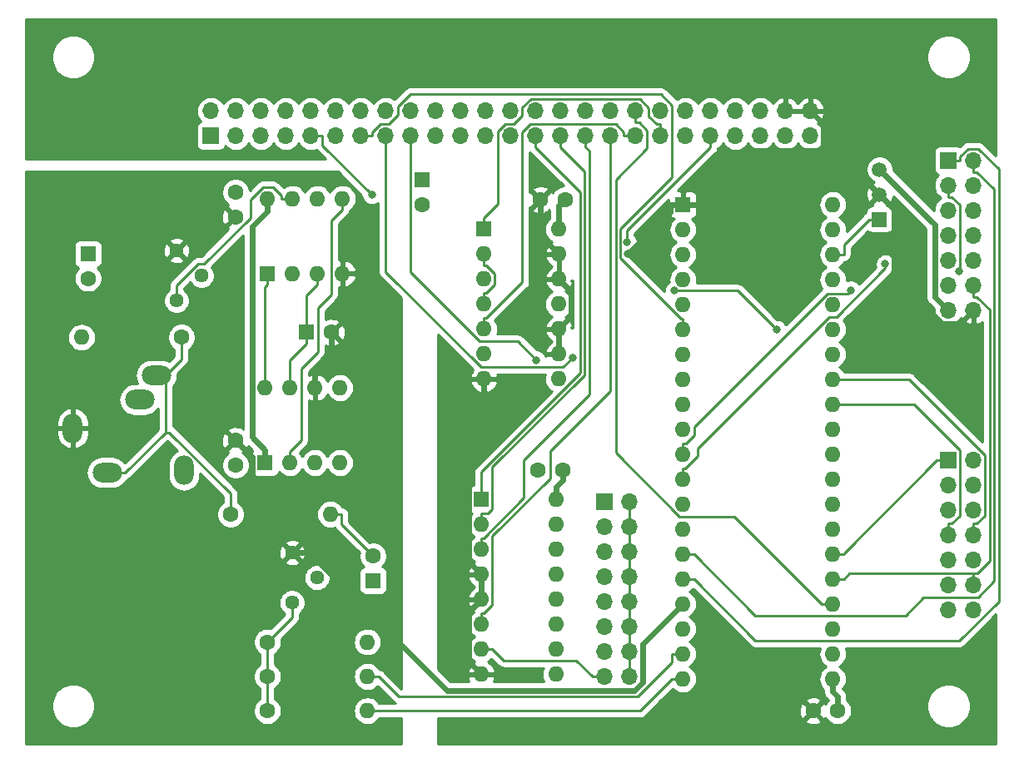
<source format=gbl>
G04 #@! TF.GenerationSoftware,KiCad,Pcbnew,(5.1.4-0-10_14)*
G04 #@! TF.CreationDate,2021-02-18T19:35:16+09:00*
G04 #@! TF.ProjectId,PC8001-YM2203,50433830-3031-42d5-994d-323230332e6b,rev?*
G04 #@! TF.SameCoordinates,Original*
G04 #@! TF.FileFunction,Copper,L2,Bot*
G04 #@! TF.FilePolarity,Positive*
%FSLAX46Y46*%
G04 Gerber Fmt 4.6, Leading zero omitted, Abs format (unit mm)*
G04 Created by KiCad (PCBNEW (5.1.4-0-10_14)) date 2021-02-18 19:35:16*
%MOMM*%
%LPD*%
G04 APERTURE LIST*
%ADD10O,1.700000X1.700000*%
%ADD11R,1.700000X1.700000*%
%ADD12O,1.600000X1.600000*%
%ADD13R,1.600000X1.600000*%
%ADD14R,1.500000X1.500000*%
%ADD15C,1.500000*%
%ADD16C,1.440000*%
%ADD17C,1.600000*%
%ADD18O,3.000000X2.000000*%
%ADD19O,2.000000X3.000000*%
%ADD20C,0.800000*%
%ADD21C,0.600000*%
%ADD22C,0.250000*%
%ADD23C,0.254000*%
G04 APERTURE END LIST*
D10*
X139040000Y-121740000D03*
X136500000Y-121740000D03*
X139040000Y-119200000D03*
X136500000Y-119200000D03*
X139040000Y-116660000D03*
X136500000Y-116660000D03*
X139040000Y-114120000D03*
X136500000Y-114120000D03*
X139040000Y-111580000D03*
X136500000Y-111580000D03*
X139040000Y-109040000D03*
X136500000Y-109040000D03*
X139040000Y-106500000D03*
D11*
X136500000Y-106500000D03*
D10*
X139040000Y-91240000D03*
X136500000Y-91240000D03*
X139040000Y-88700000D03*
X136500000Y-88700000D03*
X139040000Y-86160000D03*
X136500000Y-86160000D03*
X139040000Y-83620000D03*
X136500000Y-83620000D03*
X139040000Y-81080000D03*
X136500000Y-81080000D03*
X139040000Y-78540000D03*
X136500000Y-78540000D03*
X139040000Y-76000000D03*
D11*
X136500000Y-76000000D03*
D12*
X67000000Y-99130000D03*
X74620000Y-106750000D03*
X69540000Y-99130000D03*
X72080000Y-106750000D03*
X72080000Y-99130000D03*
X69540000Y-106750000D03*
X74620000Y-99130000D03*
D13*
X67000000Y-106750000D03*
D12*
X124740000Y-80500000D03*
X109500000Y-128760000D03*
X124740000Y-83040000D03*
X109500000Y-126220000D03*
X124740000Y-85580000D03*
X109500000Y-123680000D03*
X124740000Y-88120000D03*
X109500000Y-121140000D03*
X124740000Y-90660000D03*
X109500000Y-118600000D03*
X124740000Y-93200000D03*
X109500000Y-116060000D03*
X124740000Y-95740000D03*
X109500000Y-113520000D03*
X124740000Y-98280000D03*
X109500000Y-110980000D03*
X124740000Y-100820000D03*
X109500000Y-108440000D03*
X124740000Y-103360000D03*
X109500000Y-105900000D03*
X124740000Y-105900000D03*
X109500000Y-103360000D03*
X124740000Y-108440000D03*
X109500000Y-100820000D03*
X124740000Y-110980000D03*
X109500000Y-98280000D03*
X124740000Y-113520000D03*
X109500000Y-95740000D03*
X124740000Y-116060000D03*
X109500000Y-93200000D03*
X124740000Y-118600000D03*
X109500000Y-90660000D03*
X124740000Y-121140000D03*
X109500000Y-88120000D03*
X124740000Y-123680000D03*
X109500000Y-85580000D03*
X124740000Y-126220000D03*
X109500000Y-83040000D03*
X124740000Y-128760000D03*
D13*
X109500000Y-80500000D03*
D14*
X129500000Y-82000000D03*
D15*
X129500000Y-76920000D03*
X129500000Y-79460000D03*
D12*
X96620000Y-110500000D03*
X89000000Y-128280000D03*
X96620000Y-113040000D03*
X89000000Y-125740000D03*
X96620000Y-115580000D03*
X89000000Y-123200000D03*
X96620000Y-118120000D03*
X89000000Y-120660000D03*
X96620000Y-120660000D03*
X89000000Y-118120000D03*
X96620000Y-123200000D03*
X89000000Y-115580000D03*
X96620000Y-125740000D03*
X89000000Y-113040000D03*
X96620000Y-128280000D03*
D13*
X89000000Y-110500000D03*
D12*
X96870000Y-83000000D03*
X89250000Y-98240000D03*
X96870000Y-85540000D03*
X89250000Y-95700000D03*
X96870000Y-88080000D03*
X89250000Y-93160000D03*
X96870000Y-90620000D03*
X89250000Y-90620000D03*
X96870000Y-93160000D03*
X89250000Y-88080000D03*
X96870000Y-95700000D03*
X89250000Y-85540000D03*
X96870000Y-98240000D03*
D13*
X89250000Y-83000000D03*
D12*
X67250000Y-79880000D03*
X74870000Y-87500000D03*
X69790000Y-79880000D03*
X72330000Y-87500000D03*
X72330000Y-79880000D03*
X69790000Y-87500000D03*
X74870000Y-79880000D03*
D13*
X67250000Y-87500000D03*
D16*
X58000000Y-90250000D03*
X60540000Y-87710000D03*
X58000000Y-85170000D03*
X69750000Y-121000000D03*
X72290000Y-118460000D03*
X69750000Y-115920000D03*
D12*
X48340000Y-94000000D03*
D17*
X58500000Y-94000000D03*
D12*
X73660000Y-112000000D03*
D17*
X63500000Y-112000000D03*
D12*
X77410000Y-125000000D03*
D17*
X67250000Y-125000000D03*
D12*
X77410000Y-128500000D03*
D17*
X67250000Y-128500000D03*
D12*
X77410000Y-132000000D03*
D17*
X67250000Y-132000000D03*
D18*
X50950000Y-107750000D03*
D19*
X58750000Y-107550000D03*
D18*
X54250000Y-100350000D03*
X55950000Y-97850000D03*
D19*
X47450000Y-103250000D03*
D10*
X104040000Y-128530000D03*
X101500000Y-128530000D03*
X104040000Y-125990000D03*
X101500000Y-125990000D03*
X104040000Y-123450000D03*
X101500000Y-123450000D03*
X104040000Y-120910000D03*
X101500000Y-120910000D03*
X104040000Y-118370000D03*
X101500000Y-118370000D03*
X104040000Y-115830000D03*
X101500000Y-115830000D03*
X104040000Y-113290000D03*
X101500000Y-113290000D03*
X104040000Y-110750000D03*
D11*
X101500000Y-110750000D03*
D10*
X122460000Y-70960000D03*
X122460000Y-73500000D03*
X119920000Y-70960000D03*
X119920000Y-73500000D03*
X117380000Y-70960000D03*
X117380000Y-73500000D03*
X114840000Y-70960000D03*
X114840000Y-73500000D03*
X112300000Y-70960000D03*
X112300000Y-73500000D03*
X109760000Y-70960000D03*
X109760000Y-73500000D03*
X107220000Y-70960000D03*
X107220000Y-73500000D03*
X104680000Y-70960000D03*
X104680000Y-73500000D03*
X102140000Y-70960000D03*
X102140000Y-73500000D03*
X99600000Y-70960000D03*
X99600000Y-73500000D03*
X97060000Y-70960000D03*
X97060000Y-73500000D03*
X94520000Y-70960000D03*
X94520000Y-73500000D03*
X91980000Y-70960000D03*
X91980000Y-73500000D03*
X89440000Y-70960000D03*
X89440000Y-73500000D03*
X86900000Y-70960000D03*
X86900000Y-73500000D03*
X84360000Y-70960000D03*
X84360000Y-73500000D03*
X81820000Y-70960000D03*
X81820000Y-73500000D03*
X79280000Y-70960000D03*
X79280000Y-73500000D03*
X76740000Y-70960000D03*
X76740000Y-73500000D03*
X74200000Y-70960000D03*
X74200000Y-73500000D03*
X71660000Y-70960000D03*
X71660000Y-73500000D03*
X69120000Y-70960000D03*
X69120000Y-73500000D03*
X66580000Y-70960000D03*
X66580000Y-73500000D03*
X64040000Y-70960000D03*
X64040000Y-73500000D03*
X61500000Y-70960000D03*
D11*
X61500000Y-73500000D03*
D17*
X49000000Y-88000000D03*
D13*
X49000000Y-85500000D03*
D17*
X73750000Y-93500000D03*
D13*
X71250000Y-93500000D03*
D17*
X78000000Y-116250000D03*
D13*
X78000000Y-118750000D03*
D17*
X64000000Y-107000000D03*
X64000000Y-104500000D03*
X125250000Y-132000000D03*
X122750000Y-132000000D03*
X97250000Y-107500000D03*
X94750000Y-107500000D03*
X97500000Y-80000000D03*
X95000000Y-80000000D03*
X64000000Y-79250000D03*
X64000000Y-81750000D03*
X83000000Y-80500000D03*
D13*
X83000000Y-78000000D03*
D20*
X103928000Y-85540000D03*
X129500000Y-134000000D03*
X136500000Y-97000000D03*
X115000000Y-84500000D03*
X103843600Y-84299800D03*
X94583800Y-96309700D03*
X98304000Y-96048300D03*
X77870100Y-79494700D03*
X126588300Y-89192300D03*
X130093900Y-86525200D03*
X137577700Y-87306700D03*
X119034800Y-93200000D03*
X108631300Y-89262000D03*
D21*
X108199700Y-80500000D02*
X108199700Y-81268300D01*
X108199700Y-81268300D02*
X103928000Y-85540000D01*
X139040000Y-91240000D02*
X137671700Y-92608300D01*
X137671700Y-92608300D02*
X135922800Y-92608300D01*
X135922800Y-92608300D02*
X131004300Y-87689800D01*
X131004300Y-87689800D02*
X131004300Y-80964300D01*
X131004300Y-80964300D02*
X129500000Y-79460000D01*
X110800300Y-80500000D02*
X116294900Y-75005400D01*
X116294900Y-75005400D02*
X123827400Y-75005400D01*
X109500000Y-80500000D02*
X108199700Y-80500000D01*
X123827400Y-75005400D02*
X125045400Y-75005400D01*
X125045400Y-75005400D02*
X129500000Y-79460000D01*
X122460000Y-70960000D02*
X123827400Y-72327400D01*
X123827400Y-72327400D02*
X123827400Y-75005400D01*
X109500000Y-80500000D02*
X110800300Y-80500000D01*
X96870000Y-88080000D02*
X98173800Y-89383800D01*
X98173800Y-89383800D02*
X98173800Y-91856200D01*
X98173800Y-91856200D02*
X96870000Y-93160000D01*
X89250000Y-99540300D02*
X87681900Y-101108400D01*
X87681900Y-101108400D02*
X87681900Y-116801900D01*
X87681900Y-116801900D02*
X89000000Y-118120000D01*
X89000000Y-118120000D02*
X89000000Y-120660000D01*
X96870000Y-93160000D02*
X96870000Y-95700000D01*
X89000000Y-120660000D02*
X87698400Y-121961600D01*
X87698400Y-121961600D02*
X87698400Y-126978400D01*
X87698400Y-126978400D02*
X89000000Y-128280000D01*
X89250000Y-98240000D02*
X89250000Y-99540300D01*
X95000000Y-80000000D02*
X95000000Y-83670000D01*
X95000000Y-83670000D02*
X96870000Y-85540000D01*
X96620000Y-110500000D02*
X96620000Y-109199700D01*
X96620000Y-109199700D02*
X97250000Y-108569700D01*
X97250000Y-108569700D02*
X97250000Y-107500000D01*
X129500000Y-76920000D02*
X135137400Y-82557400D01*
X135137400Y-82557400D02*
X135137400Y-89877400D01*
X135137400Y-89877400D02*
X136500000Y-91240000D01*
X67000000Y-106750000D02*
X67000000Y-105449700D01*
X67250000Y-79880000D02*
X67250000Y-81180300D01*
X67250000Y-81180300D02*
X65699700Y-82730600D01*
X65699700Y-82730600D02*
X65699700Y-104149400D01*
X65699700Y-104149400D02*
X67000000Y-105449700D01*
X124740000Y-128760000D02*
X124740000Y-130060300D01*
X125250000Y-132000000D02*
X125250000Y-130570300D01*
X125250000Y-130570300D02*
X124740000Y-130060300D01*
X97500000Y-80000000D02*
X96870000Y-80630000D01*
X96870000Y-80630000D02*
X96870000Y-83000000D01*
D22*
X73660000Y-112000000D02*
X74785300Y-112000000D01*
X78000000Y-116250000D02*
X74785300Y-113035300D01*
X74785300Y-113035300D02*
X74785300Y-112000000D01*
X72330000Y-87500000D02*
X72330000Y-88625300D01*
X72330000Y-88625300D02*
X71250000Y-89705300D01*
X71250000Y-89705300D02*
X71250000Y-93500000D01*
X71250000Y-93500000D02*
X71250000Y-94625300D01*
X71250000Y-94625300D02*
X69540000Y-96335300D01*
X69540000Y-96335300D02*
X69540000Y-99130000D01*
X112300000Y-74675300D02*
X103843600Y-83131700D01*
X103843600Y-83131700D02*
X103843600Y-84299800D01*
X112300000Y-73500000D02*
X112300000Y-74675300D01*
X89250000Y-90620000D02*
X89250000Y-89494700D01*
X89250000Y-85540000D02*
X89250000Y-86665300D01*
X89250000Y-86665300D02*
X89531300Y-86665300D01*
X89531300Y-86665300D02*
X90375300Y-87509300D01*
X90375300Y-87509300D02*
X90375300Y-88650800D01*
X90375300Y-88650800D02*
X89531400Y-89494700D01*
X89531400Y-89494700D02*
X89250000Y-89494700D01*
X89250000Y-83000000D02*
X89250000Y-81874700D01*
X107220000Y-73500000D02*
X107220000Y-72324700D01*
X107220000Y-72324700D02*
X106852600Y-72324700D01*
X106852600Y-72324700D02*
X106044700Y-71516800D01*
X106044700Y-71516800D02*
X106044700Y-70643400D01*
X106044700Y-70643400D02*
X105174900Y-69773600D01*
X105174900Y-69773600D02*
X94038800Y-69773600D01*
X94038800Y-69773600D02*
X93174400Y-70638000D01*
X93174400Y-70638000D02*
X93174400Y-71429800D01*
X93174400Y-71429800D02*
X92279600Y-72324600D01*
X92279600Y-72324600D02*
X91454400Y-72324600D01*
X91454400Y-72324600D02*
X90710000Y-73069000D01*
X90710000Y-73069000D02*
X90710000Y-80414700D01*
X90710000Y-80414700D02*
X89250000Y-81874700D01*
X124740000Y-121140000D02*
X123614700Y-121140000D01*
X104680000Y-70960000D02*
X104680000Y-72135300D01*
X104680000Y-72135300D02*
X105047300Y-72135300D01*
X105047300Y-72135300D02*
X105870600Y-72958600D01*
X105870600Y-72958600D02*
X105870600Y-74754800D01*
X105870600Y-74754800D02*
X102667900Y-77957500D01*
X102667900Y-77957500D02*
X102667900Y-105774800D01*
X102667900Y-105774800D02*
X109143100Y-112250000D01*
X109143100Y-112250000D02*
X114724700Y-112250000D01*
X114724700Y-112250000D02*
X123614700Y-121140000D01*
X89250000Y-93160000D02*
X89250000Y-92034700D01*
X104680000Y-73500000D02*
X103504700Y-73500000D01*
X103504700Y-73500000D02*
X103504700Y-73132700D01*
X103504700Y-73132700D02*
X102696600Y-72324600D01*
X102696600Y-72324600D02*
X93994400Y-72324600D01*
X93994400Y-72324600D02*
X93174200Y-73144800D01*
X93174200Y-73144800D02*
X93174200Y-88391800D01*
X93174200Y-88391800D02*
X89531300Y-92034700D01*
X89531300Y-92034700D02*
X89250000Y-92034700D01*
X102140000Y-74675300D02*
X102140000Y-99442000D01*
X102140000Y-99442000D02*
X95994600Y-105587400D01*
X95994600Y-105587400D02*
X95994600Y-108326100D01*
X95994600Y-108326100D02*
X90125300Y-114195400D01*
X90125300Y-114195400D02*
X90125300Y-121230800D01*
X90125300Y-121230800D02*
X89281400Y-122074700D01*
X89281400Y-122074700D02*
X89000000Y-122074700D01*
X89000000Y-123200000D02*
X89000000Y-122074700D01*
X102140000Y-73500000D02*
X102140000Y-74675300D01*
X89000000Y-114454700D02*
X89203000Y-114454700D01*
X89203000Y-114454700D02*
X93311500Y-110346200D01*
X93311500Y-110346200D02*
X93311500Y-106469400D01*
X93311500Y-106469400D02*
X99963800Y-99817100D01*
X99963800Y-99817100D02*
X99963800Y-75039100D01*
X99963800Y-75039100D02*
X99600000Y-74675300D01*
X89000000Y-115580000D02*
X89000000Y-114454700D01*
X99600000Y-73500000D02*
X99600000Y-74675300D01*
X89000000Y-113040000D02*
X89000000Y-111914700D01*
X97060000Y-73500000D02*
X97060000Y-74675300D01*
X97060000Y-74675300D02*
X99513400Y-77128700D01*
X99513400Y-77128700D02*
X99513400Y-97825100D01*
X99513400Y-97825100D02*
X90125300Y-107213200D01*
X90125300Y-107213200D02*
X90125300Y-111492800D01*
X90125300Y-111492800D02*
X89703400Y-111914700D01*
X89703400Y-111914700D02*
X89000000Y-111914700D01*
X94520000Y-73500000D02*
X94520000Y-74675300D01*
X94520000Y-74675300D02*
X99063000Y-79218300D01*
X99063000Y-79218300D02*
X99063000Y-97638600D01*
X99063000Y-97638600D02*
X89000000Y-107701600D01*
X89000000Y-107701600D02*
X89000000Y-110500000D01*
X81820000Y-73500000D02*
X81820000Y-87402300D01*
X81820000Y-87402300D02*
X88847700Y-94430000D01*
X88847700Y-94430000D02*
X92704100Y-94430000D01*
X92704100Y-94430000D02*
X94583800Y-96309700D01*
X79280000Y-73500000D02*
X79280000Y-87325500D01*
X79280000Y-87325500D02*
X88996800Y-97042300D01*
X88996800Y-97042300D02*
X97310000Y-97042300D01*
X97310000Y-97042300D02*
X98304000Y-96048300D01*
X109500000Y-92074700D02*
X109279500Y-92074700D01*
X109279500Y-92074700D02*
X103118200Y-85913400D01*
X103118200Y-85913400D02*
X103118200Y-82952000D01*
X103118200Y-82952000D02*
X108400100Y-77670100D01*
X108400100Y-77670100D02*
X108400100Y-70405900D01*
X108400100Y-70405900D02*
X107265700Y-69271500D01*
X107265700Y-69271500D02*
X81765800Y-69271500D01*
X81765800Y-69271500D02*
X80550000Y-70487300D01*
X80550000Y-70487300D02*
X80550000Y-71391000D01*
X80550000Y-71391000D02*
X79616300Y-72324700D01*
X79616300Y-72324700D02*
X78723200Y-72324700D01*
X78723200Y-72324700D02*
X77915300Y-73132600D01*
X77915300Y-73132600D02*
X77915300Y-73500000D01*
X109500000Y-93200000D02*
X109500000Y-92074700D01*
X76740000Y-73500000D02*
X77915300Y-73500000D01*
X71660000Y-73500000D02*
X72835300Y-73500000D01*
X72835300Y-73500000D02*
X72835300Y-74459900D01*
X72835300Y-74459900D02*
X77870100Y-79494700D01*
X104040000Y-125990000D02*
X104040000Y-128530000D01*
X104040000Y-123450000D02*
X104040000Y-125990000D01*
X104040000Y-120910000D02*
X104040000Y-123450000D01*
X104040000Y-118370000D02*
X104040000Y-120910000D01*
X104040000Y-115830000D02*
X104040000Y-118370000D01*
X104040000Y-113290000D02*
X104040000Y-115830000D01*
X104040000Y-110750000D02*
X104040000Y-113290000D01*
X89000000Y-125740000D02*
X90125300Y-125740000D01*
X101500000Y-128530000D02*
X100324700Y-128530000D01*
X100324700Y-128530000D02*
X98660000Y-126865300D01*
X98660000Y-126865300D02*
X91250600Y-126865300D01*
X91250600Y-126865300D02*
X90125300Y-125740000D01*
X56862700Y-97850000D02*
X58500000Y-96212700D01*
X58500000Y-96212700D02*
X58500000Y-94000000D01*
X56862700Y-97850000D02*
X56862700Y-103662600D01*
X56862700Y-103662600D02*
X52775300Y-107750000D01*
X56862700Y-103662600D02*
X57259800Y-103662600D01*
X57259800Y-103662600D02*
X63500000Y-109902800D01*
X63500000Y-109902800D02*
X63500000Y-112000000D01*
X50950000Y-107750000D02*
X52775300Y-107750000D01*
X55950000Y-97850000D02*
X56862700Y-97850000D01*
X110625300Y-116060000D02*
X116874000Y-122308700D01*
X116874000Y-122308700D02*
X132133900Y-122308700D01*
X132133900Y-122308700D02*
X133972600Y-120470000D01*
X133972600Y-120470000D02*
X139504600Y-120470000D01*
X139504600Y-120470000D02*
X141163800Y-118810800D01*
X141163800Y-118810800D02*
X141163800Y-78931800D01*
X141163800Y-78931800D02*
X139407300Y-77175300D01*
X139407300Y-77175300D02*
X139040000Y-77175300D01*
X139040000Y-76000000D02*
X139040000Y-77175300D01*
X109500000Y-116060000D02*
X110625300Y-116060000D01*
X109500000Y-104774700D02*
X109781400Y-104774700D01*
X109781400Y-104774700D02*
X110625300Y-103930800D01*
X110625300Y-103930800D02*
X110625300Y-103107800D01*
X110625300Y-103107800D02*
X124198500Y-89534600D01*
X124198500Y-89534600D02*
X126246000Y-89534600D01*
X126246000Y-89534600D02*
X126588300Y-89192300D01*
X109500000Y-105900000D02*
X109500000Y-104774700D01*
X139040000Y-89875300D02*
X139407400Y-89875300D01*
X139407400Y-89875300D02*
X140713500Y-91181400D01*
X140713500Y-91181400D02*
X140713500Y-116739000D01*
X140713500Y-116739000D02*
X139417300Y-118035200D01*
X139417300Y-118035200D02*
X139040000Y-118035200D01*
X139040000Y-88700000D02*
X139040000Y-89875300D01*
X125865300Y-118600000D02*
X126440600Y-118024700D01*
X126440600Y-118024700D02*
X139029500Y-118024700D01*
X139029500Y-118024700D02*
X139040000Y-118035200D01*
X139040000Y-119200000D02*
X139040000Y-118035200D01*
X124740000Y-118600000D02*
X125865300Y-118600000D01*
X109500000Y-107314700D02*
X109734000Y-107314700D01*
X109734000Y-107314700D02*
X110998500Y-106050200D01*
X110998500Y-106050200D02*
X110998500Y-105343900D01*
X110998500Y-105343900D02*
X124412400Y-91930000D01*
X124412400Y-91930000D02*
X125125000Y-91930000D01*
X125125000Y-91930000D02*
X130093900Y-86961100D01*
X130093900Y-86961100D02*
X130093900Y-86525200D01*
X109500000Y-108440000D02*
X109500000Y-107314700D01*
X136500000Y-78540000D02*
X136500000Y-79715300D01*
X137577700Y-87306700D02*
X137675300Y-87209100D01*
X137675300Y-87209100D02*
X137675300Y-80523200D01*
X137675300Y-80523200D02*
X136867400Y-79715300D01*
X136867400Y-79715300D02*
X136500000Y-79715300D01*
X136500000Y-76000000D02*
X137675300Y-76000000D01*
X109500000Y-118600000D02*
X110625300Y-118600000D01*
X110625300Y-118600000D02*
X116875600Y-124850300D01*
X116875600Y-124850300D02*
X137613100Y-124850300D01*
X137613100Y-124850300D02*
X141614200Y-120849200D01*
X141614200Y-120849200D02*
X141614200Y-76866200D01*
X141614200Y-76866200D02*
X139572700Y-74824700D01*
X139572700Y-74824700D02*
X138483200Y-74824700D01*
X138483200Y-74824700D02*
X137675300Y-75632600D01*
X137675300Y-75632600D02*
X137675300Y-76000000D01*
X139040000Y-114120000D02*
X139040000Y-112944700D01*
X124740000Y-98280000D02*
X132486100Y-98280000D01*
X132486100Y-98280000D02*
X140215300Y-106009200D01*
X140215300Y-106009200D02*
X140215300Y-112136800D01*
X140215300Y-112136800D02*
X139407400Y-112944700D01*
X139407400Y-112944700D02*
X139040000Y-112944700D01*
X124740000Y-100820000D02*
X132981800Y-100820000D01*
X132981800Y-100820000D02*
X137675300Y-105513500D01*
X137675300Y-105513500D02*
X137675300Y-112136800D01*
X137675300Y-112136800D02*
X136867400Y-112944700D01*
X136867400Y-112944700D02*
X136500000Y-112944700D01*
X136500000Y-114120000D02*
X136500000Y-112944700D01*
X124740000Y-116060000D02*
X125865300Y-116060000D01*
X136500000Y-106500000D02*
X135324700Y-106500000D01*
X125865300Y-116060000D02*
X125865300Y-115959400D01*
X125865300Y-115959400D02*
X135324700Y-106500000D01*
X109500000Y-128760000D02*
X108374700Y-128760000D01*
X77410000Y-132000000D02*
X105134700Y-132000000D01*
X105134700Y-132000000D02*
X108374700Y-128760000D01*
X67250000Y-125000000D02*
X69750000Y-122500000D01*
X69750000Y-122500000D02*
X69750000Y-121000000D01*
X67250000Y-128500000D02*
X67250000Y-125000000D01*
X67250000Y-132000000D02*
X67250000Y-128500000D01*
X109500000Y-126220000D02*
X108374700Y-126220000D01*
X77410000Y-128500000D02*
X78535300Y-128500000D01*
X78535300Y-128500000D02*
X80585200Y-130549900D01*
X80585200Y-130549900D02*
X104888800Y-130549900D01*
X104888800Y-130549900D02*
X108374700Y-127064000D01*
X108374700Y-127064000D02*
X108374700Y-126220000D01*
X69790000Y-79880000D02*
X68664700Y-79880000D01*
X58000000Y-90250000D02*
X58000000Y-88705100D01*
X58000000Y-88705100D02*
X60188500Y-86516600D01*
X60188500Y-86516600D02*
X60825000Y-86516600D01*
X60825000Y-86516600D02*
X65517400Y-81824200D01*
X65517400Y-81824200D02*
X65517400Y-80016300D01*
X65517400Y-80016300D02*
X66779000Y-78754700D01*
X66779000Y-78754700D02*
X67820800Y-78754700D01*
X67820800Y-78754700D02*
X68664700Y-79598600D01*
X68664700Y-79598600D02*
X68664700Y-79880000D01*
X67250000Y-87500000D02*
X67250000Y-88625300D01*
X67250000Y-88625300D02*
X67000000Y-88875300D01*
X67000000Y-88875300D02*
X67000000Y-99130000D01*
X69540000Y-106750000D02*
X69540000Y-105624700D01*
X74870000Y-79880000D02*
X74870000Y-81005300D01*
X74870000Y-81005300D02*
X73744700Y-82130600D01*
X73744700Y-82130600D02*
X73744700Y-89625100D01*
X73744700Y-89625100D02*
X72375400Y-90994400D01*
X72375400Y-90994400D02*
X72375400Y-95464600D01*
X72375400Y-95464600D02*
X70665300Y-97174700D01*
X70665300Y-97174700D02*
X70665300Y-104499400D01*
X70665300Y-104499400D02*
X69540000Y-105624700D01*
X108631300Y-89262000D02*
X115096800Y-89262000D01*
X115096800Y-89262000D02*
X119034800Y-93200000D01*
X124740000Y-85580000D02*
X125865300Y-85580000D01*
X129500000Y-82000000D02*
X128424700Y-82000000D01*
X128424700Y-82000000D02*
X125865300Y-84559400D01*
X125865300Y-84559400D02*
X125865300Y-85580000D01*
D21*
X64000000Y-104500000D02*
X65699600Y-106199600D01*
X65699600Y-106199600D02*
X65699600Y-111869600D01*
X65699600Y-111869600D02*
X69750000Y-115920000D01*
X69750000Y-115920000D02*
X71491900Y-115920000D01*
X71491900Y-115920000D02*
X85496400Y-129924500D01*
X85496400Y-129924500D02*
X104580600Y-129924500D01*
X104580600Y-129924500D02*
X105390400Y-129114700D01*
X105390400Y-129114700D02*
X105390400Y-125249600D01*
X105390400Y-125249600D02*
X109500000Y-121140000D01*
X73750000Y-93500000D02*
X73750000Y-96159700D01*
X73750000Y-96159700D02*
X72080000Y-97829700D01*
X72080000Y-99130000D02*
X72080000Y-97829700D01*
D23*
G36*
X116311801Y-125361303D02*
G01*
X116335599Y-125390301D01*
X116364597Y-125414099D01*
X116451323Y-125485274D01*
X116583353Y-125555846D01*
X116726614Y-125599303D01*
X116838267Y-125610300D01*
X116838276Y-125610300D01*
X116875599Y-125613976D01*
X116912922Y-125610300D01*
X123438762Y-125610300D01*
X123407818Y-125668192D01*
X123325764Y-125938691D01*
X123298057Y-126220000D01*
X123325764Y-126501309D01*
X123407818Y-126771808D01*
X123541068Y-127021101D01*
X123720392Y-127239608D01*
X123938899Y-127418932D01*
X124071858Y-127490000D01*
X123938899Y-127561068D01*
X123720392Y-127740392D01*
X123541068Y-127958899D01*
X123407818Y-128208192D01*
X123325764Y-128478691D01*
X123298057Y-128760000D01*
X123325764Y-129041309D01*
X123407818Y-129311808D01*
X123541068Y-129561101D01*
X123720392Y-129779608D01*
X123805001Y-129849045D01*
X123805001Y-130014359D01*
X123800476Y-130060300D01*
X123818529Y-130243591D01*
X123866253Y-130400913D01*
X123871994Y-130419840D01*
X123958815Y-130582272D01*
X124075657Y-130724644D01*
X124111337Y-130753926D01*
X124289008Y-130931596D01*
X124135363Y-131085241D01*
X124001308Y-131285869D01*
X123986671Y-131258486D01*
X123742702Y-131186903D01*
X122929605Y-132000000D01*
X123742702Y-132813097D01*
X123986671Y-132741514D01*
X124000324Y-132712659D01*
X124135363Y-132914759D01*
X124335241Y-133114637D01*
X124570273Y-133271680D01*
X124831426Y-133379853D01*
X125108665Y-133435000D01*
X125391335Y-133435000D01*
X125668574Y-133379853D01*
X125929727Y-133271680D01*
X126164759Y-133114637D01*
X126364637Y-132914759D01*
X126521680Y-132679727D01*
X126629853Y-132418574D01*
X126685000Y-132141335D01*
X126685000Y-131858665D01*
X126629853Y-131581426D01*
X126521680Y-131320273D01*
X126494685Y-131279872D01*
X134265000Y-131279872D01*
X134265000Y-131720128D01*
X134350890Y-132151925D01*
X134519369Y-132558669D01*
X134763962Y-132924729D01*
X135075271Y-133236038D01*
X135441331Y-133480631D01*
X135848075Y-133649110D01*
X136279872Y-133735000D01*
X136720128Y-133735000D01*
X137151925Y-133649110D01*
X137558669Y-133480631D01*
X137924729Y-133236038D01*
X138236038Y-132924729D01*
X138480631Y-132558669D01*
X138649110Y-132151925D01*
X138735000Y-131720128D01*
X138735000Y-131279872D01*
X138649110Y-130848075D01*
X138480631Y-130441331D01*
X138236038Y-130075271D01*
X137924729Y-129763962D01*
X137558669Y-129519369D01*
X137151925Y-129350890D01*
X136720128Y-129265000D01*
X136279872Y-129265000D01*
X135848075Y-129350890D01*
X135441331Y-129519369D01*
X135075271Y-129763962D01*
X134763962Y-130075271D01*
X134519369Y-130441331D01*
X134350890Y-130848075D01*
X134265000Y-131279872D01*
X126494685Y-131279872D01*
X126364637Y-131085241D01*
X126185000Y-130905604D01*
X126185000Y-130616232D01*
X126189524Y-130570300D01*
X126171471Y-130387008D01*
X126132232Y-130257654D01*
X126118007Y-130210760D01*
X126031186Y-130048328D01*
X125914344Y-129905956D01*
X125878654Y-129876666D01*
X125769519Y-129767531D01*
X125938932Y-129561101D01*
X126072182Y-129311808D01*
X126154236Y-129041309D01*
X126181943Y-128760000D01*
X126154236Y-128478691D01*
X126072182Y-128208192D01*
X125938932Y-127958899D01*
X125759608Y-127740392D01*
X125541101Y-127561068D01*
X125408142Y-127490000D01*
X125541101Y-127418932D01*
X125759608Y-127239608D01*
X125938932Y-127021101D01*
X126072182Y-126771808D01*
X126154236Y-126501309D01*
X126181943Y-126220000D01*
X126154236Y-125938691D01*
X126072182Y-125668192D01*
X126041238Y-125610300D01*
X137575778Y-125610300D01*
X137613100Y-125613976D01*
X137650422Y-125610300D01*
X137650433Y-125610300D01*
X137762086Y-125599303D01*
X137905347Y-125555846D01*
X138037376Y-125485274D01*
X138153101Y-125390301D01*
X138176904Y-125361297D01*
X141340001Y-122198201D01*
X141340001Y-135340000D01*
X84627000Y-135340000D01*
X84627000Y-132992702D01*
X121936903Y-132992702D01*
X122008486Y-133236671D01*
X122263996Y-133357571D01*
X122538184Y-133426300D01*
X122820512Y-133440217D01*
X123100130Y-133398787D01*
X123366292Y-133303603D01*
X123491514Y-133236671D01*
X123563097Y-132992702D01*
X122750000Y-132179605D01*
X121936903Y-132992702D01*
X84627000Y-132992702D01*
X84627000Y-132760000D01*
X105097378Y-132760000D01*
X105134700Y-132763676D01*
X105172022Y-132760000D01*
X105172033Y-132760000D01*
X105283686Y-132749003D01*
X105426947Y-132705546D01*
X105558976Y-132634974D01*
X105674701Y-132540001D01*
X105698504Y-132510997D01*
X106138989Y-132070512D01*
X121309783Y-132070512D01*
X121351213Y-132350130D01*
X121446397Y-132616292D01*
X121513329Y-132741514D01*
X121757298Y-132813097D01*
X122570395Y-132000000D01*
X121757298Y-131186903D01*
X121513329Y-131258486D01*
X121392429Y-131513996D01*
X121323700Y-131788184D01*
X121309783Y-132070512D01*
X106138989Y-132070512D01*
X107202203Y-131007298D01*
X121936903Y-131007298D01*
X122750000Y-131820395D01*
X123563097Y-131007298D01*
X123491514Y-130763329D01*
X123236004Y-130642429D01*
X122961816Y-130573700D01*
X122679488Y-130559783D01*
X122399870Y-130601213D01*
X122133708Y-130696397D01*
X122008486Y-130763329D01*
X121936903Y-131007298D01*
X107202203Y-131007298D01*
X108457630Y-129751872D01*
X108480392Y-129779608D01*
X108698899Y-129958932D01*
X108948192Y-130092182D01*
X109218691Y-130174236D01*
X109429508Y-130195000D01*
X109570492Y-130195000D01*
X109781309Y-130174236D01*
X110051808Y-130092182D01*
X110301101Y-129958932D01*
X110519608Y-129779608D01*
X110698932Y-129561101D01*
X110832182Y-129311808D01*
X110914236Y-129041309D01*
X110941943Y-128760000D01*
X110914236Y-128478691D01*
X110832182Y-128208192D01*
X110698932Y-127958899D01*
X110519608Y-127740392D01*
X110301101Y-127561068D01*
X110168142Y-127490000D01*
X110301101Y-127418932D01*
X110519608Y-127239608D01*
X110698932Y-127021101D01*
X110832182Y-126771808D01*
X110914236Y-126501309D01*
X110941943Y-126220000D01*
X110914236Y-125938691D01*
X110832182Y-125668192D01*
X110698932Y-125418899D01*
X110519608Y-125200392D01*
X110301101Y-125021068D01*
X110168142Y-124950000D01*
X110301101Y-124878932D01*
X110519608Y-124699608D01*
X110698932Y-124481101D01*
X110832182Y-124231808D01*
X110914236Y-123961309D01*
X110941943Y-123680000D01*
X110914236Y-123398691D01*
X110832182Y-123128192D01*
X110698932Y-122878899D01*
X110519608Y-122660392D01*
X110301101Y-122481068D01*
X110168142Y-122410000D01*
X110301101Y-122338932D01*
X110519608Y-122159608D01*
X110698932Y-121941101D01*
X110832182Y-121691808D01*
X110914236Y-121421309D01*
X110941943Y-121140000D01*
X110914236Y-120858691D01*
X110832182Y-120588192D01*
X110698932Y-120338899D01*
X110519608Y-120120392D01*
X110301101Y-119941068D01*
X110168142Y-119870000D01*
X110301101Y-119798932D01*
X110519608Y-119619608D01*
X110542371Y-119591872D01*
X116311801Y-125361303D01*
X116311801Y-125361303D01*
G37*
X116311801Y-125361303D02*
X116335599Y-125390301D01*
X116364597Y-125414099D01*
X116451323Y-125485274D01*
X116583353Y-125555846D01*
X116726614Y-125599303D01*
X116838267Y-125610300D01*
X116838276Y-125610300D01*
X116875599Y-125613976D01*
X116912922Y-125610300D01*
X123438762Y-125610300D01*
X123407818Y-125668192D01*
X123325764Y-125938691D01*
X123298057Y-126220000D01*
X123325764Y-126501309D01*
X123407818Y-126771808D01*
X123541068Y-127021101D01*
X123720392Y-127239608D01*
X123938899Y-127418932D01*
X124071858Y-127490000D01*
X123938899Y-127561068D01*
X123720392Y-127740392D01*
X123541068Y-127958899D01*
X123407818Y-128208192D01*
X123325764Y-128478691D01*
X123298057Y-128760000D01*
X123325764Y-129041309D01*
X123407818Y-129311808D01*
X123541068Y-129561101D01*
X123720392Y-129779608D01*
X123805001Y-129849045D01*
X123805001Y-130014359D01*
X123800476Y-130060300D01*
X123818529Y-130243591D01*
X123866253Y-130400913D01*
X123871994Y-130419840D01*
X123958815Y-130582272D01*
X124075657Y-130724644D01*
X124111337Y-130753926D01*
X124289008Y-130931596D01*
X124135363Y-131085241D01*
X124001308Y-131285869D01*
X123986671Y-131258486D01*
X123742702Y-131186903D01*
X122929605Y-132000000D01*
X123742702Y-132813097D01*
X123986671Y-132741514D01*
X124000324Y-132712659D01*
X124135363Y-132914759D01*
X124335241Y-133114637D01*
X124570273Y-133271680D01*
X124831426Y-133379853D01*
X125108665Y-133435000D01*
X125391335Y-133435000D01*
X125668574Y-133379853D01*
X125929727Y-133271680D01*
X126164759Y-133114637D01*
X126364637Y-132914759D01*
X126521680Y-132679727D01*
X126629853Y-132418574D01*
X126685000Y-132141335D01*
X126685000Y-131858665D01*
X126629853Y-131581426D01*
X126521680Y-131320273D01*
X126494685Y-131279872D01*
X134265000Y-131279872D01*
X134265000Y-131720128D01*
X134350890Y-132151925D01*
X134519369Y-132558669D01*
X134763962Y-132924729D01*
X135075271Y-133236038D01*
X135441331Y-133480631D01*
X135848075Y-133649110D01*
X136279872Y-133735000D01*
X136720128Y-133735000D01*
X137151925Y-133649110D01*
X137558669Y-133480631D01*
X137924729Y-133236038D01*
X138236038Y-132924729D01*
X138480631Y-132558669D01*
X138649110Y-132151925D01*
X138735000Y-131720128D01*
X138735000Y-131279872D01*
X138649110Y-130848075D01*
X138480631Y-130441331D01*
X138236038Y-130075271D01*
X137924729Y-129763962D01*
X137558669Y-129519369D01*
X137151925Y-129350890D01*
X136720128Y-129265000D01*
X136279872Y-129265000D01*
X135848075Y-129350890D01*
X135441331Y-129519369D01*
X135075271Y-129763962D01*
X134763962Y-130075271D01*
X134519369Y-130441331D01*
X134350890Y-130848075D01*
X134265000Y-131279872D01*
X126494685Y-131279872D01*
X126364637Y-131085241D01*
X126185000Y-130905604D01*
X126185000Y-130616232D01*
X126189524Y-130570300D01*
X126171471Y-130387008D01*
X126132232Y-130257654D01*
X126118007Y-130210760D01*
X126031186Y-130048328D01*
X125914344Y-129905956D01*
X125878654Y-129876666D01*
X125769519Y-129767531D01*
X125938932Y-129561101D01*
X126072182Y-129311808D01*
X126154236Y-129041309D01*
X126181943Y-128760000D01*
X126154236Y-128478691D01*
X126072182Y-128208192D01*
X125938932Y-127958899D01*
X125759608Y-127740392D01*
X125541101Y-127561068D01*
X125408142Y-127490000D01*
X125541101Y-127418932D01*
X125759608Y-127239608D01*
X125938932Y-127021101D01*
X126072182Y-126771808D01*
X126154236Y-126501309D01*
X126181943Y-126220000D01*
X126154236Y-125938691D01*
X126072182Y-125668192D01*
X126041238Y-125610300D01*
X137575778Y-125610300D01*
X137613100Y-125613976D01*
X137650422Y-125610300D01*
X137650433Y-125610300D01*
X137762086Y-125599303D01*
X137905347Y-125555846D01*
X138037376Y-125485274D01*
X138153101Y-125390301D01*
X138176904Y-125361297D01*
X141340001Y-122198201D01*
X141340001Y-135340000D01*
X84627000Y-135340000D01*
X84627000Y-132992702D01*
X121936903Y-132992702D01*
X122008486Y-133236671D01*
X122263996Y-133357571D01*
X122538184Y-133426300D01*
X122820512Y-133440217D01*
X123100130Y-133398787D01*
X123366292Y-133303603D01*
X123491514Y-133236671D01*
X123563097Y-132992702D01*
X122750000Y-132179605D01*
X121936903Y-132992702D01*
X84627000Y-132992702D01*
X84627000Y-132760000D01*
X105097378Y-132760000D01*
X105134700Y-132763676D01*
X105172022Y-132760000D01*
X105172033Y-132760000D01*
X105283686Y-132749003D01*
X105426947Y-132705546D01*
X105558976Y-132634974D01*
X105674701Y-132540001D01*
X105698504Y-132510997D01*
X106138989Y-132070512D01*
X121309783Y-132070512D01*
X121351213Y-132350130D01*
X121446397Y-132616292D01*
X121513329Y-132741514D01*
X121757298Y-132813097D01*
X122570395Y-132000000D01*
X121757298Y-131186903D01*
X121513329Y-131258486D01*
X121392429Y-131513996D01*
X121323700Y-131788184D01*
X121309783Y-132070512D01*
X106138989Y-132070512D01*
X107202203Y-131007298D01*
X121936903Y-131007298D01*
X122750000Y-131820395D01*
X123563097Y-131007298D01*
X123491514Y-130763329D01*
X123236004Y-130642429D01*
X122961816Y-130573700D01*
X122679488Y-130559783D01*
X122399870Y-130601213D01*
X122133708Y-130696397D01*
X122008486Y-130763329D01*
X121936903Y-131007298D01*
X107202203Y-131007298D01*
X108457630Y-129751872D01*
X108480392Y-129779608D01*
X108698899Y-129958932D01*
X108948192Y-130092182D01*
X109218691Y-130174236D01*
X109429508Y-130195000D01*
X109570492Y-130195000D01*
X109781309Y-130174236D01*
X110051808Y-130092182D01*
X110301101Y-129958932D01*
X110519608Y-129779608D01*
X110698932Y-129561101D01*
X110832182Y-129311808D01*
X110914236Y-129041309D01*
X110941943Y-128760000D01*
X110914236Y-128478691D01*
X110832182Y-128208192D01*
X110698932Y-127958899D01*
X110519608Y-127740392D01*
X110301101Y-127561068D01*
X110168142Y-127490000D01*
X110301101Y-127418932D01*
X110519608Y-127239608D01*
X110698932Y-127021101D01*
X110832182Y-126771808D01*
X110914236Y-126501309D01*
X110941943Y-126220000D01*
X110914236Y-125938691D01*
X110832182Y-125668192D01*
X110698932Y-125418899D01*
X110519608Y-125200392D01*
X110301101Y-125021068D01*
X110168142Y-124950000D01*
X110301101Y-124878932D01*
X110519608Y-124699608D01*
X110698932Y-124481101D01*
X110832182Y-124231808D01*
X110914236Y-123961309D01*
X110941943Y-123680000D01*
X110914236Y-123398691D01*
X110832182Y-123128192D01*
X110698932Y-122878899D01*
X110519608Y-122660392D01*
X110301101Y-122481068D01*
X110168142Y-122410000D01*
X110301101Y-122338932D01*
X110519608Y-122159608D01*
X110698932Y-121941101D01*
X110832182Y-121691808D01*
X110914236Y-121421309D01*
X110941943Y-121140000D01*
X110914236Y-120858691D01*
X110832182Y-120588192D01*
X110698932Y-120338899D01*
X110519608Y-120120392D01*
X110301101Y-119941068D01*
X110168142Y-119870000D01*
X110301101Y-119798932D01*
X110519608Y-119619608D01*
X110542371Y-119591872D01*
X116311801Y-125361303D01*
G36*
X88173626Y-97293928D02*
G01*
X88018963Y-97502580D01*
X87898754Y-97756913D01*
X87858096Y-97890961D01*
X87980085Y-98113000D01*
X89123000Y-98113000D01*
X89123000Y-98093000D01*
X89377000Y-98093000D01*
X89377000Y-98113000D01*
X90519915Y-98113000D01*
X90641904Y-97890961D01*
X90615012Y-97802300D01*
X95503204Y-97802300D01*
X95455764Y-97958691D01*
X95428057Y-98240000D01*
X95455764Y-98521309D01*
X95537818Y-98791808D01*
X95671068Y-99041101D01*
X95850392Y-99259608D01*
X96068899Y-99438932D01*
X96146427Y-99480371D01*
X88489003Y-107137796D01*
X88459999Y-107161599D01*
X88404871Y-107228774D01*
X88365026Y-107277324D01*
X88294455Y-107409353D01*
X88294454Y-107409354D01*
X88250997Y-107552615D01*
X88240000Y-107664268D01*
X88240000Y-107664278D01*
X88236324Y-107701600D01*
X88240000Y-107738923D01*
X88240000Y-109061928D01*
X88200000Y-109061928D01*
X88075518Y-109074188D01*
X87955820Y-109110498D01*
X87845506Y-109169463D01*
X87748815Y-109248815D01*
X87669463Y-109345506D01*
X87610498Y-109455820D01*
X87574188Y-109575518D01*
X87561928Y-109700000D01*
X87561928Y-111300000D01*
X87574188Y-111424482D01*
X87610498Y-111544180D01*
X87669463Y-111654494D01*
X87748815Y-111751185D01*
X87845506Y-111830537D01*
X87955820Y-111889502D01*
X88075518Y-111925812D01*
X88093482Y-111927581D01*
X87980392Y-112020392D01*
X87801068Y-112238899D01*
X87667818Y-112488192D01*
X87585764Y-112758691D01*
X87558057Y-113040000D01*
X87585764Y-113321309D01*
X87667818Y-113591808D01*
X87801068Y-113841101D01*
X87980392Y-114059608D01*
X88198899Y-114238932D01*
X88261160Y-114272211D01*
X88250997Y-114305714D01*
X88246058Y-114355861D01*
X88198899Y-114381068D01*
X87980392Y-114560392D01*
X87801068Y-114778899D01*
X87667818Y-115028192D01*
X87585764Y-115298691D01*
X87558057Y-115580000D01*
X87585764Y-115861309D01*
X87667818Y-116131808D01*
X87801068Y-116381101D01*
X87980392Y-116599608D01*
X88198899Y-116778932D01*
X88336682Y-116852579D01*
X88144869Y-116967615D01*
X87936481Y-117156586D01*
X87768963Y-117382580D01*
X87648754Y-117636913D01*
X87608096Y-117770961D01*
X87730085Y-117993000D01*
X88873000Y-117993000D01*
X88873000Y-117973000D01*
X89127000Y-117973000D01*
X89127000Y-117993000D01*
X89147000Y-117993000D01*
X89147000Y-118247000D01*
X89127000Y-118247000D01*
X89127000Y-120533000D01*
X89147000Y-120533000D01*
X89147000Y-120787000D01*
X89127000Y-120787000D01*
X89127000Y-120807000D01*
X88873000Y-120807000D01*
X88873000Y-120787000D01*
X87730085Y-120787000D01*
X87608096Y-121009039D01*
X87648754Y-121143087D01*
X87768963Y-121397420D01*
X87936481Y-121623414D01*
X88144869Y-121812385D01*
X88263748Y-121883680D01*
X88250997Y-121925714D01*
X88246058Y-121975861D01*
X88198899Y-122001068D01*
X87980392Y-122180392D01*
X87801068Y-122398899D01*
X87667818Y-122648192D01*
X87585764Y-122918691D01*
X87558057Y-123200000D01*
X87585764Y-123481309D01*
X87667818Y-123751808D01*
X87801068Y-124001101D01*
X87980392Y-124219608D01*
X88198899Y-124398932D01*
X88331858Y-124470000D01*
X88198899Y-124541068D01*
X87980392Y-124720392D01*
X87801068Y-124938899D01*
X87667818Y-125188192D01*
X87585764Y-125458691D01*
X87558057Y-125740000D01*
X87585764Y-126021309D01*
X87667818Y-126291808D01*
X87801068Y-126541101D01*
X87980392Y-126759608D01*
X88198899Y-126938932D01*
X88336682Y-127012579D01*
X88144869Y-127127615D01*
X87936481Y-127316586D01*
X87768963Y-127542580D01*
X87648754Y-127796913D01*
X87608096Y-127930961D01*
X87730085Y-128153000D01*
X88873000Y-128153000D01*
X88873000Y-128133000D01*
X89127000Y-128133000D01*
X89127000Y-128153000D01*
X90269915Y-128153000D01*
X90391904Y-127930961D01*
X90351246Y-127796913D01*
X90231037Y-127542580D01*
X90063519Y-127316586D01*
X89855131Y-127127615D01*
X89663318Y-127012579D01*
X89801101Y-126938932D01*
X90019608Y-126759608D01*
X90042370Y-126731872D01*
X90686800Y-127376302D01*
X90710599Y-127405301D01*
X90739597Y-127429099D01*
X90826324Y-127500274D01*
X90958353Y-127570846D01*
X91101614Y-127614303D01*
X91250600Y-127628977D01*
X91287933Y-127625300D01*
X95342815Y-127625300D01*
X95287818Y-127728192D01*
X95205764Y-127998691D01*
X95178057Y-128280000D01*
X95205764Y-128561309D01*
X95287818Y-128831808D01*
X95372106Y-128989500D01*
X90244233Y-128989500D01*
X90351246Y-128763087D01*
X90391904Y-128629039D01*
X90269915Y-128407000D01*
X89127000Y-128407000D01*
X89127000Y-128427000D01*
X88873000Y-128427000D01*
X88873000Y-128407000D01*
X87730085Y-128407000D01*
X87608096Y-128629039D01*
X87648754Y-128763087D01*
X87755767Y-128989500D01*
X85883689Y-128989500D01*
X84627000Y-127732811D01*
X84627000Y-118469039D01*
X87608096Y-118469039D01*
X87648754Y-118603087D01*
X87768963Y-118857420D01*
X87936481Y-119083414D01*
X88144869Y-119272385D01*
X88340982Y-119390000D01*
X88144869Y-119507615D01*
X87936481Y-119696586D01*
X87768963Y-119922580D01*
X87648754Y-120176913D01*
X87608096Y-120310961D01*
X87730085Y-120533000D01*
X88873000Y-120533000D01*
X88873000Y-118247000D01*
X87730085Y-118247000D01*
X87608096Y-118469039D01*
X84627000Y-118469039D01*
X84627000Y-98589039D01*
X87858096Y-98589039D01*
X87898754Y-98723087D01*
X88018963Y-98977420D01*
X88186481Y-99203414D01*
X88394869Y-99392385D01*
X88636119Y-99537070D01*
X88900960Y-99631909D01*
X89123000Y-99510624D01*
X89123000Y-98367000D01*
X89377000Y-98367000D01*
X89377000Y-99510624D01*
X89599040Y-99631909D01*
X89863881Y-99537070D01*
X90105131Y-99392385D01*
X90313519Y-99203414D01*
X90481037Y-98977420D01*
X90601246Y-98723087D01*
X90641904Y-98589039D01*
X90519915Y-98367000D01*
X89377000Y-98367000D01*
X89123000Y-98367000D01*
X87980085Y-98367000D01*
X87858096Y-98589039D01*
X84627000Y-98589039D01*
X84627000Y-93747302D01*
X88173626Y-97293928D01*
X88173626Y-97293928D01*
G37*
X88173626Y-97293928D02*
X88018963Y-97502580D01*
X87898754Y-97756913D01*
X87858096Y-97890961D01*
X87980085Y-98113000D01*
X89123000Y-98113000D01*
X89123000Y-98093000D01*
X89377000Y-98093000D01*
X89377000Y-98113000D01*
X90519915Y-98113000D01*
X90641904Y-97890961D01*
X90615012Y-97802300D01*
X95503204Y-97802300D01*
X95455764Y-97958691D01*
X95428057Y-98240000D01*
X95455764Y-98521309D01*
X95537818Y-98791808D01*
X95671068Y-99041101D01*
X95850392Y-99259608D01*
X96068899Y-99438932D01*
X96146427Y-99480371D01*
X88489003Y-107137796D01*
X88459999Y-107161599D01*
X88404871Y-107228774D01*
X88365026Y-107277324D01*
X88294455Y-107409353D01*
X88294454Y-107409354D01*
X88250997Y-107552615D01*
X88240000Y-107664268D01*
X88240000Y-107664278D01*
X88236324Y-107701600D01*
X88240000Y-107738923D01*
X88240000Y-109061928D01*
X88200000Y-109061928D01*
X88075518Y-109074188D01*
X87955820Y-109110498D01*
X87845506Y-109169463D01*
X87748815Y-109248815D01*
X87669463Y-109345506D01*
X87610498Y-109455820D01*
X87574188Y-109575518D01*
X87561928Y-109700000D01*
X87561928Y-111300000D01*
X87574188Y-111424482D01*
X87610498Y-111544180D01*
X87669463Y-111654494D01*
X87748815Y-111751185D01*
X87845506Y-111830537D01*
X87955820Y-111889502D01*
X88075518Y-111925812D01*
X88093482Y-111927581D01*
X87980392Y-112020392D01*
X87801068Y-112238899D01*
X87667818Y-112488192D01*
X87585764Y-112758691D01*
X87558057Y-113040000D01*
X87585764Y-113321309D01*
X87667818Y-113591808D01*
X87801068Y-113841101D01*
X87980392Y-114059608D01*
X88198899Y-114238932D01*
X88261160Y-114272211D01*
X88250997Y-114305714D01*
X88246058Y-114355861D01*
X88198899Y-114381068D01*
X87980392Y-114560392D01*
X87801068Y-114778899D01*
X87667818Y-115028192D01*
X87585764Y-115298691D01*
X87558057Y-115580000D01*
X87585764Y-115861309D01*
X87667818Y-116131808D01*
X87801068Y-116381101D01*
X87980392Y-116599608D01*
X88198899Y-116778932D01*
X88336682Y-116852579D01*
X88144869Y-116967615D01*
X87936481Y-117156586D01*
X87768963Y-117382580D01*
X87648754Y-117636913D01*
X87608096Y-117770961D01*
X87730085Y-117993000D01*
X88873000Y-117993000D01*
X88873000Y-117973000D01*
X89127000Y-117973000D01*
X89127000Y-117993000D01*
X89147000Y-117993000D01*
X89147000Y-118247000D01*
X89127000Y-118247000D01*
X89127000Y-120533000D01*
X89147000Y-120533000D01*
X89147000Y-120787000D01*
X89127000Y-120787000D01*
X89127000Y-120807000D01*
X88873000Y-120807000D01*
X88873000Y-120787000D01*
X87730085Y-120787000D01*
X87608096Y-121009039D01*
X87648754Y-121143087D01*
X87768963Y-121397420D01*
X87936481Y-121623414D01*
X88144869Y-121812385D01*
X88263748Y-121883680D01*
X88250997Y-121925714D01*
X88246058Y-121975861D01*
X88198899Y-122001068D01*
X87980392Y-122180392D01*
X87801068Y-122398899D01*
X87667818Y-122648192D01*
X87585764Y-122918691D01*
X87558057Y-123200000D01*
X87585764Y-123481309D01*
X87667818Y-123751808D01*
X87801068Y-124001101D01*
X87980392Y-124219608D01*
X88198899Y-124398932D01*
X88331858Y-124470000D01*
X88198899Y-124541068D01*
X87980392Y-124720392D01*
X87801068Y-124938899D01*
X87667818Y-125188192D01*
X87585764Y-125458691D01*
X87558057Y-125740000D01*
X87585764Y-126021309D01*
X87667818Y-126291808D01*
X87801068Y-126541101D01*
X87980392Y-126759608D01*
X88198899Y-126938932D01*
X88336682Y-127012579D01*
X88144869Y-127127615D01*
X87936481Y-127316586D01*
X87768963Y-127542580D01*
X87648754Y-127796913D01*
X87608096Y-127930961D01*
X87730085Y-128153000D01*
X88873000Y-128153000D01*
X88873000Y-128133000D01*
X89127000Y-128133000D01*
X89127000Y-128153000D01*
X90269915Y-128153000D01*
X90391904Y-127930961D01*
X90351246Y-127796913D01*
X90231037Y-127542580D01*
X90063519Y-127316586D01*
X89855131Y-127127615D01*
X89663318Y-127012579D01*
X89801101Y-126938932D01*
X90019608Y-126759608D01*
X90042370Y-126731872D01*
X90686800Y-127376302D01*
X90710599Y-127405301D01*
X90739597Y-127429099D01*
X90826324Y-127500274D01*
X90958353Y-127570846D01*
X91101614Y-127614303D01*
X91250600Y-127628977D01*
X91287933Y-127625300D01*
X95342815Y-127625300D01*
X95287818Y-127728192D01*
X95205764Y-127998691D01*
X95178057Y-128280000D01*
X95205764Y-128561309D01*
X95287818Y-128831808D01*
X95372106Y-128989500D01*
X90244233Y-128989500D01*
X90351246Y-128763087D01*
X90391904Y-128629039D01*
X90269915Y-128407000D01*
X89127000Y-128407000D01*
X89127000Y-128427000D01*
X88873000Y-128427000D01*
X88873000Y-128407000D01*
X87730085Y-128407000D01*
X87608096Y-128629039D01*
X87648754Y-128763087D01*
X87755767Y-128989500D01*
X85883689Y-128989500D01*
X84627000Y-127732811D01*
X84627000Y-118469039D01*
X87608096Y-118469039D01*
X87648754Y-118603087D01*
X87768963Y-118857420D01*
X87936481Y-119083414D01*
X88144869Y-119272385D01*
X88340982Y-119390000D01*
X88144869Y-119507615D01*
X87936481Y-119696586D01*
X87768963Y-119922580D01*
X87648754Y-120176913D01*
X87608096Y-120310961D01*
X87730085Y-120533000D01*
X88873000Y-120533000D01*
X88873000Y-118247000D01*
X87730085Y-118247000D01*
X87608096Y-118469039D01*
X84627000Y-118469039D01*
X84627000Y-98589039D01*
X87858096Y-98589039D01*
X87898754Y-98723087D01*
X88018963Y-98977420D01*
X88186481Y-99203414D01*
X88394869Y-99392385D01*
X88636119Y-99537070D01*
X88900960Y-99631909D01*
X89123000Y-99510624D01*
X89123000Y-98367000D01*
X89377000Y-98367000D01*
X89377000Y-99510624D01*
X89599040Y-99631909D01*
X89863881Y-99537070D01*
X90105131Y-99392385D01*
X90313519Y-99203414D01*
X90481037Y-98977420D01*
X90601246Y-98723087D01*
X90641904Y-98589039D01*
X90519915Y-98367000D01*
X89377000Y-98367000D01*
X89123000Y-98367000D01*
X87980085Y-98367000D01*
X87858096Y-98589039D01*
X84627000Y-98589039D01*
X84627000Y-93747302D01*
X88173626Y-97293928D01*
G36*
X139167000Y-121613000D02*
G01*
X139187000Y-121613000D01*
X139187000Y-121867000D01*
X139167000Y-121867000D01*
X139167000Y-121887000D01*
X138913000Y-121887000D01*
X138913000Y-121867000D01*
X138893000Y-121867000D01*
X138893000Y-121613000D01*
X138913000Y-121613000D01*
X138913000Y-121593000D01*
X139167000Y-121593000D01*
X139167000Y-121613000D01*
X139167000Y-121613000D01*
G37*
X139167000Y-121613000D02*
X139187000Y-121613000D01*
X139187000Y-121867000D01*
X139167000Y-121867000D01*
X139167000Y-121887000D01*
X138913000Y-121887000D01*
X138913000Y-121867000D01*
X138893000Y-121867000D01*
X138893000Y-121613000D01*
X138913000Y-121613000D01*
X138913000Y-121593000D01*
X139167000Y-121593000D01*
X139167000Y-121613000D01*
G36*
X94943748Y-107485858D02*
G01*
X94929605Y-107500000D01*
X94943748Y-107514143D01*
X94764143Y-107693748D01*
X94750000Y-107679605D01*
X94735858Y-107693748D01*
X94556253Y-107514143D01*
X94570395Y-107500000D01*
X94556253Y-107485858D01*
X94735858Y-107306253D01*
X94750000Y-107320395D01*
X94764143Y-107306253D01*
X94943748Y-107485858D01*
X94943748Y-107485858D01*
G37*
X94943748Y-107485858D02*
X94929605Y-107500000D01*
X94943748Y-107514143D01*
X94764143Y-107693748D01*
X94750000Y-107679605D01*
X94735858Y-107693748D01*
X94556253Y-107514143D01*
X94570395Y-107500000D01*
X94556253Y-107485858D01*
X94735858Y-107306253D01*
X94750000Y-107320395D01*
X94764143Y-107306253D01*
X94943748Y-107485858D01*
G36*
X141340000Y-75517199D02*
G01*
X140136504Y-74313703D01*
X140112701Y-74284699D01*
X139996976Y-74189726D01*
X139864947Y-74119154D01*
X139721686Y-74075697D01*
X139610033Y-74064700D01*
X139610022Y-74064700D01*
X139572700Y-74061024D01*
X139535378Y-74064700D01*
X138520522Y-74064700D01*
X138483199Y-74061024D01*
X138445876Y-74064700D01*
X138445867Y-74064700D01*
X138334214Y-74075697D01*
X138216182Y-74111501D01*
X138190953Y-74119154D01*
X138058923Y-74189726D01*
X138028372Y-74214799D01*
X137943199Y-74284699D01*
X137919401Y-74313698D01*
X137645284Y-74587814D01*
X137594180Y-74560498D01*
X137474482Y-74524188D01*
X137350000Y-74511928D01*
X135650000Y-74511928D01*
X135525518Y-74524188D01*
X135405820Y-74560498D01*
X135295506Y-74619463D01*
X135198815Y-74698815D01*
X135119463Y-74795506D01*
X135060498Y-74905820D01*
X135024188Y-75025518D01*
X135011928Y-75150000D01*
X135011928Y-76850000D01*
X135024188Y-76974482D01*
X135060498Y-77094180D01*
X135119463Y-77204494D01*
X135198815Y-77301185D01*
X135295506Y-77380537D01*
X135405820Y-77439502D01*
X135474687Y-77460393D01*
X135444866Y-77484866D01*
X135259294Y-77710986D01*
X135121401Y-77968966D01*
X135036487Y-78248889D01*
X135007815Y-78540000D01*
X135036487Y-78831111D01*
X135121401Y-79111034D01*
X135259294Y-79369014D01*
X135444866Y-79595134D01*
X135670986Y-79780706D01*
X135725791Y-79810000D01*
X135670986Y-79839294D01*
X135444866Y-80024866D01*
X135259294Y-80250986D01*
X135121401Y-80508966D01*
X135036487Y-80788889D01*
X135007815Y-81080000D01*
X135010604Y-81108315D01*
X130885000Y-76982711D01*
X130885000Y-76783589D01*
X130831775Y-76516011D01*
X130727371Y-76263957D01*
X130575799Y-76037114D01*
X130382886Y-75844201D01*
X130156043Y-75692629D01*
X129903989Y-75588225D01*
X129636411Y-75535000D01*
X129363589Y-75535000D01*
X129096011Y-75588225D01*
X128843957Y-75692629D01*
X128617114Y-75844201D01*
X128424201Y-76037114D01*
X128272629Y-76263957D01*
X128168225Y-76516011D01*
X128115000Y-76783589D01*
X128115000Y-77056411D01*
X128168225Y-77323989D01*
X128272629Y-77576043D01*
X128424201Y-77802886D01*
X128617114Y-77995799D01*
X128843957Y-78147371D01*
X128943279Y-78188511D01*
X128901168Y-78203723D01*
X128788137Y-78264140D01*
X128722612Y-78503007D01*
X129500000Y-79280395D01*
X129514143Y-79266253D01*
X129693748Y-79445858D01*
X129679605Y-79460000D01*
X130456993Y-80237388D01*
X130695860Y-80171863D01*
X130811760Y-79924884D01*
X130877250Y-79660040D01*
X130879035Y-79621324D01*
X134202400Y-82944689D01*
X134202401Y-89831458D01*
X134197876Y-89877400D01*
X134215929Y-90060691D01*
X134253638Y-90185000D01*
X134269394Y-90236940D01*
X134356215Y-90399372D01*
X134473057Y-90541744D01*
X134508736Y-90571025D01*
X135023048Y-91085337D01*
X135007815Y-91240000D01*
X135036487Y-91531111D01*
X135121401Y-91811034D01*
X135259294Y-92069014D01*
X135444866Y-92295134D01*
X135670986Y-92480706D01*
X135928966Y-92618599D01*
X136208889Y-92703513D01*
X136427050Y-92725000D01*
X136572950Y-92725000D01*
X136791111Y-92703513D01*
X137071034Y-92618599D01*
X137329014Y-92480706D01*
X137555134Y-92295134D01*
X137740706Y-92069014D01*
X137771584Y-92011244D01*
X137942412Y-92240269D01*
X138158645Y-92435178D01*
X138408748Y-92584157D01*
X138683109Y-92681481D01*
X138913000Y-92560814D01*
X138913000Y-91367000D01*
X138893000Y-91367000D01*
X138893000Y-91113000D01*
X138913000Y-91113000D01*
X138913000Y-91093000D01*
X139167000Y-91093000D01*
X139167000Y-91113000D01*
X139187000Y-91113000D01*
X139187000Y-91367000D01*
X139167000Y-91367000D01*
X139167000Y-92560814D01*
X139396891Y-92681481D01*
X139671252Y-92584157D01*
X139921355Y-92435178D01*
X139953500Y-92406203D01*
X139953501Y-104672598D01*
X133049904Y-97769003D01*
X133026101Y-97739999D01*
X132910376Y-97645026D01*
X132778347Y-97574454D01*
X132635086Y-97530997D01*
X132523433Y-97520000D01*
X132523422Y-97520000D01*
X132486100Y-97516324D01*
X132448778Y-97520000D01*
X125960901Y-97520000D01*
X125938932Y-97478899D01*
X125759608Y-97260392D01*
X125541101Y-97081068D01*
X125408142Y-97010000D01*
X125541101Y-96938932D01*
X125759608Y-96759608D01*
X125938932Y-96541101D01*
X126072182Y-96291808D01*
X126154236Y-96021309D01*
X126181943Y-95740000D01*
X126154236Y-95458691D01*
X126072182Y-95188192D01*
X125938932Y-94938899D01*
X125759608Y-94720392D01*
X125541101Y-94541068D01*
X125408142Y-94470000D01*
X125541101Y-94398932D01*
X125759608Y-94219608D01*
X125938932Y-94001101D01*
X126072182Y-93751808D01*
X126154236Y-93481309D01*
X126181943Y-93200000D01*
X126154236Y-92918691D01*
X126072182Y-92648192D01*
X125938932Y-92398899D01*
X125845162Y-92284639D01*
X130604904Y-87524898D01*
X130633901Y-87501101D01*
X130728874Y-87385376D01*
X130764976Y-87317835D01*
X130897837Y-87184974D01*
X131011105Y-87015456D01*
X131089126Y-86827098D01*
X131128900Y-86627139D01*
X131128900Y-86423261D01*
X131089126Y-86223302D01*
X131011105Y-86034944D01*
X130897837Y-85865426D01*
X130753674Y-85721263D01*
X130584156Y-85607995D01*
X130395798Y-85529974D01*
X130195839Y-85490200D01*
X129991961Y-85490200D01*
X129792002Y-85529974D01*
X129603644Y-85607995D01*
X129434126Y-85721263D01*
X129289963Y-85865426D01*
X129176695Y-86034944D01*
X129098674Y-86223302D01*
X129058900Y-86423261D01*
X129058900Y-86627139D01*
X129098674Y-86827098D01*
X129114615Y-86865583D01*
X127414441Y-88565757D01*
X127392237Y-88532526D01*
X127248074Y-88388363D01*
X127078556Y-88275095D01*
X126890198Y-88197074D01*
X126690239Y-88157300D01*
X126486361Y-88157300D01*
X126286402Y-88197074D01*
X126169586Y-88245461D01*
X126181943Y-88120000D01*
X126154236Y-87838691D01*
X126072182Y-87568192D01*
X125938932Y-87318899D01*
X125759608Y-87100392D01*
X125541101Y-86921068D01*
X125408142Y-86850000D01*
X125541101Y-86778932D01*
X125759608Y-86599608D01*
X125938932Y-86381101D01*
X125964139Y-86333942D01*
X126014286Y-86329003D01*
X126157547Y-86285546D01*
X126289576Y-86214974D01*
X126405301Y-86120001D01*
X126500274Y-86004276D01*
X126570846Y-85872247D01*
X126614303Y-85728986D01*
X126625300Y-85617333D01*
X126628977Y-85580000D01*
X126625300Y-85542667D01*
X126625300Y-84874201D01*
X128298590Y-83200911D01*
X128298815Y-83201185D01*
X128395506Y-83280537D01*
X128505820Y-83339502D01*
X128625518Y-83375812D01*
X128750000Y-83388072D01*
X130250000Y-83388072D01*
X130374482Y-83375812D01*
X130494180Y-83339502D01*
X130604494Y-83280537D01*
X130701185Y-83201185D01*
X130780537Y-83104494D01*
X130839502Y-82994180D01*
X130875812Y-82874482D01*
X130888072Y-82750000D01*
X130888072Y-81250000D01*
X130875812Y-81125518D01*
X130839502Y-81005820D01*
X130780537Y-80895506D01*
X130701185Y-80798815D01*
X130604494Y-80719463D01*
X130494180Y-80660498D01*
X130374482Y-80624188D01*
X130250000Y-80611928D01*
X130223914Y-80611928D01*
X130277388Y-80416993D01*
X129500000Y-79639605D01*
X128722612Y-80416993D01*
X128776086Y-80611928D01*
X128750000Y-80611928D01*
X128625518Y-80624188D01*
X128505820Y-80660498D01*
X128395506Y-80719463D01*
X128298815Y-80798815D01*
X128219463Y-80895506D01*
X128160498Y-81005820D01*
X128124188Y-81125518D01*
X128111928Y-81250000D01*
X128111928Y-81305425D01*
X128000424Y-81365026D01*
X127884699Y-81459999D01*
X127860901Y-81488997D01*
X126167963Y-83181935D01*
X126181943Y-83040000D01*
X126154236Y-82758691D01*
X126072182Y-82488192D01*
X125938932Y-82238899D01*
X125759608Y-82020392D01*
X125541101Y-81841068D01*
X125408142Y-81770000D01*
X125541101Y-81698932D01*
X125759608Y-81519608D01*
X125938932Y-81301101D01*
X126072182Y-81051808D01*
X126154236Y-80781309D01*
X126181943Y-80500000D01*
X126154236Y-80218691D01*
X126072182Y-79948192D01*
X125938932Y-79698899D01*
X125802366Y-79532492D01*
X128110188Y-79532492D01*
X128151035Y-79802238D01*
X128243723Y-80058832D01*
X128304140Y-80171863D01*
X128543007Y-80237388D01*
X129320395Y-79460000D01*
X128543007Y-78682612D01*
X128304140Y-78748137D01*
X128188240Y-78995116D01*
X128122750Y-79259960D01*
X128110188Y-79532492D01*
X125802366Y-79532492D01*
X125759608Y-79480392D01*
X125541101Y-79301068D01*
X125291808Y-79167818D01*
X125021309Y-79085764D01*
X124810492Y-79065000D01*
X124669508Y-79065000D01*
X124458691Y-79085764D01*
X124188192Y-79167818D01*
X123938899Y-79301068D01*
X123720392Y-79480392D01*
X123541068Y-79698899D01*
X123407818Y-79948192D01*
X123325764Y-80218691D01*
X123298057Y-80500000D01*
X123325764Y-80781309D01*
X123407818Y-81051808D01*
X123541068Y-81301101D01*
X123720392Y-81519608D01*
X123938899Y-81698932D01*
X124071858Y-81770000D01*
X123938899Y-81841068D01*
X123720392Y-82020392D01*
X123541068Y-82238899D01*
X123407818Y-82488192D01*
X123325764Y-82758691D01*
X123298057Y-83040000D01*
X123325764Y-83321309D01*
X123407818Y-83591808D01*
X123541068Y-83841101D01*
X123720392Y-84059608D01*
X123938899Y-84238932D01*
X124071858Y-84310000D01*
X123938899Y-84381068D01*
X123720392Y-84560392D01*
X123541068Y-84778899D01*
X123407818Y-85028192D01*
X123325764Y-85298691D01*
X123298057Y-85580000D01*
X123325764Y-85861309D01*
X123407818Y-86131808D01*
X123541068Y-86381101D01*
X123720392Y-86599608D01*
X123938899Y-86778932D01*
X124071858Y-86850000D01*
X123938899Y-86921068D01*
X123720392Y-87100392D01*
X123541068Y-87318899D01*
X123407818Y-87568192D01*
X123325764Y-87838691D01*
X123298057Y-88120000D01*
X123325764Y-88401309D01*
X123407818Y-88671808D01*
X123541068Y-88921101D01*
X123629474Y-89028824D01*
X119950623Y-92707675D01*
X119838737Y-92540226D01*
X119694574Y-92396063D01*
X119525056Y-92282795D01*
X119336698Y-92204774D01*
X119136739Y-92165000D01*
X119074602Y-92165000D01*
X115660604Y-88751003D01*
X115636801Y-88721999D01*
X115521076Y-88627026D01*
X115389047Y-88556454D01*
X115245786Y-88512997D01*
X115134133Y-88502000D01*
X115134122Y-88502000D01*
X115096800Y-88498324D01*
X115059478Y-88502000D01*
X110883692Y-88502000D01*
X110914236Y-88401309D01*
X110941943Y-88120000D01*
X110914236Y-87838691D01*
X110832182Y-87568192D01*
X110698932Y-87318899D01*
X110519608Y-87100392D01*
X110301101Y-86921068D01*
X110168142Y-86850000D01*
X110301101Y-86778932D01*
X110519608Y-86599608D01*
X110698932Y-86381101D01*
X110832182Y-86131808D01*
X110914236Y-85861309D01*
X110941943Y-85580000D01*
X110914236Y-85298691D01*
X110832182Y-85028192D01*
X110698932Y-84778899D01*
X110519608Y-84560392D01*
X110301101Y-84381068D01*
X110168142Y-84310000D01*
X110301101Y-84238932D01*
X110519608Y-84059608D01*
X110698932Y-83841101D01*
X110832182Y-83591808D01*
X110914236Y-83321309D01*
X110941943Y-83040000D01*
X110914236Y-82758691D01*
X110832182Y-82488192D01*
X110698932Y-82238899D01*
X110519608Y-82020392D01*
X110406518Y-81927581D01*
X110424482Y-81925812D01*
X110544180Y-81889502D01*
X110654494Y-81830537D01*
X110751185Y-81751185D01*
X110830537Y-81654494D01*
X110889502Y-81544180D01*
X110925812Y-81424482D01*
X110938072Y-81300000D01*
X110935000Y-80785750D01*
X110776250Y-80627000D01*
X109627000Y-80627000D01*
X109627000Y-80647000D01*
X109373000Y-80647000D01*
X109373000Y-80627000D01*
X108223750Y-80627000D01*
X108065000Y-80785750D01*
X108061928Y-81300000D01*
X108074188Y-81424482D01*
X108110498Y-81544180D01*
X108169463Y-81654494D01*
X108248815Y-81751185D01*
X108345506Y-81830537D01*
X108455820Y-81889502D01*
X108575518Y-81925812D01*
X108593482Y-81927581D01*
X108480392Y-82020392D01*
X108301068Y-82238899D01*
X108167818Y-82488192D01*
X108085764Y-82758691D01*
X108058057Y-83040000D01*
X108085764Y-83321309D01*
X108167818Y-83591808D01*
X108301068Y-83841101D01*
X108480392Y-84059608D01*
X108698899Y-84238932D01*
X108831858Y-84310000D01*
X108698899Y-84381068D01*
X108480392Y-84560392D01*
X108301068Y-84778899D01*
X108167818Y-85028192D01*
X108085764Y-85298691D01*
X108058057Y-85580000D01*
X108085764Y-85861309D01*
X108167818Y-86131808D01*
X108301068Y-86381101D01*
X108480392Y-86599608D01*
X108698899Y-86778932D01*
X108831858Y-86850000D01*
X108698899Y-86921068D01*
X108480392Y-87100392D01*
X108301068Y-87318899D01*
X108167818Y-87568192D01*
X108085764Y-87838691D01*
X108058057Y-88120000D01*
X108083955Y-88382941D01*
X107971526Y-88458063D01*
X107827363Y-88602226D01*
X107714095Y-88771744D01*
X107636074Y-88960102D01*
X107596300Y-89160061D01*
X107596300Y-89316698D01*
X103878200Y-85598599D01*
X103878200Y-85334800D01*
X103945539Y-85334800D01*
X104145498Y-85295026D01*
X104333856Y-85217005D01*
X104503374Y-85103737D01*
X104647537Y-84959574D01*
X104760805Y-84790056D01*
X104838826Y-84601698D01*
X104878600Y-84401739D01*
X104878600Y-84197861D01*
X104838826Y-83997902D01*
X104760805Y-83809544D01*
X104647537Y-83640026D01*
X104603600Y-83596089D01*
X104603600Y-83446501D01*
X108063639Y-79986462D01*
X108065000Y-80214250D01*
X108223750Y-80373000D01*
X109373000Y-80373000D01*
X109373000Y-79223750D01*
X109627000Y-79223750D01*
X109627000Y-80373000D01*
X110776250Y-80373000D01*
X110935000Y-80214250D01*
X110938072Y-79700000D01*
X110925812Y-79575518D01*
X110889502Y-79455820D01*
X110830537Y-79345506D01*
X110751185Y-79248815D01*
X110654494Y-79169463D01*
X110544180Y-79110498D01*
X110424482Y-79074188D01*
X110300000Y-79061928D01*
X109785750Y-79065000D01*
X109627000Y-79223750D01*
X109373000Y-79223750D01*
X109214250Y-79065000D01*
X108986462Y-79063639D01*
X112811003Y-75239099D01*
X112840001Y-75215301D01*
X112934974Y-75099576D01*
X113005546Y-74967547D01*
X113049003Y-74824286D01*
X113053246Y-74781205D01*
X113129014Y-74740706D01*
X113355134Y-74555134D01*
X113540706Y-74329014D01*
X113570000Y-74274209D01*
X113599294Y-74329014D01*
X113784866Y-74555134D01*
X114010986Y-74740706D01*
X114268966Y-74878599D01*
X114548889Y-74963513D01*
X114767050Y-74985000D01*
X114912950Y-74985000D01*
X115131111Y-74963513D01*
X115411034Y-74878599D01*
X115669014Y-74740706D01*
X115895134Y-74555134D01*
X116080706Y-74329014D01*
X116110000Y-74274209D01*
X116139294Y-74329014D01*
X116324866Y-74555134D01*
X116550986Y-74740706D01*
X116808966Y-74878599D01*
X117088889Y-74963513D01*
X117307050Y-74985000D01*
X117452950Y-74985000D01*
X117671111Y-74963513D01*
X117951034Y-74878599D01*
X118209014Y-74740706D01*
X118435134Y-74555134D01*
X118620706Y-74329014D01*
X118650000Y-74274209D01*
X118679294Y-74329014D01*
X118864866Y-74555134D01*
X119090986Y-74740706D01*
X119348966Y-74878599D01*
X119628889Y-74963513D01*
X119847050Y-74985000D01*
X119992950Y-74985000D01*
X120211111Y-74963513D01*
X120491034Y-74878599D01*
X120749014Y-74740706D01*
X120975134Y-74555134D01*
X121160706Y-74329014D01*
X121190000Y-74274209D01*
X121219294Y-74329014D01*
X121404866Y-74555134D01*
X121630986Y-74740706D01*
X121888966Y-74878599D01*
X122168889Y-74963513D01*
X122387050Y-74985000D01*
X122532950Y-74985000D01*
X122751111Y-74963513D01*
X123031034Y-74878599D01*
X123289014Y-74740706D01*
X123515134Y-74555134D01*
X123700706Y-74329014D01*
X123838599Y-74071034D01*
X123923513Y-73791111D01*
X123952185Y-73500000D01*
X123923513Y-73208889D01*
X123838599Y-72928966D01*
X123700706Y-72670986D01*
X123515134Y-72444866D01*
X123289014Y-72259294D01*
X123231244Y-72228416D01*
X123460269Y-72057588D01*
X123655178Y-71841355D01*
X123804157Y-71591252D01*
X123901481Y-71316891D01*
X123780814Y-71087000D01*
X122587000Y-71087000D01*
X122587000Y-71107000D01*
X122333000Y-71107000D01*
X122333000Y-71087000D01*
X120047000Y-71087000D01*
X120047000Y-71107000D01*
X119793000Y-71107000D01*
X119793000Y-71087000D01*
X119773000Y-71087000D01*
X119773000Y-70833000D01*
X119793000Y-70833000D01*
X119793000Y-69639845D01*
X120047000Y-69639845D01*
X120047000Y-70833000D01*
X122333000Y-70833000D01*
X122333000Y-69639845D01*
X122587000Y-69639845D01*
X122587000Y-70833000D01*
X123780814Y-70833000D01*
X123901481Y-70603109D01*
X123804157Y-70328748D01*
X123655178Y-70078645D01*
X123460269Y-69862412D01*
X123226920Y-69688359D01*
X122964099Y-69563175D01*
X122816890Y-69518524D01*
X122587000Y-69639845D01*
X122333000Y-69639845D01*
X122103110Y-69518524D01*
X121955901Y-69563175D01*
X121693080Y-69688359D01*
X121459731Y-69862412D01*
X121264822Y-70078645D01*
X121190000Y-70204255D01*
X121115178Y-70078645D01*
X120920269Y-69862412D01*
X120686920Y-69688359D01*
X120424099Y-69563175D01*
X120276890Y-69518524D01*
X120047000Y-69639845D01*
X119793000Y-69639845D01*
X119563110Y-69518524D01*
X119415901Y-69563175D01*
X119153080Y-69688359D01*
X118919731Y-69862412D01*
X118724822Y-70078645D01*
X118655201Y-70195523D01*
X118620706Y-70130986D01*
X118435134Y-69904866D01*
X118209014Y-69719294D01*
X117951034Y-69581401D01*
X117671111Y-69496487D01*
X117452950Y-69475000D01*
X117307050Y-69475000D01*
X117088889Y-69496487D01*
X116808966Y-69581401D01*
X116550986Y-69719294D01*
X116324866Y-69904866D01*
X116139294Y-70130986D01*
X116110000Y-70185791D01*
X116080706Y-70130986D01*
X115895134Y-69904866D01*
X115669014Y-69719294D01*
X115411034Y-69581401D01*
X115131111Y-69496487D01*
X114912950Y-69475000D01*
X114767050Y-69475000D01*
X114548889Y-69496487D01*
X114268966Y-69581401D01*
X114010986Y-69719294D01*
X113784866Y-69904866D01*
X113599294Y-70130986D01*
X113570000Y-70185791D01*
X113540706Y-70130986D01*
X113355134Y-69904866D01*
X113129014Y-69719294D01*
X112871034Y-69581401D01*
X112591111Y-69496487D01*
X112372950Y-69475000D01*
X112227050Y-69475000D01*
X112008889Y-69496487D01*
X111728966Y-69581401D01*
X111470986Y-69719294D01*
X111244866Y-69904866D01*
X111059294Y-70130986D01*
X111030000Y-70185791D01*
X111000706Y-70130986D01*
X110815134Y-69904866D01*
X110589014Y-69719294D01*
X110331034Y-69581401D01*
X110051111Y-69496487D01*
X109832950Y-69475000D01*
X109687050Y-69475000D01*
X109468889Y-69496487D01*
X109188966Y-69581401D01*
X108930986Y-69719294D01*
X108852614Y-69783612D01*
X107829504Y-68760502D01*
X107805701Y-68731499D01*
X107689976Y-68636526D01*
X107557947Y-68565954D01*
X107414686Y-68522497D01*
X107303033Y-68511500D01*
X107303022Y-68511500D01*
X107265700Y-68507824D01*
X107228378Y-68511500D01*
X81803123Y-68511500D01*
X81765800Y-68507824D01*
X81728477Y-68511500D01*
X81728467Y-68511500D01*
X81616814Y-68522497D01*
X81473553Y-68565954D01*
X81341524Y-68636526D01*
X81225799Y-68731499D01*
X81202001Y-68760497D01*
X80182718Y-69779781D01*
X80109014Y-69719294D01*
X79851034Y-69581401D01*
X79571111Y-69496487D01*
X79352950Y-69475000D01*
X79207050Y-69475000D01*
X78988889Y-69496487D01*
X78708966Y-69581401D01*
X78450986Y-69719294D01*
X78224866Y-69904866D01*
X78039294Y-70130986D01*
X78010000Y-70185791D01*
X77980706Y-70130986D01*
X77795134Y-69904866D01*
X77569014Y-69719294D01*
X77311034Y-69581401D01*
X77031111Y-69496487D01*
X76812950Y-69475000D01*
X76667050Y-69475000D01*
X76448889Y-69496487D01*
X76168966Y-69581401D01*
X75910986Y-69719294D01*
X75684866Y-69904866D01*
X75499294Y-70130986D01*
X75470000Y-70185791D01*
X75440706Y-70130986D01*
X75255134Y-69904866D01*
X75029014Y-69719294D01*
X74771034Y-69581401D01*
X74491111Y-69496487D01*
X74272950Y-69475000D01*
X74127050Y-69475000D01*
X73908889Y-69496487D01*
X73628966Y-69581401D01*
X73370986Y-69719294D01*
X73144866Y-69904866D01*
X72959294Y-70130986D01*
X72930000Y-70185791D01*
X72900706Y-70130986D01*
X72715134Y-69904866D01*
X72489014Y-69719294D01*
X72231034Y-69581401D01*
X71951111Y-69496487D01*
X71732950Y-69475000D01*
X71587050Y-69475000D01*
X71368889Y-69496487D01*
X71088966Y-69581401D01*
X70830986Y-69719294D01*
X70604866Y-69904866D01*
X70419294Y-70130986D01*
X70390000Y-70185791D01*
X70360706Y-70130986D01*
X70175134Y-69904866D01*
X69949014Y-69719294D01*
X69691034Y-69581401D01*
X69411111Y-69496487D01*
X69192950Y-69475000D01*
X69047050Y-69475000D01*
X68828889Y-69496487D01*
X68548966Y-69581401D01*
X68290986Y-69719294D01*
X68064866Y-69904866D01*
X67879294Y-70130986D01*
X67850000Y-70185791D01*
X67820706Y-70130986D01*
X67635134Y-69904866D01*
X67409014Y-69719294D01*
X67151034Y-69581401D01*
X66871111Y-69496487D01*
X66652950Y-69475000D01*
X66507050Y-69475000D01*
X66288889Y-69496487D01*
X66008966Y-69581401D01*
X65750986Y-69719294D01*
X65524866Y-69904866D01*
X65339294Y-70130986D01*
X65310000Y-70185791D01*
X65280706Y-70130986D01*
X65095134Y-69904866D01*
X64869014Y-69719294D01*
X64611034Y-69581401D01*
X64331111Y-69496487D01*
X64112950Y-69475000D01*
X63967050Y-69475000D01*
X63748889Y-69496487D01*
X63468966Y-69581401D01*
X63210986Y-69719294D01*
X62984866Y-69904866D01*
X62799294Y-70130986D01*
X62770000Y-70185791D01*
X62740706Y-70130986D01*
X62555134Y-69904866D01*
X62329014Y-69719294D01*
X62071034Y-69581401D01*
X61791111Y-69496487D01*
X61572950Y-69475000D01*
X61427050Y-69475000D01*
X61208889Y-69496487D01*
X60928966Y-69581401D01*
X60670986Y-69719294D01*
X60444866Y-69904866D01*
X60259294Y-70130986D01*
X60121401Y-70388966D01*
X60036487Y-70668889D01*
X60007815Y-70960000D01*
X60036487Y-71251111D01*
X60121401Y-71531034D01*
X60259294Y-71789014D01*
X60444866Y-72015134D01*
X60474687Y-72039607D01*
X60405820Y-72060498D01*
X60295506Y-72119463D01*
X60198815Y-72198815D01*
X60119463Y-72295506D01*
X60060498Y-72405820D01*
X60024188Y-72525518D01*
X60011928Y-72650000D01*
X60011928Y-74350000D01*
X60024188Y-74474482D01*
X60060498Y-74594180D01*
X60119463Y-74704494D01*
X60198815Y-74801185D01*
X60295506Y-74880537D01*
X60405820Y-74939502D01*
X60525518Y-74975812D01*
X60650000Y-74988072D01*
X62350000Y-74988072D01*
X62474482Y-74975812D01*
X62594180Y-74939502D01*
X62704494Y-74880537D01*
X62801185Y-74801185D01*
X62880537Y-74704494D01*
X62939502Y-74594180D01*
X62960393Y-74525313D01*
X62984866Y-74555134D01*
X63210986Y-74740706D01*
X63468966Y-74878599D01*
X63748889Y-74963513D01*
X63967050Y-74985000D01*
X64112950Y-74985000D01*
X64331111Y-74963513D01*
X64611034Y-74878599D01*
X64869014Y-74740706D01*
X65095134Y-74555134D01*
X65280706Y-74329014D01*
X65310000Y-74274209D01*
X65339294Y-74329014D01*
X65524866Y-74555134D01*
X65750986Y-74740706D01*
X66008966Y-74878599D01*
X66288889Y-74963513D01*
X66507050Y-74985000D01*
X66652950Y-74985000D01*
X66871111Y-74963513D01*
X67151034Y-74878599D01*
X67409014Y-74740706D01*
X67635134Y-74555134D01*
X67820706Y-74329014D01*
X67850000Y-74274209D01*
X67879294Y-74329014D01*
X68064866Y-74555134D01*
X68290986Y-74740706D01*
X68548966Y-74878599D01*
X68828889Y-74963513D01*
X69047050Y-74985000D01*
X69192950Y-74985000D01*
X69411111Y-74963513D01*
X69691034Y-74878599D01*
X69949014Y-74740706D01*
X70175134Y-74555134D01*
X70360706Y-74329014D01*
X70390000Y-74274209D01*
X70419294Y-74329014D01*
X70604866Y-74555134D01*
X70830986Y-74740706D01*
X71088966Y-74878599D01*
X71368889Y-74963513D01*
X71587050Y-74985000D01*
X71732950Y-74985000D01*
X71951111Y-74963513D01*
X72202782Y-74887169D01*
X72250134Y-74944866D01*
X72295300Y-74999901D01*
X72324298Y-75023699D01*
X73173599Y-75873000D01*
X42660000Y-75873000D01*
X42660000Y-65279872D01*
X45265000Y-65279872D01*
X45265000Y-65720128D01*
X45350890Y-66151925D01*
X45519369Y-66558669D01*
X45763962Y-66924729D01*
X46075271Y-67236038D01*
X46441331Y-67480631D01*
X46848075Y-67649110D01*
X47279872Y-67735000D01*
X47720128Y-67735000D01*
X48151925Y-67649110D01*
X48558669Y-67480631D01*
X48924729Y-67236038D01*
X49236038Y-66924729D01*
X49480631Y-66558669D01*
X49649110Y-66151925D01*
X49735000Y-65720128D01*
X49735000Y-65279872D01*
X134265000Y-65279872D01*
X134265000Y-65720128D01*
X134350890Y-66151925D01*
X134519369Y-66558669D01*
X134763962Y-66924729D01*
X135075271Y-67236038D01*
X135441331Y-67480631D01*
X135848075Y-67649110D01*
X136279872Y-67735000D01*
X136720128Y-67735000D01*
X137151925Y-67649110D01*
X137558669Y-67480631D01*
X137924729Y-67236038D01*
X138236038Y-66924729D01*
X138480631Y-66558669D01*
X138649110Y-66151925D01*
X138735000Y-65720128D01*
X138735000Y-65279872D01*
X138649110Y-64848075D01*
X138480631Y-64441331D01*
X138236038Y-64075271D01*
X137924729Y-63763962D01*
X137558669Y-63519369D01*
X137151925Y-63350890D01*
X136720128Y-63265000D01*
X136279872Y-63265000D01*
X135848075Y-63350890D01*
X135441331Y-63519369D01*
X135075271Y-63763962D01*
X134763962Y-64075271D01*
X134519369Y-64441331D01*
X134350890Y-64848075D01*
X134265000Y-65279872D01*
X49735000Y-65279872D01*
X49649110Y-64848075D01*
X49480631Y-64441331D01*
X49236038Y-64075271D01*
X48924729Y-63763962D01*
X48558669Y-63519369D01*
X48151925Y-63350890D01*
X47720128Y-63265000D01*
X47279872Y-63265000D01*
X46848075Y-63350890D01*
X46441331Y-63519369D01*
X46075271Y-63763962D01*
X45763962Y-64075271D01*
X45519369Y-64441331D01*
X45350890Y-64848075D01*
X45265000Y-65279872D01*
X42660000Y-65279872D01*
X42660000Y-61660000D01*
X141340000Y-61660000D01*
X141340000Y-75517199D01*
X141340000Y-75517199D01*
G37*
X141340000Y-75517199D02*
X140136504Y-74313703D01*
X140112701Y-74284699D01*
X139996976Y-74189726D01*
X139864947Y-74119154D01*
X139721686Y-74075697D01*
X139610033Y-74064700D01*
X139610022Y-74064700D01*
X139572700Y-74061024D01*
X139535378Y-74064700D01*
X138520522Y-74064700D01*
X138483199Y-74061024D01*
X138445876Y-74064700D01*
X138445867Y-74064700D01*
X138334214Y-74075697D01*
X138216182Y-74111501D01*
X138190953Y-74119154D01*
X138058923Y-74189726D01*
X138028372Y-74214799D01*
X137943199Y-74284699D01*
X137919401Y-74313698D01*
X137645284Y-74587814D01*
X137594180Y-74560498D01*
X137474482Y-74524188D01*
X137350000Y-74511928D01*
X135650000Y-74511928D01*
X135525518Y-74524188D01*
X135405820Y-74560498D01*
X135295506Y-74619463D01*
X135198815Y-74698815D01*
X135119463Y-74795506D01*
X135060498Y-74905820D01*
X135024188Y-75025518D01*
X135011928Y-75150000D01*
X135011928Y-76850000D01*
X135024188Y-76974482D01*
X135060498Y-77094180D01*
X135119463Y-77204494D01*
X135198815Y-77301185D01*
X135295506Y-77380537D01*
X135405820Y-77439502D01*
X135474687Y-77460393D01*
X135444866Y-77484866D01*
X135259294Y-77710986D01*
X135121401Y-77968966D01*
X135036487Y-78248889D01*
X135007815Y-78540000D01*
X135036487Y-78831111D01*
X135121401Y-79111034D01*
X135259294Y-79369014D01*
X135444866Y-79595134D01*
X135670986Y-79780706D01*
X135725791Y-79810000D01*
X135670986Y-79839294D01*
X135444866Y-80024866D01*
X135259294Y-80250986D01*
X135121401Y-80508966D01*
X135036487Y-80788889D01*
X135007815Y-81080000D01*
X135010604Y-81108315D01*
X130885000Y-76982711D01*
X130885000Y-76783589D01*
X130831775Y-76516011D01*
X130727371Y-76263957D01*
X130575799Y-76037114D01*
X130382886Y-75844201D01*
X130156043Y-75692629D01*
X129903989Y-75588225D01*
X129636411Y-75535000D01*
X129363589Y-75535000D01*
X129096011Y-75588225D01*
X128843957Y-75692629D01*
X128617114Y-75844201D01*
X128424201Y-76037114D01*
X128272629Y-76263957D01*
X128168225Y-76516011D01*
X128115000Y-76783589D01*
X128115000Y-77056411D01*
X128168225Y-77323989D01*
X128272629Y-77576043D01*
X128424201Y-77802886D01*
X128617114Y-77995799D01*
X128843957Y-78147371D01*
X128943279Y-78188511D01*
X128901168Y-78203723D01*
X128788137Y-78264140D01*
X128722612Y-78503007D01*
X129500000Y-79280395D01*
X129514143Y-79266253D01*
X129693748Y-79445858D01*
X129679605Y-79460000D01*
X130456993Y-80237388D01*
X130695860Y-80171863D01*
X130811760Y-79924884D01*
X130877250Y-79660040D01*
X130879035Y-79621324D01*
X134202400Y-82944689D01*
X134202401Y-89831458D01*
X134197876Y-89877400D01*
X134215929Y-90060691D01*
X134253638Y-90185000D01*
X134269394Y-90236940D01*
X134356215Y-90399372D01*
X134473057Y-90541744D01*
X134508736Y-90571025D01*
X135023048Y-91085337D01*
X135007815Y-91240000D01*
X135036487Y-91531111D01*
X135121401Y-91811034D01*
X135259294Y-92069014D01*
X135444866Y-92295134D01*
X135670986Y-92480706D01*
X135928966Y-92618599D01*
X136208889Y-92703513D01*
X136427050Y-92725000D01*
X136572950Y-92725000D01*
X136791111Y-92703513D01*
X137071034Y-92618599D01*
X137329014Y-92480706D01*
X137555134Y-92295134D01*
X137740706Y-92069014D01*
X137771584Y-92011244D01*
X137942412Y-92240269D01*
X138158645Y-92435178D01*
X138408748Y-92584157D01*
X138683109Y-92681481D01*
X138913000Y-92560814D01*
X138913000Y-91367000D01*
X138893000Y-91367000D01*
X138893000Y-91113000D01*
X138913000Y-91113000D01*
X138913000Y-91093000D01*
X139167000Y-91093000D01*
X139167000Y-91113000D01*
X139187000Y-91113000D01*
X139187000Y-91367000D01*
X139167000Y-91367000D01*
X139167000Y-92560814D01*
X139396891Y-92681481D01*
X139671252Y-92584157D01*
X139921355Y-92435178D01*
X139953500Y-92406203D01*
X139953501Y-104672598D01*
X133049904Y-97769003D01*
X133026101Y-97739999D01*
X132910376Y-97645026D01*
X132778347Y-97574454D01*
X132635086Y-97530997D01*
X132523433Y-97520000D01*
X132523422Y-97520000D01*
X132486100Y-97516324D01*
X132448778Y-97520000D01*
X125960901Y-97520000D01*
X125938932Y-97478899D01*
X125759608Y-97260392D01*
X125541101Y-97081068D01*
X125408142Y-97010000D01*
X125541101Y-96938932D01*
X125759608Y-96759608D01*
X125938932Y-96541101D01*
X126072182Y-96291808D01*
X126154236Y-96021309D01*
X126181943Y-95740000D01*
X126154236Y-95458691D01*
X126072182Y-95188192D01*
X125938932Y-94938899D01*
X125759608Y-94720392D01*
X125541101Y-94541068D01*
X125408142Y-94470000D01*
X125541101Y-94398932D01*
X125759608Y-94219608D01*
X125938932Y-94001101D01*
X126072182Y-93751808D01*
X126154236Y-93481309D01*
X126181943Y-93200000D01*
X126154236Y-92918691D01*
X126072182Y-92648192D01*
X125938932Y-92398899D01*
X125845162Y-92284639D01*
X130604904Y-87524898D01*
X130633901Y-87501101D01*
X130728874Y-87385376D01*
X130764976Y-87317835D01*
X130897837Y-87184974D01*
X131011105Y-87015456D01*
X131089126Y-86827098D01*
X131128900Y-86627139D01*
X131128900Y-86423261D01*
X131089126Y-86223302D01*
X131011105Y-86034944D01*
X130897837Y-85865426D01*
X130753674Y-85721263D01*
X130584156Y-85607995D01*
X130395798Y-85529974D01*
X130195839Y-85490200D01*
X129991961Y-85490200D01*
X129792002Y-85529974D01*
X129603644Y-85607995D01*
X129434126Y-85721263D01*
X129289963Y-85865426D01*
X129176695Y-86034944D01*
X129098674Y-86223302D01*
X129058900Y-86423261D01*
X129058900Y-86627139D01*
X129098674Y-86827098D01*
X129114615Y-86865583D01*
X127414441Y-88565757D01*
X127392237Y-88532526D01*
X127248074Y-88388363D01*
X127078556Y-88275095D01*
X126890198Y-88197074D01*
X126690239Y-88157300D01*
X126486361Y-88157300D01*
X126286402Y-88197074D01*
X126169586Y-88245461D01*
X126181943Y-88120000D01*
X126154236Y-87838691D01*
X126072182Y-87568192D01*
X125938932Y-87318899D01*
X125759608Y-87100392D01*
X125541101Y-86921068D01*
X125408142Y-86850000D01*
X125541101Y-86778932D01*
X125759608Y-86599608D01*
X125938932Y-86381101D01*
X125964139Y-86333942D01*
X126014286Y-86329003D01*
X126157547Y-86285546D01*
X126289576Y-86214974D01*
X126405301Y-86120001D01*
X126500274Y-86004276D01*
X126570846Y-85872247D01*
X126614303Y-85728986D01*
X126625300Y-85617333D01*
X126628977Y-85580000D01*
X126625300Y-85542667D01*
X126625300Y-84874201D01*
X128298590Y-83200911D01*
X128298815Y-83201185D01*
X128395506Y-83280537D01*
X128505820Y-83339502D01*
X128625518Y-83375812D01*
X128750000Y-83388072D01*
X130250000Y-83388072D01*
X130374482Y-83375812D01*
X130494180Y-83339502D01*
X130604494Y-83280537D01*
X130701185Y-83201185D01*
X130780537Y-83104494D01*
X130839502Y-82994180D01*
X130875812Y-82874482D01*
X130888072Y-82750000D01*
X130888072Y-81250000D01*
X130875812Y-81125518D01*
X130839502Y-81005820D01*
X130780537Y-80895506D01*
X130701185Y-80798815D01*
X130604494Y-80719463D01*
X130494180Y-80660498D01*
X130374482Y-80624188D01*
X130250000Y-80611928D01*
X130223914Y-80611928D01*
X130277388Y-80416993D01*
X129500000Y-79639605D01*
X128722612Y-80416993D01*
X128776086Y-80611928D01*
X128750000Y-80611928D01*
X128625518Y-80624188D01*
X128505820Y-80660498D01*
X128395506Y-80719463D01*
X128298815Y-80798815D01*
X128219463Y-80895506D01*
X128160498Y-81005820D01*
X128124188Y-81125518D01*
X128111928Y-81250000D01*
X128111928Y-81305425D01*
X128000424Y-81365026D01*
X127884699Y-81459999D01*
X127860901Y-81488997D01*
X126167963Y-83181935D01*
X126181943Y-83040000D01*
X126154236Y-82758691D01*
X126072182Y-82488192D01*
X125938932Y-82238899D01*
X125759608Y-82020392D01*
X125541101Y-81841068D01*
X125408142Y-81770000D01*
X125541101Y-81698932D01*
X125759608Y-81519608D01*
X125938932Y-81301101D01*
X126072182Y-81051808D01*
X126154236Y-80781309D01*
X126181943Y-80500000D01*
X126154236Y-80218691D01*
X126072182Y-79948192D01*
X125938932Y-79698899D01*
X125802366Y-79532492D01*
X128110188Y-79532492D01*
X128151035Y-79802238D01*
X128243723Y-80058832D01*
X128304140Y-80171863D01*
X128543007Y-80237388D01*
X129320395Y-79460000D01*
X128543007Y-78682612D01*
X128304140Y-78748137D01*
X128188240Y-78995116D01*
X128122750Y-79259960D01*
X128110188Y-79532492D01*
X125802366Y-79532492D01*
X125759608Y-79480392D01*
X125541101Y-79301068D01*
X125291808Y-79167818D01*
X125021309Y-79085764D01*
X124810492Y-79065000D01*
X124669508Y-79065000D01*
X124458691Y-79085764D01*
X124188192Y-79167818D01*
X123938899Y-79301068D01*
X123720392Y-79480392D01*
X123541068Y-79698899D01*
X123407818Y-79948192D01*
X123325764Y-80218691D01*
X123298057Y-80500000D01*
X123325764Y-80781309D01*
X123407818Y-81051808D01*
X123541068Y-81301101D01*
X123720392Y-81519608D01*
X123938899Y-81698932D01*
X124071858Y-81770000D01*
X123938899Y-81841068D01*
X123720392Y-82020392D01*
X123541068Y-82238899D01*
X123407818Y-82488192D01*
X123325764Y-82758691D01*
X123298057Y-83040000D01*
X123325764Y-83321309D01*
X123407818Y-83591808D01*
X123541068Y-83841101D01*
X123720392Y-84059608D01*
X123938899Y-84238932D01*
X124071858Y-84310000D01*
X123938899Y-84381068D01*
X123720392Y-84560392D01*
X123541068Y-84778899D01*
X123407818Y-85028192D01*
X123325764Y-85298691D01*
X123298057Y-85580000D01*
X123325764Y-85861309D01*
X123407818Y-86131808D01*
X123541068Y-86381101D01*
X123720392Y-86599608D01*
X123938899Y-86778932D01*
X124071858Y-86850000D01*
X123938899Y-86921068D01*
X123720392Y-87100392D01*
X123541068Y-87318899D01*
X123407818Y-87568192D01*
X123325764Y-87838691D01*
X123298057Y-88120000D01*
X123325764Y-88401309D01*
X123407818Y-88671808D01*
X123541068Y-88921101D01*
X123629474Y-89028824D01*
X119950623Y-92707675D01*
X119838737Y-92540226D01*
X119694574Y-92396063D01*
X119525056Y-92282795D01*
X119336698Y-92204774D01*
X119136739Y-92165000D01*
X119074602Y-92165000D01*
X115660604Y-88751003D01*
X115636801Y-88721999D01*
X115521076Y-88627026D01*
X115389047Y-88556454D01*
X115245786Y-88512997D01*
X115134133Y-88502000D01*
X115134122Y-88502000D01*
X115096800Y-88498324D01*
X115059478Y-88502000D01*
X110883692Y-88502000D01*
X110914236Y-88401309D01*
X110941943Y-88120000D01*
X110914236Y-87838691D01*
X110832182Y-87568192D01*
X110698932Y-87318899D01*
X110519608Y-87100392D01*
X110301101Y-86921068D01*
X110168142Y-86850000D01*
X110301101Y-86778932D01*
X110519608Y-86599608D01*
X110698932Y-86381101D01*
X110832182Y-86131808D01*
X110914236Y-85861309D01*
X110941943Y-85580000D01*
X110914236Y-85298691D01*
X110832182Y-85028192D01*
X110698932Y-84778899D01*
X110519608Y-84560392D01*
X110301101Y-84381068D01*
X110168142Y-84310000D01*
X110301101Y-84238932D01*
X110519608Y-84059608D01*
X110698932Y-83841101D01*
X110832182Y-83591808D01*
X110914236Y-83321309D01*
X110941943Y-83040000D01*
X110914236Y-82758691D01*
X110832182Y-82488192D01*
X110698932Y-82238899D01*
X110519608Y-82020392D01*
X110406518Y-81927581D01*
X110424482Y-81925812D01*
X110544180Y-81889502D01*
X110654494Y-81830537D01*
X110751185Y-81751185D01*
X110830537Y-81654494D01*
X110889502Y-81544180D01*
X110925812Y-81424482D01*
X110938072Y-81300000D01*
X110935000Y-80785750D01*
X110776250Y-80627000D01*
X109627000Y-80627000D01*
X109627000Y-80647000D01*
X109373000Y-80647000D01*
X109373000Y-80627000D01*
X108223750Y-80627000D01*
X108065000Y-80785750D01*
X108061928Y-81300000D01*
X108074188Y-81424482D01*
X108110498Y-81544180D01*
X108169463Y-81654494D01*
X108248815Y-81751185D01*
X108345506Y-81830537D01*
X108455820Y-81889502D01*
X108575518Y-81925812D01*
X108593482Y-81927581D01*
X108480392Y-82020392D01*
X108301068Y-82238899D01*
X108167818Y-82488192D01*
X108085764Y-82758691D01*
X108058057Y-83040000D01*
X108085764Y-83321309D01*
X108167818Y-83591808D01*
X108301068Y-83841101D01*
X108480392Y-84059608D01*
X108698899Y-84238932D01*
X108831858Y-84310000D01*
X108698899Y-84381068D01*
X108480392Y-84560392D01*
X108301068Y-84778899D01*
X108167818Y-85028192D01*
X108085764Y-85298691D01*
X108058057Y-85580000D01*
X108085764Y-85861309D01*
X108167818Y-86131808D01*
X108301068Y-86381101D01*
X108480392Y-86599608D01*
X108698899Y-86778932D01*
X108831858Y-86850000D01*
X108698899Y-86921068D01*
X108480392Y-87100392D01*
X108301068Y-87318899D01*
X108167818Y-87568192D01*
X108085764Y-87838691D01*
X108058057Y-88120000D01*
X108083955Y-88382941D01*
X107971526Y-88458063D01*
X107827363Y-88602226D01*
X107714095Y-88771744D01*
X107636074Y-88960102D01*
X107596300Y-89160061D01*
X107596300Y-89316698D01*
X103878200Y-85598599D01*
X103878200Y-85334800D01*
X103945539Y-85334800D01*
X104145498Y-85295026D01*
X104333856Y-85217005D01*
X104503374Y-85103737D01*
X104647537Y-84959574D01*
X104760805Y-84790056D01*
X104838826Y-84601698D01*
X104878600Y-84401739D01*
X104878600Y-84197861D01*
X104838826Y-83997902D01*
X104760805Y-83809544D01*
X104647537Y-83640026D01*
X104603600Y-83596089D01*
X104603600Y-83446501D01*
X108063639Y-79986462D01*
X108065000Y-80214250D01*
X108223750Y-80373000D01*
X109373000Y-80373000D01*
X109373000Y-79223750D01*
X109627000Y-79223750D01*
X109627000Y-80373000D01*
X110776250Y-80373000D01*
X110935000Y-80214250D01*
X110938072Y-79700000D01*
X110925812Y-79575518D01*
X110889502Y-79455820D01*
X110830537Y-79345506D01*
X110751185Y-79248815D01*
X110654494Y-79169463D01*
X110544180Y-79110498D01*
X110424482Y-79074188D01*
X110300000Y-79061928D01*
X109785750Y-79065000D01*
X109627000Y-79223750D01*
X109373000Y-79223750D01*
X109214250Y-79065000D01*
X108986462Y-79063639D01*
X112811003Y-75239099D01*
X112840001Y-75215301D01*
X112934974Y-75099576D01*
X113005546Y-74967547D01*
X113049003Y-74824286D01*
X113053246Y-74781205D01*
X113129014Y-74740706D01*
X113355134Y-74555134D01*
X113540706Y-74329014D01*
X113570000Y-74274209D01*
X113599294Y-74329014D01*
X113784866Y-74555134D01*
X114010986Y-74740706D01*
X114268966Y-74878599D01*
X114548889Y-74963513D01*
X114767050Y-74985000D01*
X114912950Y-74985000D01*
X115131111Y-74963513D01*
X115411034Y-74878599D01*
X115669014Y-74740706D01*
X115895134Y-74555134D01*
X116080706Y-74329014D01*
X116110000Y-74274209D01*
X116139294Y-74329014D01*
X116324866Y-74555134D01*
X116550986Y-74740706D01*
X116808966Y-74878599D01*
X117088889Y-74963513D01*
X117307050Y-74985000D01*
X117452950Y-74985000D01*
X117671111Y-74963513D01*
X117951034Y-74878599D01*
X118209014Y-74740706D01*
X118435134Y-74555134D01*
X118620706Y-74329014D01*
X118650000Y-74274209D01*
X118679294Y-74329014D01*
X118864866Y-74555134D01*
X119090986Y-74740706D01*
X119348966Y-74878599D01*
X119628889Y-74963513D01*
X119847050Y-74985000D01*
X119992950Y-74985000D01*
X120211111Y-74963513D01*
X120491034Y-74878599D01*
X120749014Y-74740706D01*
X120975134Y-74555134D01*
X121160706Y-74329014D01*
X121190000Y-74274209D01*
X121219294Y-74329014D01*
X121404866Y-74555134D01*
X121630986Y-74740706D01*
X121888966Y-74878599D01*
X122168889Y-74963513D01*
X122387050Y-74985000D01*
X122532950Y-74985000D01*
X122751111Y-74963513D01*
X123031034Y-74878599D01*
X123289014Y-74740706D01*
X123515134Y-74555134D01*
X123700706Y-74329014D01*
X123838599Y-74071034D01*
X123923513Y-73791111D01*
X123952185Y-73500000D01*
X123923513Y-73208889D01*
X123838599Y-72928966D01*
X123700706Y-72670986D01*
X123515134Y-72444866D01*
X123289014Y-72259294D01*
X123231244Y-72228416D01*
X123460269Y-72057588D01*
X123655178Y-71841355D01*
X123804157Y-71591252D01*
X123901481Y-71316891D01*
X123780814Y-71087000D01*
X122587000Y-71087000D01*
X122587000Y-71107000D01*
X122333000Y-71107000D01*
X122333000Y-71087000D01*
X120047000Y-71087000D01*
X120047000Y-71107000D01*
X119793000Y-71107000D01*
X119793000Y-71087000D01*
X119773000Y-71087000D01*
X119773000Y-70833000D01*
X119793000Y-70833000D01*
X119793000Y-69639845D01*
X120047000Y-69639845D01*
X120047000Y-70833000D01*
X122333000Y-70833000D01*
X122333000Y-69639845D01*
X122587000Y-69639845D01*
X122587000Y-70833000D01*
X123780814Y-70833000D01*
X123901481Y-70603109D01*
X123804157Y-70328748D01*
X123655178Y-70078645D01*
X123460269Y-69862412D01*
X123226920Y-69688359D01*
X122964099Y-69563175D01*
X122816890Y-69518524D01*
X122587000Y-69639845D01*
X122333000Y-69639845D01*
X122103110Y-69518524D01*
X121955901Y-69563175D01*
X121693080Y-69688359D01*
X121459731Y-69862412D01*
X121264822Y-70078645D01*
X121190000Y-70204255D01*
X121115178Y-70078645D01*
X120920269Y-69862412D01*
X120686920Y-69688359D01*
X120424099Y-69563175D01*
X120276890Y-69518524D01*
X120047000Y-69639845D01*
X119793000Y-69639845D01*
X119563110Y-69518524D01*
X119415901Y-69563175D01*
X119153080Y-69688359D01*
X118919731Y-69862412D01*
X118724822Y-70078645D01*
X118655201Y-70195523D01*
X118620706Y-70130986D01*
X118435134Y-69904866D01*
X118209014Y-69719294D01*
X117951034Y-69581401D01*
X117671111Y-69496487D01*
X117452950Y-69475000D01*
X117307050Y-69475000D01*
X117088889Y-69496487D01*
X116808966Y-69581401D01*
X116550986Y-69719294D01*
X116324866Y-69904866D01*
X116139294Y-70130986D01*
X116110000Y-70185791D01*
X116080706Y-70130986D01*
X115895134Y-69904866D01*
X115669014Y-69719294D01*
X115411034Y-69581401D01*
X115131111Y-69496487D01*
X114912950Y-69475000D01*
X114767050Y-69475000D01*
X114548889Y-69496487D01*
X114268966Y-69581401D01*
X114010986Y-69719294D01*
X113784866Y-69904866D01*
X113599294Y-70130986D01*
X113570000Y-70185791D01*
X113540706Y-70130986D01*
X113355134Y-69904866D01*
X113129014Y-69719294D01*
X112871034Y-69581401D01*
X112591111Y-69496487D01*
X112372950Y-69475000D01*
X112227050Y-69475000D01*
X112008889Y-69496487D01*
X111728966Y-69581401D01*
X111470986Y-69719294D01*
X111244866Y-69904866D01*
X111059294Y-70130986D01*
X111030000Y-70185791D01*
X111000706Y-70130986D01*
X110815134Y-69904866D01*
X110589014Y-69719294D01*
X110331034Y-69581401D01*
X110051111Y-69496487D01*
X109832950Y-69475000D01*
X109687050Y-69475000D01*
X109468889Y-69496487D01*
X109188966Y-69581401D01*
X108930986Y-69719294D01*
X108852614Y-69783612D01*
X107829504Y-68760502D01*
X107805701Y-68731499D01*
X107689976Y-68636526D01*
X107557947Y-68565954D01*
X107414686Y-68522497D01*
X107303033Y-68511500D01*
X107303022Y-68511500D01*
X107265700Y-68507824D01*
X107228378Y-68511500D01*
X81803123Y-68511500D01*
X81765800Y-68507824D01*
X81728477Y-68511500D01*
X81728467Y-68511500D01*
X81616814Y-68522497D01*
X81473553Y-68565954D01*
X81341524Y-68636526D01*
X81225799Y-68731499D01*
X81202001Y-68760497D01*
X80182718Y-69779781D01*
X80109014Y-69719294D01*
X79851034Y-69581401D01*
X79571111Y-69496487D01*
X79352950Y-69475000D01*
X79207050Y-69475000D01*
X78988889Y-69496487D01*
X78708966Y-69581401D01*
X78450986Y-69719294D01*
X78224866Y-69904866D01*
X78039294Y-70130986D01*
X78010000Y-70185791D01*
X77980706Y-70130986D01*
X77795134Y-69904866D01*
X77569014Y-69719294D01*
X77311034Y-69581401D01*
X77031111Y-69496487D01*
X76812950Y-69475000D01*
X76667050Y-69475000D01*
X76448889Y-69496487D01*
X76168966Y-69581401D01*
X75910986Y-69719294D01*
X75684866Y-69904866D01*
X75499294Y-70130986D01*
X75470000Y-70185791D01*
X75440706Y-70130986D01*
X75255134Y-69904866D01*
X75029014Y-69719294D01*
X74771034Y-69581401D01*
X74491111Y-69496487D01*
X74272950Y-69475000D01*
X74127050Y-69475000D01*
X73908889Y-69496487D01*
X73628966Y-69581401D01*
X73370986Y-69719294D01*
X73144866Y-69904866D01*
X72959294Y-70130986D01*
X72930000Y-70185791D01*
X72900706Y-70130986D01*
X72715134Y-69904866D01*
X72489014Y-69719294D01*
X72231034Y-69581401D01*
X71951111Y-69496487D01*
X71732950Y-69475000D01*
X71587050Y-69475000D01*
X71368889Y-69496487D01*
X71088966Y-69581401D01*
X70830986Y-69719294D01*
X70604866Y-69904866D01*
X70419294Y-70130986D01*
X70390000Y-70185791D01*
X70360706Y-70130986D01*
X70175134Y-69904866D01*
X69949014Y-69719294D01*
X69691034Y-69581401D01*
X69411111Y-69496487D01*
X69192950Y-69475000D01*
X69047050Y-69475000D01*
X68828889Y-69496487D01*
X68548966Y-69581401D01*
X68290986Y-69719294D01*
X68064866Y-69904866D01*
X67879294Y-70130986D01*
X67850000Y-70185791D01*
X67820706Y-70130986D01*
X67635134Y-69904866D01*
X67409014Y-69719294D01*
X67151034Y-69581401D01*
X66871111Y-69496487D01*
X66652950Y-69475000D01*
X66507050Y-69475000D01*
X66288889Y-69496487D01*
X66008966Y-69581401D01*
X65750986Y-69719294D01*
X65524866Y-69904866D01*
X65339294Y-70130986D01*
X65310000Y-70185791D01*
X65280706Y-70130986D01*
X65095134Y-69904866D01*
X64869014Y-69719294D01*
X64611034Y-69581401D01*
X64331111Y-69496487D01*
X64112950Y-69475000D01*
X63967050Y-69475000D01*
X63748889Y-69496487D01*
X63468966Y-69581401D01*
X63210986Y-69719294D01*
X62984866Y-69904866D01*
X62799294Y-70130986D01*
X62770000Y-70185791D01*
X62740706Y-70130986D01*
X62555134Y-69904866D01*
X62329014Y-69719294D01*
X62071034Y-69581401D01*
X61791111Y-69496487D01*
X61572950Y-69475000D01*
X61427050Y-69475000D01*
X61208889Y-69496487D01*
X60928966Y-69581401D01*
X60670986Y-69719294D01*
X60444866Y-69904866D01*
X60259294Y-70130986D01*
X60121401Y-70388966D01*
X60036487Y-70668889D01*
X60007815Y-70960000D01*
X60036487Y-71251111D01*
X60121401Y-71531034D01*
X60259294Y-71789014D01*
X60444866Y-72015134D01*
X60474687Y-72039607D01*
X60405820Y-72060498D01*
X60295506Y-72119463D01*
X60198815Y-72198815D01*
X60119463Y-72295506D01*
X60060498Y-72405820D01*
X60024188Y-72525518D01*
X60011928Y-72650000D01*
X60011928Y-74350000D01*
X60024188Y-74474482D01*
X60060498Y-74594180D01*
X60119463Y-74704494D01*
X60198815Y-74801185D01*
X60295506Y-74880537D01*
X60405820Y-74939502D01*
X60525518Y-74975812D01*
X60650000Y-74988072D01*
X62350000Y-74988072D01*
X62474482Y-74975812D01*
X62594180Y-74939502D01*
X62704494Y-74880537D01*
X62801185Y-74801185D01*
X62880537Y-74704494D01*
X62939502Y-74594180D01*
X62960393Y-74525313D01*
X62984866Y-74555134D01*
X63210986Y-74740706D01*
X63468966Y-74878599D01*
X63748889Y-74963513D01*
X63967050Y-74985000D01*
X64112950Y-74985000D01*
X64331111Y-74963513D01*
X64611034Y-74878599D01*
X64869014Y-74740706D01*
X65095134Y-74555134D01*
X65280706Y-74329014D01*
X65310000Y-74274209D01*
X65339294Y-74329014D01*
X65524866Y-74555134D01*
X65750986Y-74740706D01*
X66008966Y-74878599D01*
X66288889Y-74963513D01*
X66507050Y-74985000D01*
X66652950Y-74985000D01*
X66871111Y-74963513D01*
X67151034Y-74878599D01*
X67409014Y-74740706D01*
X67635134Y-74555134D01*
X67820706Y-74329014D01*
X67850000Y-74274209D01*
X67879294Y-74329014D01*
X68064866Y-74555134D01*
X68290986Y-74740706D01*
X68548966Y-74878599D01*
X68828889Y-74963513D01*
X69047050Y-74985000D01*
X69192950Y-74985000D01*
X69411111Y-74963513D01*
X69691034Y-74878599D01*
X69949014Y-74740706D01*
X70175134Y-74555134D01*
X70360706Y-74329014D01*
X70390000Y-74274209D01*
X70419294Y-74329014D01*
X70604866Y-74555134D01*
X70830986Y-74740706D01*
X71088966Y-74878599D01*
X71368889Y-74963513D01*
X71587050Y-74985000D01*
X71732950Y-74985000D01*
X71951111Y-74963513D01*
X72202782Y-74887169D01*
X72250134Y-74944866D01*
X72295300Y-74999901D01*
X72324298Y-75023699D01*
X73173599Y-75873000D01*
X42660000Y-75873000D01*
X42660000Y-65279872D01*
X45265000Y-65279872D01*
X45265000Y-65720128D01*
X45350890Y-66151925D01*
X45519369Y-66558669D01*
X45763962Y-66924729D01*
X46075271Y-67236038D01*
X46441331Y-67480631D01*
X46848075Y-67649110D01*
X47279872Y-67735000D01*
X47720128Y-67735000D01*
X48151925Y-67649110D01*
X48558669Y-67480631D01*
X48924729Y-67236038D01*
X49236038Y-66924729D01*
X49480631Y-66558669D01*
X49649110Y-66151925D01*
X49735000Y-65720128D01*
X49735000Y-65279872D01*
X134265000Y-65279872D01*
X134265000Y-65720128D01*
X134350890Y-66151925D01*
X134519369Y-66558669D01*
X134763962Y-66924729D01*
X135075271Y-67236038D01*
X135441331Y-67480631D01*
X135848075Y-67649110D01*
X136279872Y-67735000D01*
X136720128Y-67735000D01*
X137151925Y-67649110D01*
X137558669Y-67480631D01*
X137924729Y-67236038D01*
X138236038Y-66924729D01*
X138480631Y-66558669D01*
X138649110Y-66151925D01*
X138735000Y-65720128D01*
X138735000Y-65279872D01*
X138649110Y-64848075D01*
X138480631Y-64441331D01*
X138236038Y-64075271D01*
X137924729Y-63763962D01*
X137558669Y-63519369D01*
X137151925Y-63350890D01*
X136720128Y-63265000D01*
X136279872Y-63265000D01*
X135848075Y-63350890D01*
X135441331Y-63519369D01*
X135075271Y-63763962D01*
X134763962Y-64075271D01*
X134519369Y-64441331D01*
X134350890Y-64848075D01*
X134265000Y-65279872D01*
X49735000Y-65279872D01*
X49649110Y-64848075D01*
X49480631Y-64441331D01*
X49236038Y-64075271D01*
X48924729Y-63763962D01*
X48558669Y-63519369D01*
X48151925Y-63350890D01*
X47720128Y-63265000D01*
X47279872Y-63265000D01*
X46848075Y-63350890D01*
X46441331Y-63519369D01*
X46075271Y-63763962D01*
X45763962Y-64075271D01*
X45519369Y-64441331D01*
X45350890Y-64848075D01*
X45265000Y-65279872D01*
X42660000Y-65279872D01*
X42660000Y-61660000D01*
X141340000Y-61660000D01*
X141340000Y-75517199D01*
G36*
X93950271Y-75179076D02*
G01*
X93980000Y-75215301D01*
X94008998Y-75239099D01*
X97338841Y-78568943D01*
X97081426Y-78620147D01*
X96820273Y-78728320D01*
X96585241Y-78885363D01*
X96385363Y-79085241D01*
X96251308Y-79285869D01*
X96236671Y-79258486D01*
X95992702Y-79186903D01*
X95179605Y-80000000D01*
X95193748Y-80014143D01*
X95014143Y-80193748D01*
X95000000Y-80179605D01*
X94186903Y-80992702D01*
X94258486Y-81236671D01*
X94513996Y-81357571D01*
X94788184Y-81426300D01*
X95070512Y-81440217D01*
X95350130Y-81398787D01*
X95616292Y-81303603D01*
X95741514Y-81236671D01*
X95813097Y-80992704D01*
X95929370Y-81108977D01*
X95935000Y-81103347D01*
X95935001Y-81910956D01*
X95850392Y-81980392D01*
X95671068Y-82198899D01*
X95537818Y-82448192D01*
X95455764Y-82718691D01*
X95428057Y-83000000D01*
X95455764Y-83281309D01*
X95537818Y-83551808D01*
X95671068Y-83801101D01*
X95850392Y-84019608D01*
X96068899Y-84198932D01*
X96206682Y-84272579D01*
X96014869Y-84387615D01*
X95806481Y-84576586D01*
X95638963Y-84802580D01*
X95518754Y-85056913D01*
X95478096Y-85190961D01*
X95600085Y-85413000D01*
X96743000Y-85413000D01*
X96743000Y-85393000D01*
X96997000Y-85393000D01*
X96997000Y-85413000D01*
X97017000Y-85413000D01*
X97017000Y-85667000D01*
X96997000Y-85667000D01*
X96997000Y-87953000D01*
X97017000Y-87953000D01*
X97017000Y-88207000D01*
X96997000Y-88207000D01*
X96997000Y-88227000D01*
X96743000Y-88227000D01*
X96743000Y-88207000D01*
X95600085Y-88207000D01*
X95478096Y-88429039D01*
X95518754Y-88563087D01*
X95638963Y-88817420D01*
X95806481Y-89043414D01*
X96014869Y-89232385D01*
X96206682Y-89347421D01*
X96068899Y-89421068D01*
X95850392Y-89600392D01*
X95671068Y-89818899D01*
X95537818Y-90068192D01*
X95455764Y-90338691D01*
X95428057Y-90620000D01*
X95455764Y-90901309D01*
X95537818Y-91171808D01*
X95671068Y-91421101D01*
X95850392Y-91639608D01*
X96068899Y-91818932D01*
X96206682Y-91892579D01*
X96014869Y-92007615D01*
X95806481Y-92196586D01*
X95638963Y-92422580D01*
X95518754Y-92676913D01*
X95478096Y-92810961D01*
X95600085Y-93033000D01*
X96743000Y-93033000D01*
X96743000Y-93013000D01*
X96997000Y-93013000D01*
X96997000Y-93033000D01*
X97017000Y-93033000D01*
X97017000Y-93287000D01*
X96997000Y-93287000D01*
X96997000Y-95573000D01*
X97017000Y-95573000D01*
X97017000Y-95827000D01*
X96997000Y-95827000D01*
X96997000Y-95847000D01*
X96743000Y-95847000D01*
X96743000Y-95827000D01*
X95600085Y-95827000D01*
X95545379Y-95926573D01*
X95501005Y-95819444D01*
X95387737Y-95649926D01*
X95243574Y-95505763D01*
X95074056Y-95392495D01*
X94885698Y-95314474D01*
X94685739Y-95274700D01*
X94623602Y-95274700D01*
X93267904Y-93919003D01*
X93244101Y-93889999D01*
X93128376Y-93795026D01*
X92996347Y-93724454D01*
X92853086Y-93680997D01*
X92741433Y-93670000D01*
X92741422Y-93670000D01*
X92704100Y-93666324D01*
X92666778Y-93670000D01*
X90594864Y-93670000D01*
X90643690Y-93509039D01*
X95478096Y-93509039D01*
X95518754Y-93643087D01*
X95638963Y-93897420D01*
X95806481Y-94123414D01*
X96014869Y-94312385D01*
X96210982Y-94430000D01*
X96014869Y-94547615D01*
X95806481Y-94736586D01*
X95638963Y-94962580D01*
X95518754Y-95216913D01*
X95478096Y-95350961D01*
X95600085Y-95573000D01*
X96743000Y-95573000D01*
X96743000Y-93287000D01*
X95600085Y-93287000D01*
X95478096Y-93509039D01*
X90643690Y-93509039D01*
X90664236Y-93441309D01*
X90691943Y-93160000D01*
X90664236Y-92878691D01*
X90582182Y-92608192D01*
X90448932Y-92358899D01*
X90373643Y-92267159D01*
X93685203Y-88955599D01*
X93714201Y-88931801D01*
X93809174Y-88816076D01*
X93879746Y-88684047D01*
X93923203Y-88540786D01*
X93934200Y-88429133D01*
X93937877Y-88391800D01*
X93934200Y-88354467D01*
X93934200Y-85889039D01*
X95478096Y-85889039D01*
X95518754Y-86023087D01*
X95638963Y-86277420D01*
X95806481Y-86503414D01*
X96014869Y-86692385D01*
X96210982Y-86810000D01*
X96014869Y-86927615D01*
X95806481Y-87116586D01*
X95638963Y-87342580D01*
X95518754Y-87596913D01*
X95478096Y-87730961D01*
X95600085Y-87953000D01*
X96743000Y-87953000D01*
X96743000Y-85667000D01*
X95600085Y-85667000D01*
X95478096Y-85889039D01*
X93934200Y-85889039D01*
X93934200Y-80791649D01*
X94007298Y-80813097D01*
X94820395Y-80000000D01*
X94007298Y-79186903D01*
X93934200Y-79208351D01*
X93934200Y-79007298D01*
X94186903Y-79007298D01*
X95000000Y-79820395D01*
X95813097Y-79007298D01*
X95741514Y-78763329D01*
X95486004Y-78642429D01*
X95211816Y-78573700D01*
X94929488Y-78559783D01*
X94649870Y-78601213D01*
X94383708Y-78696397D01*
X94258486Y-78763329D01*
X94186903Y-79007298D01*
X93934200Y-79007298D01*
X93934200Y-75159494D01*
X93950271Y-75179076D01*
X93950271Y-75179076D01*
G37*
X93950271Y-75179076D02*
X93980000Y-75215301D01*
X94008998Y-75239099D01*
X97338841Y-78568943D01*
X97081426Y-78620147D01*
X96820273Y-78728320D01*
X96585241Y-78885363D01*
X96385363Y-79085241D01*
X96251308Y-79285869D01*
X96236671Y-79258486D01*
X95992702Y-79186903D01*
X95179605Y-80000000D01*
X95193748Y-80014143D01*
X95014143Y-80193748D01*
X95000000Y-80179605D01*
X94186903Y-80992702D01*
X94258486Y-81236671D01*
X94513996Y-81357571D01*
X94788184Y-81426300D01*
X95070512Y-81440217D01*
X95350130Y-81398787D01*
X95616292Y-81303603D01*
X95741514Y-81236671D01*
X95813097Y-80992704D01*
X95929370Y-81108977D01*
X95935000Y-81103347D01*
X95935001Y-81910956D01*
X95850392Y-81980392D01*
X95671068Y-82198899D01*
X95537818Y-82448192D01*
X95455764Y-82718691D01*
X95428057Y-83000000D01*
X95455764Y-83281309D01*
X95537818Y-83551808D01*
X95671068Y-83801101D01*
X95850392Y-84019608D01*
X96068899Y-84198932D01*
X96206682Y-84272579D01*
X96014869Y-84387615D01*
X95806481Y-84576586D01*
X95638963Y-84802580D01*
X95518754Y-85056913D01*
X95478096Y-85190961D01*
X95600085Y-85413000D01*
X96743000Y-85413000D01*
X96743000Y-85393000D01*
X96997000Y-85393000D01*
X96997000Y-85413000D01*
X97017000Y-85413000D01*
X97017000Y-85667000D01*
X96997000Y-85667000D01*
X96997000Y-87953000D01*
X97017000Y-87953000D01*
X97017000Y-88207000D01*
X96997000Y-88207000D01*
X96997000Y-88227000D01*
X96743000Y-88227000D01*
X96743000Y-88207000D01*
X95600085Y-88207000D01*
X95478096Y-88429039D01*
X95518754Y-88563087D01*
X95638963Y-88817420D01*
X95806481Y-89043414D01*
X96014869Y-89232385D01*
X96206682Y-89347421D01*
X96068899Y-89421068D01*
X95850392Y-89600392D01*
X95671068Y-89818899D01*
X95537818Y-90068192D01*
X95455764Y-90338691D01*
X95428057Y-90620000D01*
X95455764Y-90901309D01*
X95537818Y-91171808D01*
X95671068Y-91421101D01*
X95850392Y-91639608D01*
X96068899Y-91818932D01*
X96206682Y-91892579D01*
X96014869Y-92007615D01*
X95806481Y-92196586D01*
X95638963Y-92422580D01*
X95518754Y-92676913D01*
X95478096Y-92810961D01*
X95600085Y-93033000D01*
X96743000Y-93033000D01*
X96743000Y-93013000D01*
X96997000Y-93013000D01*
X96997000Y-93033000D01*
X97017000Y-93033000D01*
X97017000Y-93287000D01*
X96997000Y-93287000D01*
X96997000Y-95573000D01*
X97017000Y-95573000D01*
X97017000Y-95827000D01*
X96997000Y-95827000D01*
X96997000Y-95847000D01*
X96743000Y-95847000D01*
X96743000Y-95827000D01*
X95600085Y-95827000D01*
X95545379Y-95926573D01*
X95501005Y-95819444D01*
X95387737Y-95649926D01*
X95243574Y-95505763D01*
X95074056Y-95392495D01*
X94885698Y-95314474D01*
X94685739Y-95274700D01*
X94623602Y-95274700D01*
X93267904Y-93919003D01*
X93244101Y-93889999D01*
X93128376Y-93795026D01*
X92996347Y-93724454D01*
X92853086Y-93680997D01*
X92741433Y-93670000D01*
X92741422Y-93670000D01*
X92704100Y-93666324D01*
X92666778Y-93670000D01*
X90594864Y-93670000D01*
X90643690Y-93509039D01*
X95478096Y-93509039D01*
X95518754Y-93643087D01*
X95638963Y-93897420D01*
X95806481Y-94123414D01*
X96014869Y-94312385D01*
X96210982Y-94430000D01*
X96014869Y-94547615D01*
X95806481Y-94736586D01*
X95638963Y-94962580D01*
X95518754Y-95216913D01*
X95478096Y-95350961D01*
X95600085Y-95573000D01*
X96743000Y-95573000D01*
X96743000Y-93287000D01*
X95600085Y-93287000D01*
X95478096Y-93509039D01*
X90643690Y-93509039D01*
X90664236Y-93441309D01*
X90691943Y-93160000D01*
X90664236Y-92878691D01*
X90582182Y-92608192D01*
X90448932Y-92358899D01*
X90373643Y-92267159D01*
X93685203Y-88955599D01*
X93714201Y-88931801D01*
X93809174Y-88816076D01*
X93879746Y-88684047D01*
X93923203Y-88540786D01*
X93934200Y-88429133D01*
X93937877Y-88391800D01*
X93934200Y-88354467D01*
X93934200Y-85889039D01*
X95478096Y-85889039D01*
X95518754Y-86023087D01*
X95638963Y-86277420D01*
X95806481Y-86503414D01*
X96014869Y-86692385D01*
X96210982Y-86810000D01*
X96014869Y-86927615D01*
X95806481Y-87116586D01*
X95638963Y-87342580D01*
X95518754Y-87596913D01*
X95478096Y-87730961D01*
X95600085Y-87953000D01*
X96743000Y-87953000D01*
X96743000Y-85667000D01*
X95600085Y-85667000D01*
X95478096Y-85889039D01*
X93934200Y-85889039D01*
X93934200Y-80791649D01*
X94007298Y-80813097D01*
X94820395Y-80000000D01*
X94007298Y-79186903D01*
X93934200Y-79208351D01*
X93934200Y-79007298D01*
X94186903Y-79007298D01*
X95000000Y-79820395D01*
X95813097Y-79007298D01*
X95741514Y-78763329D01*
X95486004Y-78642429D01*
X95211816Y-78573700D01*
X94929488Y-78559783D01*
X94649870Y-78601213D01*
X94383708Y-78696397D01*
X94258486Y-78763329D01*
X94186903Y-79007298D01*
X93934200Y-79007298D01*
X93934200Y-75159494D01*
X93950271Y-75179076D01*
G36*
X98303001Y-93032998D02*
G01*
X98139916Y-93032998D01*
X98261904Y-92810961D01*
X98221246Y-92676913D01*
X98101037Y-92422580D01*
X97933519Y-92196586D01*
X97725131Y-92007615D01*
X97533318Y-91892579D01*
X97671101Y-91818932D01*
X97889608Y-91639608D01*
X98068932Y-91421101D01*
X98202182Y-91171808D01*
X98284236Y-90901309D01*
X98303001Y-90710792D01*
X98303001Y-93032998D01*
X98303001Y-93032998D01*
G37*
X98303001Y-93032998D02*
X98139916Y-93032998D01*
X98261904Y-92810961D01*
X98221246Y-92676913D01*
X98101037Y-92422580D01*
X97933519Y-92196586D01*
X97725131Y-92007615D01*
X97533318Y-91892579D01*
X97671101Y-91818932D01*
X97889608Y-91639608D01*
X98068932Y-91421101D01*
X98202182Y-91171808D01*
X98284236Y-90901309D01*
X98303001Y-90710792D01*
X98303001Y-93032998D01*
G36*
X98303001Y-90529208D02*
G01*
X98284236Y-90338691D01*
X98202182Y-90068192D01*
X98068932Y-89818899D01*
X97889608Y-89600392D01*
X97671101Y-89421068D01*
X97533318Y-89347421D01*
X97725131Y-89232385D01*
X97933519Y-89043414D01*
X98101037Y-88817420D01*
X98221246Y-88563087D01*
X98261904Y-88429039D01*
X98139916Y-88207002D01*
X98303001Y-88207002D01*
X98303001Y-90529208D01*
X98303001Y-90529208D01*
G37*
X98303001Y-90529208D02*
X98284236Y-90338691D01*
X98202182Y-90068192D01*
X98068932Y-89818899D01*
X97889608Y-89600392D01*
X97671101Y-89421068D01*
X97533318Y-89347421D01*
X97725131Y-89232385D01*
X97933519Y-89043414D01*
X98101037Y-88817420D01*
X98221246Y-88563087D01*
X98261904Y-88429039D01*
X98139916Y-88207002D01*
X98303001Y-88207002D01*
X98303001Y-90529208D01*
G36*
X76835100Y-79534503D02*
G01*
X76835100Y-79596639D01*
X76874874Y-79796598D01*
X76952895Y-79984956D01*
X77066163Y-80154474D01*
X77210326Y-80298637D01*
X77379844Y-80411905D01*
X77568202Y-80489926D01*
X77768161Y-80529700D01*
X77972039Y-80529700D01*
X78171998Y-80489926D01*
X78360356Y-80411905D01*
X78520000Y-80305234D01*
X78520001Y-87288168D01*
X78516324Y-87325500D01*
X78520001Y-87362833D01*
X78530998Y-87474486D01*
X78544180Y-87517942D01*
X78574454Y-87617746D01*
X78645026Y-87749776D01*
X78670905Y-87781309D01*
X78740000Y-87865501D01*
X78768998Y-87889299D01*
X80873000Y-89993301D01*
X80873000Y-129762897D01*
X79099104Y-127989002D01*
X79075301Y-127959999D01*
X78959576Y-127865026D01*
X78827547Y-127794454D01*
X78684286Y-127750997D01*
X78634139Y-127746058D01*
X78608932Y-127698899D01*
X78429608Y-127480392D01*
X78211101Y-127301068D01*
X77961808Y-127167818D01*
X77691309Y-127085764D01*
X77480492Y-127065000D01*
X77339508Y-127065000D01*
X77128691Y-127085764D01*
X76858192Y-127167818D01*
X76608899Y-127301068D01*
X76390392Y-127480392D01*
X76211068Y-127698899D01*
X76077818Y-127948192D01*
X75995764Y-128218691D01*
X75968057Y-128500000D01*
X75995764Y-128781309D01*
X76077818Y-129051808D01*
X76211068Y-129301101D01*
X76390392Y-129519608D01*
X76608899Y-129698932D01*
X76858192Y-129832182D01*
X77128691Y-129914236D01*
X77339508Y-129935000D01*
X77480492Y-129935000D01*
X77691309Y-129914236D01*
X77961808Y-129832182D01*
X78211101Y-129698932D01*
X78429608Y-129519608D01*
X78452370Y-129491872D01*
X80021405Y-131060908D01*
X80045199Y-131089901D01*
X80074192Y-131113695D01*
X80074196Y-131113699D01*
X80144885Y-131171711D01*
X80160924Y-131184874D01*
X80264056Y-131240000D01*
X78630901Y-131240000D01*
X78608932Y-131198899D01*
X78429608Y-130980392D01*
X78211101Y-130801068D01*
X77961808Y-130667818D01*
X77691309Y-130585764D01*
X77480492Y-130565000D01*
X77339508Y-130565000D01*
X77128691Y-130585764D01*
X76858192Y-130667818D01*
X76608899Y-130801068D01*
X76390392Y-130980392D01*
X76211068Y-131198899D01*
X76077818Y-131448192D01*
X75995764Y-131718691D01*
X75968057Y-132000000D01*
X75995764Y-132281309D01*
X76077818Y-132551808D01*
X76211068Y-132801101D01*
X76390392Y-133019608D01*
X76608899Y-133198932D01*
X76858192Y-133332182D01*
X77128691Y-133414236D01*
X77339508Y-133435000D01*
X77480492Y-133435000D01*
X77691309Y-133414236D01*
X77961808Y-133332182D01*
X78211101Y-133198932D01*
X78429608Y-133019608D01*
X78608932Y-132801101D01*
X78630901Y-132760000D01*
X80873000Y-132760000D01*
X80873000Y-135340000D01*
X42660000Y-135340000D01*
X42660000Y-131279872D01*
X45265000Y-131279872D01*
X45265000Y-131720128D01*
X45350890Y-132151925D01*
X45519369Y-132558669D01*
X45763962Y-132924729D01*
X46075271Y-133236038D01*
X46441331Y-133480631D01*
X46848075Y-133649110D01*
X47279872Y-133735000D01*
X47720128Y-133735000D01*
X48151925Y-133649110D01*
X48558669Y-133480631D01*
X48924729Y-133236038D01*
X49236038Y-132924729D01*
X49480631Y-132558669D01*
X49649110Y-132151925D01*
X49735000Y-131720128D01*
X49735000Y-131279872D01*
X49649110Y-130848075D01*
X49480631Y-130441331D01*
X49236038Y-130075271D01*
X48924729Y-129763962D01*
X48558669Y-129519369D01*
X48151925Y-129350890D01*
X47720128Y-129265000D01*
X47279872Y-129265000D01*
X46848075Y-129350890D01*
X46441331Y-129519369D01*
X46075271Y-129763962D01*
X45763962Y-130075271D01*
X45519369Y-130441331D01*
X45350890Y-130848075D01*
X45265000Y-131279872D01*
X42660000Y-131279872D01*
X42660000Y-124858665D01*
X65815000Y-124858665D01*
X65815000Y-125141335D01*
X65870147Y-125418574D01*
X65978320Y-125679727D01*
X66135363Y-125914759D01*
X66335241Y-126114637D01*
X66490001Y-126218044D01*
X66490000Y-127281956D01*
X66335241Y-127385363D01*
X66135363Y-127585241D01*
X65978320Y-127820273D01*
X65870147Y-128081426D01*
X65815000Y-128358665D01*
X65815000Y-128641335D01*
X65870147Y-128918574D01*
X65978320Y-129179727D01*
X66135363Y-129414759D01*
X66335241Y-129614637D01*
X66490001Y-129718044D01*
X66490000Y-130781956D01*
X66335241Y-130885363D01*
X66135363Y-131085241D01*
X65978320Y-131320273D01*
X65870147Y-131581426D01*
X65815000Y-131858665D01*
X65815000Y-132141335D01*
X65870147Y-132418574D01*
X65978320Y-132679727D01*
X66135363Y-132914759D01*
X66335241Y-133114637D01*
X66570273Y-133271680D01*
X66831426Y-133379853D01*
X67108665Y-133435000D01*
X67391335Y-133435000D01*
X67668574Y-133379853D01*
X67929727Y-133271680D01*
X68164759Y-133114637D01*
X68364637Y-132914759D01*
X68521680Y-132679727D01*
X68629853Y-132418574D01*
X68685000Y-132141335D01*
X68685000Y-131858665D01*
X68629853Y-131581426D01*
X68521680Y-131320273D01*
X68364637Y-131085241D01*
X68164759Y-130885363D01*
X68010000Y-130781957D01*
X68010000Y-129718043D01*
X68164759Y-129614637D01*
X68364637Y-129414759D01*
X68521680Y-129179727D01*
X68629853Y-128918574D01*
X68685000Y-128641335D01*
X68685000Y-128358665D01*
X68629853Y-128081426D01*
X68521680Y-127820273D01*
X68364637Y-127585241D01*
X68164759Y-127385363D01*
X68010000Y-127281957D01*
X68010000Y-126218043D01*
X68164759Y-126114637D01*
X68364637Y-125914759D01*
X68521680Y-125679727D01*
X68629853Y-125418574D01*
X68685000Y-125141335D01*
X68685000Y-125000000D01*
X75968057Y-125000000D01*
X75995764Y-125281309D01*
X76077818Y-125551808D01*
X76211068Y-125801101D01*
X76390392Y-126019608D01*
X76608899Y-126198932D01*
X76858192Y-126332182D01*
X77128691Y-126414236D01*
X77339508Y-126435000D01*
X77480492Y-126435000D01*
X77691309Y-126414236D01*
X77961808Y-126332182D01*
X78211101Y-126198932D01*
X78429608Y-126019608D01*
X78608932Y-125801101D01*
X78742182Y-125551808D01*
X78824236Y-125281309D01*
X78851943Y-125000000D01*
X78824236Y-124718691D01*
X78742182Y-124448192D01*
X78608932Y-124198899D01*
X78429608Y-123980392D01*
X78211101Y-123801068D01*
X77961808Y-123667818D01*
X77691309Y-123585764D01*
X77480492Y-123565000D01*
X77339508Y-123565000D01*
X77128691Y-123585764D01*
X76858192Y-123667818D01*
X76608899Y-123801068D01*
X76390392Y-123980392D01*
X76211068Y-124198899D01*
X76077818Y-124448192D01*
X75995764Y-124718691D01*
X75968057Y-125000000D01*
X68685000Y-125000000D01*
X68685000Y-124858665D01*
X68648688Y-124676114D01*
X70261004Y-123063798D01*
X70290001Y-123040001D01*
X70316332Y-123007917D01*
X70384974Y-122924277D01*
X70455546Y-122792247D01*
X70455546Y-122792246D01*
X70499003Y-122648986D01*
X70510000Y-122537333D01*
X70510000Y-122537323D01*
X70513676Y-122500000D01*
X70510000Y-122462677D01*
X70510000Y-122121828D01*
X70613762Y-122052497D01*
X70802497Y-121863762D01*
X70950785Y-121641833D01*
X71052928Y-121395239D01*
X71105000Y-121133456D01*
X71105000Y-120866544D01*
X71052928Y-120604761D01*
X70950785Y-120358167D01*
X70802497Y-120136238D01*
X70613762Y-119947503D01*
X70391833Y-119799215D01*
X70145239Y-119697072D01*
X69883456Y-119645000D01*
X69616544Y-119645000D01*
X69354761Y-119697072D01*
X69108167Y-119799215D01*
X68886238Y-119947503D01*
X68697503Y-120136238D01*
X68549215Y-120358167D01*
X68447072Y-120604761D01*
X68395000Y-120866544D01*
X68395000Y-121133456D01*
X68447072Y-121395239D01*
X68549215Y-121641833D01*
X68697503Y-121863762D01*
X68886238Y-122052497D01*
X68990000Y-122121829D01*
X68990000Y-122185198D01*
X67573886Y-123601312D01*
X67391335Y-123565000D01*
X67108665Y-123565000D01*
X66831426Y-123620147D01*
X66570273Y-123728320D01*
X66335241Y-123885363D01*
X66135363Y-124085241D01*
X65978320Y-124320273D01*
X65870147Y-124581426D01*
X65815000Y-124858665D01*
X42660000Y-124858665D01*
X42660000Y-118326544D01*
X70935000Y-118326544D01*
X70935000Y-118593456D01*
X70987072Y-118855239D01*
X71089215Y-119101833D01*
X71237503Y-119323762D01*
X71426238Y-119512497D01*
X71648167Y-119660785D01*
X71894761Y-119762928D01*
X72156544Y-119815000D01*
X72423456Y-119815000D01*
X72685239Y-119762928D01*
X72931833Y-119660785D01*
X73153762Y-119512497D01*
X73342497Y-119323762D01*
X73490785Y-119101833D01*
X73592928Y-118855239D01*
X73645000Y-118593456D01*
X73645000Y-118326544D01*
X73592928Y-118064761D01*
X73490785Y-117818167D01*
X73342497Y-117596238D01*
X73153762Y-117407503D01*
X72931833Y-117259215D01*
X72685239Y-117157072D01*
X72423456Y-117105000D01*
X72156544Y-117105000D01*
X71894761Y-117157072D01*
X71648167Y-117259215D01*
X71426238Y-117407503D01*
X71237503Y-117596238D01*
X71089215Y-117818167D01*
X70987072Y-118064761D01*
X70935000Y-118326544D01*
X42660000Y-118326544D01*
X42660000Y-116855560D01*
X68994045Y-116855560D01*
X69055932Y-117091368D01*
X69297790Y-117204266D01*
X69557027Y-117267811D01*
X69823680Y-117279561D01*
X70087501Y-117239063D01*
X70338353Y-117147875D01*
X70444068Y-117091368D01*
X70505955Y-116855560D01*
X69750000Y-116099605D01*
X68994045Y-116855560D01*
X42660000Y-116855560D01*
X42660000Y-115993680D01*
X68390439Y-115993680D01*
X68430937Y-116257501D01*
X68522125Y-116508353D01*
X68578632Y-116614068D01*
X68814440Y-116675955D01*
X69570395Y-115920000D01*
X69929605Y-115920000D01*
X70685560Y-116675955D01*
X70921368Y-116614068D01*
X71034266Y-116372210D01*
X71097811Y-116112973D01*
X71109561Y-115846320D01*
X71069063Y-115582499D01*
X70977875Y-115331647D01*
X70921368Y-115225932D01*
X70685560Y-115164045D01*
X69929605Y-115920000D01*
X69570395Y-115920000D01*
X68814440Y-115164045D01*
X68578632Y-115225932D01*
X68465734Y-115467790D01*
X68402189Y-115727027D01*
X68390439Y-115993680D01*
X42660000Y-115993680D01*
X42660000Y-114984440D01*
X68994045Y-114984440D01*
X69750000Y-115740395D01*
X70505955Y-114984440D01*
X70444068Y-114748632D01*
X70202210Y-114635734D01*
X69942973Y-114572189D01*
X69676320Y-114560439D01*
X69412499Y-114600937D01*
X69161647Y-114692125D01*
X69055932Y-114748632D01*
X68994045Y-114984440D01*
X42660000Y-114984440D01*
X42660000Y-107750000D01*
X48807089Y-107750000D01*
X48838657Y-108070516D01*
X48932148Y-108378715D01*
X49083969Y-108662752D01*
X49288286Y-108911714D01*
X49537248Y-109116031D01*
X49821285Y-109267852D01*
X50129484Y-109361343D01*
X50369678Y-109385000D01*
X51530322Y-109385000D01*
X51770516Y-109361343D01*
X52078715Y-109267852D01*
X52362752Y-109116031D01*
X52611714Y-108911714D01*
X52816031Y-108662752D01*
X52902405Y-108501158D01*
X52924286Y-108499003D01*
X53067547Y-108455546D01*
X53199576Y-108384974D01*
X53315301Y-108290001D01*
X53339104Y-108260997D01*
X57061250Y-104538852D01*
X58077793Y-105555395D01*
X57837248Y-105683969D01*
X57588286Y-105888286D01*
X57383969Y-106137249D01*
X57232148Y-106421286D01*
X57138657Y-106729485D01*
X57115000Y-106969679D01*
X57115000Y-108130322D01*
X57138657Y-108370516D01*
X57232148Y-108678715D01*
X57383970Y-108962752D01*
X57588287Y-109211714D01*
X57837249Y-109416031D01*
X58121286Y-109567852D01*
X58429485Y-109661343D01*
X58750000Y-109692911D01*
X59070516Y-109661343D01*
X59378715Y-109567852D01*
X59662752Y-109416031D01*
X59911714Y-109211714D01*
X60116031Y-108962752D01*
X60267852Y-108678715D01*
X60361343Y-108370516D01*
X60385000Y-108130322D01*
X60385000Y-107862602D01*
X62740000Y-110217603D01*
X62740000Y-110781956D01*
X62585241Y-110885363D01*
X62385363Y-111085241D01*
X62228320Y-111320273D01*
X62120147Y-111581426D01*
X62065000Y-111858665D01*
X62065000Y-112141335D01*
X62120147Y-112418574D01*
X62228320Y-112679727D01*
X62385363Y-112914759D01*
X62585241Y-113114637D01*
X62820273Y-113271680D01*
X63081426Y-113379853D01*
X63358665Y-113435000D01*
X63641335Y-113435000D01*
X63918574Y-113379853D01*
X64179727Y-113271680D01*
X64414759Y-113114637D01*
X64614637Y-112914759D01*
X64771680Y-112679727D01*
X64879853Y-112418574D01*
X64935000Y-112141335D01*
X64935000Y-112000000D01*
X72218057Y-112000000D01*
X72245764Y-112281309D01*
X72327818Y-112551808D01*
X72461068Y-112801101D01*
X72640392Y-113019608D01*
X72858899Y-113198932D01*
X73108192Y-113332182D01*
X73378691Y-113414236D01*
X73589508Y-113435000D01*
X73730492Y-113435000D01*
X73941309Y-113414236D01*
X74100310Y-113366004D01*
X74150326Y-113459576D01*
X74190171Y-113508126D01*
X74245299Y-113575301D01*
X74274303Y-113599104D01*
X76601312Y-115926114D01*
X76565000Y-116108665D01*
X76565000Y-116391335D01*
X76620147Y-116668574D01*
X76728320Y-116929727D01*
X76885363Y-117164759D01*
X77051943Y-117331339D01*
X76955820Y-117360498D01*
X76845506Y-117419463D01*
X76748815Y-117498815D01*
X76669463Y-117595506D01*
X76610498Y-117705820D01*
X76574188Y-117825518D01*
X76561928Y-117950000D01*
X76561928Y-119550000D01*
X76574188Y-119674482D01*
X76610498Y-119794180D01*
X76669463Y-119904494D01*
X76748815Y-120001185D01*
X76845506Y-120080537D01*
X76955820Y-120139502D01*
X77075518Y-120175812D01*
X77200000Y-120188072D01*
X78800000Y-120188072D01*
X78924482Y-120175812D01*
X79044180Y-120139502D01*
X79154494Y-120080537D01*
X79251185Y-120001185D01*
X79330537Y-119904494D01*
X79389502Y-119794180D01*
X79425812Y-119674482D01*
X79438072Y-119550000D01*
X79438072Y-117950000D01*
X79425812Y-117825518D01*
X79389502Y-117705820D01*
X79330537Y-117595506D01*
X79251185Y-117498815D01*
X79154494Y-117419463D01*
X79044180Y-117360498D01*
X78948057Y-117331339D01*
X79114637Y-117164759D01*
X79271680Y-116929727D01*
X79379853Y-116668574D01*
X79435000Y-116391335D01*
X79435000Y-116108665D01*
X79379853Y-115831426D01*
X79271680Y-115570273D01*
X79114637Y-115335241D01*
X78914759Y-115135363D01*
X78679727Y-114978320D01*
X78418574Y-114870147D01*
X78141335Y-114815000D01*
X77858665Y-114815000D01*
X77676114Y-114851312D01*
X75545300Y-112720499D01*
X75545300Y-112037333D01*
X75548977Y-112000000D01*
X75534303Y-111851014D01*
X75490846Y-111707753D01*
X75420274Y-111575724D01*
X75325301Y-111459999D01*
X75209576Y-111365026D01*
X75077547Y-111294454D01*
X74934286Y-111250997D01*
X74884139Y-111246058D01*
X74858932Y-111198899D01*
X74679608Y-110980392D01*
X74461101Y-110801068D01*
X74211808Y-110667818D01*
X73941309Y-110585764D01*
X73730492Y-110565000D01*
X73589508Y-110565000D01*
X73378691Y-110585764D01*
X73108192Y-110667818D01*
X72858899Y-110801068D01*
X72640392Y-110980392D01*
X72461068Y-111198899D01*
X72327818Y-111448192D01*
X72245764Y-111718691D01*
X72218057Y-112000000D01*
X64935000Y-112000000D01*
X64935000Y-111858665D01*
X64879853Y-111581426D01*
X64771680Y-111320273D01*
X64614637Y-111085241D01*
X64414759Y-110885363D01*
X64260000Y-110781957D01*
X64260000Y-109940122D01*
X64263676Y-109902799D01*
X64260000Y-109865476D01*
X64260000Y-109865467D01*
X64249003Y-109753814D01*
X64205546Y-109610553D01*
X64134974Y-109478524D01*
X64121811Y-109462485D01*
X64063799Y-109391796D01*
X64063795Y-109391792D01*
X64040001Y-109362799D01*
X64011009Y-109339006D01*
X61530668Y-106858665D01*
X62565000Y-106858665D01*
X62565000Y-107141335D01*
X62620147Y-107418574D01*
X62728320Y-107679727D01*
X62885363Y-107914759D01*
X63085241Y-108114637D01*
X63320273Y-108271680D01*
X63581426Y-108379853D01*
X63858665Y-108435000D01*
X64141335Y-108435000D01*
X64418574Y-108379853D01*
X64679727Y-108271680D01*
X64914759Y-108114637D01*
X65114637Y-107914759D01*
X65271680Y-107679727D01*
X65379853Y-107418574D01*
X65435000Y-107141335D01*
X65435000Y-106858665D01*
X65379853Y-106581426D01*
X65271680Y-106320273D01*
X65114637Y-106085241D01*
X64914759Y-105885363D01*
X64714131Y-105751308D01*
X64741514Y-105736671D01*
X64813097Y-105492702D01*
X64000000Y-104679605D01*
X63186903Y-105492702D01*
X63258486Y-105736671D01*
X63287341Y-105750324D01*
X63085241Y-105885363D01*
X62885363Y-106085241D01*
X62728320Y-106320273D01*
X62620147Y-106581426D01*
X62565000Y-106858665D01*
X61530668Y-106858665D01*
X59242514Y-104570512D01*
X62559783Y-104570512D01*
X62601213Y-104850130D01*
X62696397Y-105116292D01*
X62763329Y-105241514D01*
X63007298Y-105313097D01*
X63820395Y-104500000D01*
X63007298Y-103686903D01*
X62763329Y-103758486D01*
X62642429Y-104013996D01*
X62573700Y-104288184D01*
X62559783Y-104570512D01*
X59242514Y-104570512D01*
X57823604Y-103151603D01*
X57799801Y-103122599D01*
X57684076Y-103027626D01*
X57622700Y-102994819D01*
X57622700Y-98998327D01*
X57816031Y-98762752D01*
X57967852Y-98478715D01*
X58061343Y-98170516D01*
X58092911Y-97850000D01*
X58078977Y-97708525D01*
X59011004Y-96776498D01*
X59040001Y-96752701D01*
X59134974Y-96636976D01*
X59205546Y-96504947D01*
X59249003Y-96361686D01*
X59260000Y-96250033D01*
X59260000Y-96250023D01*
X59263676Y-96212700D01*
X59260000Y-96175377D01*
X59260000Y-95218043D01*
X59414759Y-95114637D01*
X59614637Y-94914759D01*
X59771680Y-94679727D01*
X59879853Y-94418574D01*
X59935000Y-94141335D01*
X59935000Y-93858665D01*
X59879853Y-93581426D01*
X59771680Y-93320273D01*
X59614637Y-93085241D01*
X59414759Y-92885363D01*
X59179727Y-92728320D01*
X58918574Y-92620147D01*
X58641335Y-92565000D01*
X58358665Y-92565000D01*
X58081426Y-92620147D01*
X57820273Y-92728320D01*
X57585241Y-92885363D01*
X57385363Y-93085241D01*
X57228320Y-93320273D01*
X57120147Y-93581426D01*
X57065000Y-93858665D01*
X57065000Y-94141335D01*
X57120147Y-94418574D01*
X57228320Y-94679727D01*
X57385363Y-94914759D01*
X57585241Y-95114637D01*
X57740000Y-95218044D01*
X57740000Y-95897898D01*
X57226668Y-96411231D01*
X57078715Y-96332148D01*
X56770516Y-96238657D01*
X56530322Y-96215000D01*
X55369678Y-96215000D01*
X55129484Y-96238657D01*
X54821285Y-96332148D01*
X54537248Y-96483969D01*
X54288286Y-96688286D01*
X54083969Y-96937248D01*
X53932148Y-97221285D01*
X53838657Y-97529484D01*
X53807089Y-97850000D01*
X53838657Y-98170516D01*
X53932148Y-98478715D01*
X54058445Y-98715000D01*
X53669678Y-98715000D01*
X53429484Y-98738657D01*
X53121285Y-98832148D01*
X52837248Y-98983969D01*
X52588286Y-99188286D01*
X52383969Y-99437248D01*
X52232148Y-99721285D01*
X52138657Y-100029484D01*
X52107089Y-100350000D01*
X52138657Y-100670516D01*
X52232148Y-100978715D01*
X52383969Y-101262752D01*
X52588286Y-101511714D01*
X52837248Y-101716031D01*
X53121285Y-101867852D01*
X53429484Y-101961343D01*
X53669678Y-101985000D01*
X54830322Y-101985000D01*
X55070516Y-101961343D01*
X55378715Y-101867852D01*
X55662752Y-101716031D01*
X55911714Y-101511714D01*
X56102701Y-101278995D01*
X56102701Y-103347797D01*
X52724627Y-106725872D01*
X52611714Y-106588286D01*
X52362752Y-106383969D01*
X52078715Y-106232148D01*
X51770516Y-106138657D01*
X51530322Y-106115000D01*
X50369678Y-106115000D01*
X50129484Y-106138657D01*
X49821285Y-106232148D01*
X49537248Y-106383969D01*
X49288286Y-106588286D01*
X49083969Y-106837248D01*
X48932148Y-107121285D01*
X48838657Y-107429484D01*
X48807089Y-107750000D01*
X42660000Y-107750000D01*
X42660000Y-103377000D01*
X45815000Y-103377000D01*
X45815000Y-103877000D01*
X45871193Y-104193532D01*
X45988058Y-104493020D01*
X46161105Y-104763954D01*
X46383683Y-104995922D01*
X46647239Y-105180010D01*
X46941645Y-105309144D01*
X47069566Y-105340124D01*
X47323000Y-105220777D01*
X47323000Y-103377000D01*
X47577000Y-103377000D01*
X47577000Y-105220777D01*
X47830434Y-105340124D01*
X47958355Y-105309144D01*
X48252761Y-105180010D01*
X48516317Y-104995922D01*
X48738895Y-104763954D01*
X48911942Y-104493020D01*
X49028807Y-104193532D01*
X49085000Y-103877000D01*
X49085000Y-103377000D01*
X47577000Y-103377000D01*
X47323000Y-103377000D01*
X45815000Y-103377000D01*
X42660000Y-103377000D01*
X42660000Y-102623000D01*
X45815000Y-102623000D01*
X45815000Y-103123000D01*
X47323000Y-103123000D01*
X47323000Y-101279223D01*
X47577000Y-101279223D01*
X47577000Y-103123000D01*
X49085000Y-103123000D01*
X49085000Y-102623000D01*
X49028807Y-102306468D01*
X48911942Y-102006980D01*
X48738895Y-101736046D01*
X48516317Y-101504078D01*
X48252761Y-101319990D01*
X47958355Y-101190856D01*
X47830434Y-101159876D01*
X47577000Y-101279223D01*
X47323000Y-101279223D01*
X47069566Y-101159876D01*
X46941645Y-101190856D01*
X46647239Y-101319990D01*
X46383683Y-101504078D01*
X46161105Y-101736046D01*
X45988058Y-102006980D01*
X45871193Y-102306468D01*
X45815000Y-102623000D01*
X42660000Y-102623000D01*
X42660000Y-94000000D01*
X46898057Y-94000000D01*
X46925764Y-94281309D01*
X47007818Y-94551808D01*
X47141068Y-94801101D01*
X47320392Y-95019608D01*
X47538899Y-95198932D01*
X47788192Y-95332182D01*
X48058691Y-95414236D01*
X48269508Y-95435000D01*
X48410492Y-95435000D01*
X48621309Y-95414236D01*
X48891808Y-95332182D01*
X49141101Y-95198932D01*
X49359608Y-95019608D01*
X49538932Y-94801101D01*
X49672182Y-94551808D01*
X49754236Y-94281309D01*
X49781943Y-94000000D01*
X49754236Y-93718691D01*
X49672182Y-93448192D01*
X49538932Y-93198899D01*
X49359608Y-92980392D01*
X49141101Y-92801068D01*
X48891808Y-92667818D01*
X48621309Y-92585764D01*
X48410492Y-92565000D01*
X48269508Y-92565000D01*
X48058691Y-92585764D01*
X47788192Y-92667818D01*
X47538899Y-92801068D01*
X47320392Y-92980392D01*
X47141068Y-93198899D01*
X47007818Y-93448192D01*
X46925764Y-93718691D01*
X46898057Y-94000000D01*
X42660000Y-94000000D01*
X42660000Y-90116544D01*
X56645000Y-90116544D01*
X56645000Y-90383456D01*
X56697072Y-90645239D01*
X56799215Y-90891833D01*
X56947503Y-91113762D01*
X57136238Y-91302497D01*
X57358167Y-91450785D01*
X57604761Y-91552928D01*
X57866544Y-91605000D01*
X58133456Y-91605000D01*
X58395239Y-91552928D01*
X58641833Y-91450785D01*
X58863762Y-91302497D01*
X59052497Y-91113762D01*
X59200785Y-90891833D01*
X59302928Y-90645239D01*
X59355000Y-90383456D01*
X59355000Y-90116544D01*
X59302928Y-89854761D01*
X59200785Y-89608167D01*
X59052497Y-89386238D01*
X58863762Y-89197503D01*
X58760000Y-89128172D01*
X58760000Y-89019901D01*
X59374805Y-88405097D01*
X59487503Y-88573762D01*
X59676238Y-88762497D01*
X59898167Y-88910785D01*
X60144761Y-89012928D01*
X60406544Y-89065000D01*
X60673456Y-89065000D01*
X60935239Y-89012928D01*
X61181833Y-88910785D01*
X61403762Y-88762497D01*
X61592497Y-88573762D01*
X61740785Y-88351833D01*
X61842928Y-88105239D01*
X61895000Y-87843456D01*
X61895000Y-87576544D01*
X61842928Y-87314761D01*
X61740785Y-87068167D01*
X61592497Y-86846238D01*
X61581330Y-86835071D01*
X64764700Y-83651702D01*
X64764701Y-103342355D01*
X64741514Y-103263329D01*
X64486004Y-103142429D01*
X64211816Y-103073700D01*
X63929488Y-103059783D01*
X63649870Y-103101213D01*
X63383708Y-103196397D01*
X63258486Y-103263329D01*
X63186903Y-103507298D01*
X64000000Y-104320395D01*
X64014143Y-104306253D01*
X64193748Y-104485858D01*
X64179605Y-104500000D01*
X64992702Y-105313097D01*
X65236671Y-105241514D01*
X65311462Y-105083451D01*
X65738903Y-105510892D01*
X65669463Y-105595506D01*
X65610498Y-105705820D01*
X65574188Y-105825518D01*
X65561928Y-105950000D01*
X65561928Y-107550000D01*
X65574188Y-107674482D01*
X65610498Y-107794180D01*
X65669463Y-107904494D01*
X65748815Y-108001185D01*
X65845506Y-108080537D01*
X65955820Y-108139502D01*
X66075518Y-108175812D01*
X66200000Y-108188072D01*
X67800000Y-108188072D01*
X67924482Y-108175812D01*
X68044180Y-108139502D01*
X68154494Y-108080537D01*
X68251185Y-108001185D01*
X68330537Y-107904494D01*
X68389502Y-107794180D01*
X68425812Y-107674482D01*
X68427581Y-107656518D01*
X68520392Y-107769608D01*
X68738899Y-107948932D01*
X68988192Y-108082182D01*
X69258691Y-108164236D01*
X69469508Y-108185000D01*
X69610492Y-108185000D01*
X69821309Y-108164236D01*
X70091808Y-108082182D01*
X70341101Y-107948932D01*
X70559608Y-107769608D01*
X70738932Y-107551101D01*
X70810000Y-107418142D01*
X70881068Y-107551101D01*
X71060392Y-107769608D01*
X71278899Y-107948932D01*
X71528192Y-108082182D01*
X71798691Y-108164236D01*
X72009508Y-108185000D01*
X72150492Y-108185000D01*
X72361309Y-108164236D01*
X72631808Y-108082182D01*
X72881101Y-107948932D01*
X73099608Y-107769608D01*
X73278932Y-107551101D01*
X73350000Y-107418142D01*
X73421068Y-107551101D01*
X73600392Y-107769608D01*
X73818899Y-107948932D01*
X74068192Y-108082182D01*
X74338691Y-108164236D01*
X74549508Y-108185000D01*
X74690492Y-108185000D01*
X74901309Y-108164236D01*
X75171808Y-108082182D01*
X75421101Y-107948932D01*
X75639608Y-107769608D01*
X75818932Y-107551101D01*
X75952182Y-107301808D01*
X76034236Y-107031309D01*
X76061943Y-106750000D01*
X76034236Y-106468691D01*
X75952182Y-106198192D01*
X75818932Y-105948899D01*
X75639608Y-105730392D01*
X75421101Y-105551068D01*
X75171808Y-105417818D01*
X74901309Y-105335764D01*
X74690492Y-105315000D01*
X74549508Y-105315000D01*
X74338691Y-105335764D01*
X74068192Y-105417818D01*
X73818899Y-105551068D01*
X73600392Y-105730392D01*
X73421068Y-105948899D01*
X73350000Y-106081858D01*
X73278932Y-105948899D01*
X73099608Y-105730392D01*
X72881101Y-105551068D01*
X72631808Y-105417818D01*
X72361309Y-105335764D01*
X72150492Y-105315000D01*
X72009508Y-105315000D01*
X71798691Y-105335764D01*
X71528192Y-105417818D01*
X71278899Y-105551068D01*
X71060392Y-105730392D01*
X70881068Y-105948899D01*
X70810000Y-106081858D01*
X70738932Y-105948899D01*
X70559608Y-105730392D01*
X70531872Y-105707630D01*
X71176303Y-105063199D01*
X71205301Y-105039401D01*
X71300274Y-104923676D01*
X71370846Y-104791647D01*
X71414303Y-104648386D01*
X71425300Y-104536733D01*
X71428977Y-104499400D01*
X71425300Y-104462067D01*
X71425300Y-100400134D01*
X71596913Y-100481246D01*
X71730961Y-100521904D01*
X71953000Y-100399915D01*
X71953000Y-99257000D01*
X71933000Y-99257000D01*
X71933000Y-99003000D01*
X71953000Y-99003000D01*
X71953000Y-97860085D01*
X72207000Y-97860085D01*
X72207000Y-99003000D01*
X72227000Y-99003000D01*
X72227000Y-99257000D01*
X72207000Y-99257000D01*
X72207000Y-100399915D01*
X72429039Y-100521904D01*
X72563087Y-100481246D01*
X72817420Y-100361037D01*
X73043414Y-100193519D01*
X73232385Y-99985131D01*
X73347421Y-99793318D01*
X73421068Y-99931101D01*
X73600392Y-100149608D01*
X73818899Y-100328932D01*
X74068192Y-100462182D01*
X74338691Y-100544236D01*
X74549508Y-100565000D01*
X74690492Y-100565000D01*
X74901309Y-100544236D01*
X75171808Y-100462182D01*
X75421101Y-100328932D01*
X75639608Y-100149608D01*
X75818932Y-99931101D01*
X75952182Y-99681808D01*
X76034236Y-99411309D01*
X76061943Y-99130000D01*
X76034236Y-98848691D01*
X75952182Y-98578192D01*
X75818932Y-98328899D01*
X75639608Y-98110392D01*
X75421101Y-97931068D01*
X75171808Y-97797818D01*
X74901309Y-97715764D01*
X74690492Y-97695000D01*
X74549508Y-97695000D01*
X74338691Y-97715764D01*
X74068192Y-97797818D01*
X73818899Y-97931068D01*
X73600392Y-98110392D01*
X73421068Y-98328899D01*
X73347421Y-98466682D01*
X73232385Y-98274869D01*
X73043414Y-98066481D01*
X72817420Y-97898963D01*
X72563087Y-97778754D01*
X72429039Y-97738096D01*
X72207000Y-97860085D01*
X71953000Y-97860085D01*
X71730961Y-97738096D01*
X71596913Y-97778754D01*
X71425300Y-97859866D01*
X71425300Y-97489501D01*
X72886403Y-96028399D01*
X72915401Y-96004601D01*
X73010374Y-95888876D01*
X73080946Y-95756847D01*
X73124403Y-95613586D01*
X73135400Y-95501933D01*
X73139077Y-95464600D01*
X73135400Y-95427267D01*
X73135400Y-94796723D01*
X73263996Y-94857571D01*
X73538184Y-94926300D01*
X73820512Y-94940217D01*
X74100130Y-94898787D01*
X74366292Y-94803603D01*
X74491514Y-94736671D01*
X74563097Y-94492702D01*
X73750000Y-93679605D01*
X73735858Y-93693748D01*
X73556253Y-93514143D01*
X73570395Y-93500000D01*
X73929605Y-93500000D01*
X74742702Y-94313097D01*
X74986671Y-94241514D01*
X75107571Y-93986004D01*
X75176300Y-93711816D01*
X75190217Y-93429488D01*
X75148787Y-93149870D01*
X75053603Y-92883708D01*
X74986671Y-92758486D01*
X74742702Y-92686903D01*
X73929605Y-93500000D01*
X73570395Y-93500000D01*
X73556253Y-93485858D01*
X73735858Y-93306253D01*
X73750000Y-93320395D01*
X74563097Y-92507298D01*
X74491514Y-92263329D01*
X74236004Y-92142429D01*
X73961816Y-92073700D01*
X73679488Y-92059783D01*
X73399870Y-92101213D01*
X73135400Y-92195792D01*
X73135400Y-91309201D01*
X74255703Y-90188899D01*
X74284701Y-90165101D01*
X74379674Y-90049376D01*
X74450246Y-89917347D01*
X74493703Y-89774086D01*
X74504700Y-89662433D01*
X74504700Y-89662425D01*
X74508376Y-89625100D01*
X74504700Y-89587775D01*
X74504700Y-88886972D01*
X74520961Y-88891904D01*
X74743000Y-88769915D01*
X74743000Y-87627000D01*
X74997000Y-87627000D01*
X74997000Y-88769915D01*
X75219039Y-88891904D01*
X75353087Y-88851246D01*
X75607420Y-88731037D01*
X75833414Y-88563519D01*
X76022385Y-88355131D01*
X76167070Y-88113881D01*
X76261909Y-87849040D01*
X76140624Y-87627000D01*
X74997000Y-87627000D01*
X74743000Y-87627000D01*
X74723000Y-87627000D01*
X74723000Y-87373000D01*
X74743000Y-87373000D01*
X74743000Y-86230085D01*
X74997000Y-86230085D01*
X74997000Y-87373000D01*
X76140624Y-87373000D01*
X76261909Y-87150960D01*
X76167070Y-86886119D01*
X76022385Y-86644869D01*
X75833414Y-86436481D01*
X75607420Y-86268963D01*
X75353087Y-86148754D01*
X75219039Y-86108096D01*
X74997000Y-86230085D01*
X74743000Y-86230085D01*
X74520961Y-86108096D01*
X74504700Y-86113028D01*
X74504700Y-82445401D01*
X75381003Y-81569099D01*
X75410001Y-81545301D01*
X75504974Y-81429576D01*
X75575546Y-81297547D01*
X75619003Y-81154286D01*
X75623942Y-81104139D01*
X75671101Y-81078932D01*
X75889608Y-80899608D01*
X76068932Y-80681101D01*
X76202182Y-80431808D01*
X76284236Y-80161309D01*
X76311943Y-79880000D01*
X76284236Y-79598691D01*
X76202182Y-79328192D01*
X76068932Y-79078899D01*
X75889608Y-78860392D01*
X75671101Y-78681068D01*
X75421808Y-78547818D01*
X75151309Y-78465764D01*
X74940492Y-78445000D01*
X74799508Y-78445000D01*
X74588691Y-78465764D01*
X74318192Y-78547818D01*
X74068899Y-78681068D01*
X73850392Y-78860392D01*
X73671068Y-79078899D01*
X73600000Y-79211858D01*
X73528932Y-79078899D01*
X73349608Y-78860392D01*
X73131101Y-78681068D01*
X72881808Y-78547818D01*
X72611309Y-78465764D01*
X72400492Y-78445000D01*
X72259508Y-78445000D01*
X72048691Y-78465764D01*
X71778192Y-78547818D01*
X71528899Y-78681068D01*
X71310392Y-78860392D01*
X71131068Y-79078899D01*
X71060000Y-79211858D01*
X70988932Y-79078899D01*
X70809608Y-78860392D01*
X70591101Y-78681068D01*
X70341808Y-78547818D01*
X70071309Y-78465764D01*
X69860492Y-78445000D01*
X69719508Y-78445000D01*
X69508691Y-78465764D01*
X69238192Y-78547818D01*
X68988899Y-78681068D01*
X68897214Y-78756312D01*
X68384603Y-78243702D01*
X68360801Y-78214699D01*
X68245076Y-78119726D01*
X68113047Y-78049154D01*
X67969786Y-78005697D01*
X67858133Y-77994700D01*
X67858122Y-77994700D01*
X67820800Y-77991024D01*
X67783478Y-77994700D01*
X66816323Y-77994700D01*
X66779000Y-77991024D01*
X66741677Y-77994700D01*
X66741667Y-77994700D01*
X66630014Y-78005697D01*
X66486753Y-78049154D01*
X66354724Y-78119726D01*
X66238999Y-78214699D01*
X66215201Y-78243697D01*
X65420936Y-79037962D01*
X65379853Y-78831426D01*
X65271680Y-78570273D01*
X65114637Y-78335241D01*
X64914759Y-78135363D01*
X64679727Y-77978320D01*
X64418574Y-77870147D01*
X64141335Y-77815000D01*
X63858665Y-77815000D01*
X63581426Y-77870147D01*
X63320273Y-77978320D01*
X63085241Y-78135363D01*
X62885363Y-78335241D01*
X62728320Y-78570273D01*
X62620147Y-78831426D01*
X62565000Y-79108665D01*
X62565000Y-79391335D01*
X62620147Y-79668574D01*
X62728320Y-79929727D01*
X62885363Y-80164759D01*
X63085241Y-80364637D01*
X63285869Y-80498692D01*
X63258486Y-80513329D01*
X63186903Y-80757298D01*
X64000000Y-81570395D01*
X64014143Y-81556253D01*
X64193748Y-81735858D01*
X64179605Y-81750000D01*
X64193748Y-81764143D01*
X64014143Y-81943748D01*
X64000000Y-81929605D01*
X63186903Y-82742702D01*
X63258486Y-82986671D01*
X63273176Y-82993622D01*
X60510199Y-85756600D01*
X60225822Y-85756600D01*
X60188499Y-85752924D01*
X60151176Y-85756600D01*
X60151167Y-85756600D01*
X60039514Y-85767597D01*
X59896253Y-85811054D01*
X59764224Y-85881626D01*
X59764222Y-85881627D01*
X59764223Y-85881627D01*
X59677496Y-85952801D01*
X59677492Y-85952805D01*
X59648499Y-85976599D01*
X59624705Y-86005592D01*
X57488998Y-88141301D01*
X57460000Y-88165099D01*
X57436202Y-88194097D01*
X57436201Y-88194098D01*
X57365026Y-88280824D01*
X57294454Y-88412854D01*
X57250998Y-88556115D01*
X57236324Y-88705100D01*
X57240001Y-88742432D01*
X57240001Y-89128171D01*
X57136238Y-89197503D01*
X56947503Y-89386238D01*
X56799215Y-89608167D01*
X56697072Y-89854761D01*
X56645000Y-90116544D01*
X42660000Y-90116544D01*
X42660000Y-84700000D01*
X47561928Y-84700000D01*
X47561928Y-86300000D01*
X47574188Y-86424482D01*
X47610498Y-86544180D01*
X47669463Y-86654494D01*
X47748815Y-86751185D01*
X47845506Y-86830537D01*
X47955820Y-86889502D01*
X48051943Y-86918661D01*
X47885363Y-87085241D01*
X47728320Y-87320273D01*
X47620147Y-87581426D01*
X47565000Y-87858665D01*
X47565000Y-88141335D01*
X47620147Y-88418574D01*
X47728320Y-88679727D01*
X47885363Y-88914759D01*
X48085241Y-89114637D01*
X48320273Y-89271680D01*
X48581426Y-89379853D01*
X48858665Y-89435000D01*
X49141335Y-89435000D01*
X49418574Y-89379853D01*
X49679727Y-89271680D01*
X49914759Y-89114637D01*
X50114637Y-88914759D01*
X50271680Y-88679727D01*
X50379853Y-88418574D01*
X50435000Y-88141335D01*
X50435000Y-87858665D01*
X50379853Y-87581426D01*
X50271680Y-87320273D01*
X50114637Y-87085241D01*
X49948057Y-86918661D01*
X50044180Y-86889502D01*
X50154494Y-86830537D01*
X50251185Y-86751185D01*
X50330537Y-86654494D01*
X50389502Y-86544180D01*
X50425812Y-86424482D01*
X50438072Y-86300000D01*
X50438072Y-86105560D01*
X57244045Y-86105560D01*
X57305932Y-86341368D01*
X57547790Y-86454266D01*
X57807027Y-86517811D01*
X58073680Y-86529561D01*
X58337501Y-86489063D01*
X58588353Y-86397875D01*
X58694068Y-86341368D01*
X58755955Y-86105560D01*
X58000000Y-85349605D01*
X57244045Y-86105560D01*
X50438072Y-86105560D01*
X50438072Y-85243680D01*
X56640439Y-85243680D01*
X56680937Y-85507501D01*
X56772125Y-85758353D01*
X56828632Y-85864068D01*
X57064440Y-85925955D01*
X57820395Y-85170000D01*
X58179605Y-85170000D01*
X58935560Y-85925955D01*
X59171368Y-85864068D01*
X59284266Y-85622210D01*
X59347811Y-85362973D01*
X59359561Y-85096320D01*
X59319063Y-84832499D01*
X59227875Y-84581647D01*
X59171368Y-84475932D01*
X58935560Y-84414045D01*
X58179605Y-85170000D01*
X57820395Y-85170000D01*
X57064440Y-84414045D01*
X56828632Y-84475932D01*
X56715734Y-84717790D01*
X56652189Y-84977027D01*
X56640439Y-85243680D01*
X50438072Y-85243680D01*
X50438072Y-84700000D01*
X50425812Y-84575518D01*
X50389502Y-84455820D01*
X50330537Y-84345506D01*
X50251185Y-84248815D01*
X50233669Y-84234440D01*
X57244045Y-84234440D01*
X58000000Y-84990395D01*
X58755955Y-84234440D01*
X58694068Y-83998632D01*
X58452210Y-83885734D01*
X58192973Y-83822189D01*
X57926320Y-83810439D01*
X57662499Y-83850937D01*
X57411647Y-83942125D01*
X57305932Y-83998632D01*
X57244045Y-84234440D01*
X50233669Y-84234440D01*
X50154494Y-84169463D01*
X50044180Y-84110498D01*
X49924482Y-84074188D01*
X49800000Y-84061928D01*
X48200000Y-84061928D01*
X48075518Y-84074188D01*
X47955820Y-84110498D01*
X47845506Y-84169463D01*
X47748815Y-84248815D01*
X47669463Y-84345506D01*
X47610498Y-84455820D01*
X47574188Y-84575518D01*
X47561928Y-84700000D01*
X42660000Y-84700000D01*
X42660000Y-81820512D01*
X62559783Y-81820512D01*
X62601213Y-82100130D01*
X62696397Y-82366292D01*
X62763329Y-82491514D01*
X63007298Y-82563097D01*
X63820395Y-81750000D01*
X63007298Y-80936903D01*
X62763329Y-81008486D01*
X62642429Y-81263996D01*
X62573700Y-81538184D01*
X62559783Y-81820512D01*
X42660000Y-81820512D01*
X42660000Y-77127000D01*
X74427598Y-77127000D01*
X76835100Y-79534503D01*
X76835100Y-79534503D01*
G37*
X76835100Y-79534503D02*
X76835100Y-79596639D01*
X76874874Y-79796598D01*
X76952895Y-79984956D01*
X77066163Y-80154474D01*
X77210326Y-80298637D01*
X77379844Y-80411905D01*
X77568202Y-80489926D01*
X77768161Y-80529700D01*
X77972039Y-80529700D01*
X78171998Y-80489926D01*
X78360356Y-80411905D01*
X78520000Y-80305234D01*
X78520001Y-87288168D01*
X78516324Y-87325500D01*
X78520001Y-87362833D01*
X78530998Y-87474486D01*
X78544180Y-87517942D01*
X78574454Y-87617746D01*
X78645026Y-87749776D01*
X78670905Y-87781309D01*
X78740000Y-87865501D01*
X78768998Y-87889299D01*
X80873000Y-89993301D01*
X80873000Y-129762897D01*
X79099104Y-127989002D01*
X79075301Y-127959999D01*
X78959576Y-127865026D01*
X78827547Y-127794454D01*
X78684286Y-127750997D01*
X78634139Y-127746058D01*
X78608932Y-127698899D01*
X78429608Y-127480392D01*
X78211101Y-127301068D01*
X77961808Y-127167818D01*
X77691309Y-127085764D01*
X77480492Y-127065000D01*
X77339508Y-127065000D01*
X77128691Y-127085764D01*
X76858192Y-127167818D01*
X76608899Y-127301068D01*
X76390392Y-127480392D01*
X76211068Y-127698899D01*
X76077818Y-127948192D01*
X75995764Y-128218691D01*
X75968057Y-128500000D01*
X75995764Y-128781309D01*
X76077818Y-129051808D01*
X76211068Y-129301101D01*
X76390392Y-129519608D01*
X76608899Y-129698932D01*
X76858192Y-129832182D01*
X77128691Y-129914236D01*
X77339508Y-129935000D01*
X77480492Y-129935000D01*
X77691309Y-129914236D01*
X77961808Y-129832182D01*
X78211101Y-129698932D01*
X78429608Y-129519608D01*
X78452370Y-129491872D01*
X80021405Y-131060908D01*
X80045199Y-131089901D01*
X80074192Y-131113695D01*
X80074196Y-131113699D01*
X80144885Y-131171711D01*
X80160924Y-131184874D01*
X80264056Y-131240000D01*
X78630901Y-131240000D01*
X78608932Y-131198899D01*
X78429608Y-130980392D01*
X78211101Y-130801068D01*
X77961808Y-130667818D01*
X77691309Y-130585764D01*
X77480492Y-130565000D01*
X77339508Y-130565000D01*
X77128691Y-130585764D01*
X76858192Y-130667818D01*
X76608899Y-130801068D01*
X76390392Y-130980392D01*
X76211068Y-131198899D01*
X76077818Y-131448192D01*
X75995764Y-131718691D01*
X75968057Y-132000000D01*
X75995764Y-132281309D01*
X76077818Y-132551808D01*
X76211068Y-132801101D01*
X76390392Y-133019608D01*
X76608899Y-133198932D01*
X76858192Y-133332182D01*
X77128691Y-133414236D01*
X77339508Y-133435000D01*
X77480492Y-133435000D01*
X77691309Y-133414236D01*
X77961808Y-133332182D01*
X78211101Y-133198932D01*
X78429608Y-133019608D01*
X78608932Y-132801101D01*
X78630901Y-132760000D01*
X80873000Y-132760000D01*
X80873000Y-135340000D01*
X42660000Y-135340000D01*
X42660000Y-131279872D01*
X45265000Y-131279872D01*
X45265000Y-131720128D01*
X45350890Y-132151925D01*
X45519369Y-132558669D01*
X45763962Y-132924729D01*
X46075271Y-133236038D01*
X46441331Y-133480631D01*
X46848075Y-133649110D01*
X47279872Y-133735000D01*
X47720128Y-133735000D01*
X48151925Y-133649110D01*
X48558669Y-133480631D01*
X48924729Y-133236038D01*
X49236038Y-132924729D01*
X49480631Y-132558669D01*
X49649110Y-132151925D01*
X49735000Y-131720128D01*
X49735000Y-131279872D01*
X49649110Y-130848075D01*
X49480631Y-130441331D01*
X49236038Y-130075271D01*
X48924729Y-129763962D01*
X48558669Y-129519369D01*
X48151925Y-129350890D01*
X47720128Y-129265000D01*
X47279872Y-129265000D01*
X46848075Y-129350890D01*
X46441331Y-129519369D01*
X46075271Y-129763962D01*
X45763962Y-130075271D01*
X45519369Y-130441331D01*
X45350890Y-130848075D01*
X45265000Y-131279872D01*
X42660000Y-131279872D01*
X42660000Y-124858665D01*
X65815000Y-124858665D01*
X65815000Y-125141335D01*
X65870147Y-125418574D01*
X65978320Y-125679727D01*
X66135363Y-125914759D01*
X66335241Y-126114637D01*
X66490001Y-126218044D01*
X66490000Y-127281956D01*
X66335241Y-127385363D01*
X66135363Y-127585241D01*
X65978320Y-127820273D01*
X65870147Y-128081426D01*
X65815000Y-128358665D01*
X65815000Y-128641335D01*
X65870147Y-128918574D01*
X65978320Y-129179727D01*
X66135363Y-129414759D01*
X66335241Y-129614637D01*
X66490001Y-129718044D01*
X66490000Y-130781956D01*
X66335241Y-130885363D01*
X66135363Y-131085241D01*
X65978320Y-131320273D01*
X65870147Y-131581426D01*
X65815000Y-131858665D01*
X65815000Y-132141335D01*
X65870147Y-132418574D01*
X65978320Y-132679727D01*
X66135363Y-132914759D01*
X66335241Y-133114637D01*
X66570273Y-133271680D01*
X66831426Y-133379853D01*
X67108665Y-133435000D01*
X67391335Y-133435000D01*
X67668574Y-133379853D01*
X67929727Y-133271680D01*
X68164759Y-133114637D01*
X68364637Y-132914759D01*
X68521680Y-132679727D01*
X68629853Y-132418574D01*
X68685000Y-132141335D01*
X68685000Y-131858665D01*
X68629853Y-131581426D01*
X68521680Y-131320273D01*
X68364637Y-131085241D01*
X68164759Y-130885363D01*
X68010000Y-130781957D01*
X68010000Y-129718043D01*
X68164759Y-129614637D01*
X68364637Y-129414759D01*
X68521680Y-129179727D01*
X68629853Y-128918574D01*
X68685000Y-128641335D01*
X68685000Y-128358665D01*
X68629853Y-128081426D01*
X68521680Y-127820273D01*
X68364637Y-127585241D01*
X68164759Y-127385363D01*
X68010000Y-127281957D01*
X68010000Y-126218043D01*
X68164759Y-126114637D01*
X68364637Y-125914759D01*
X68521680Y-125679727D01*
X68629853Y-125418574D01*
X68685000Y-125141335D01*
X68685000Y-125000000D01*
X75968057Y-125000000D01*
X75995764Y-125281309D01*
X76077818Y-125551808D01*
X76211068Y-125801101D01*
X76390392Y-126019608D01*
X76608899Y-126198932D01*
X76858192Y-126332182D01*
X77128691Y-126414236D01*
X77339508Y-126435000D01*
X77480492Y-126435000D01*
X77691309Y-126414236D01*
X77961808Y-126332182D01*
X78211101Y-126198932D01*
X78429608Y-126019608D01*
X78608932Y-125801101D01*
X78742182Y-125551808D01*
X78824236Y-125281309D01*
X78851943Y-125000000D01*
X78824236Y-124718691D01*
X78742182Y-124448192D01*
X78608932Y-124198899D01*
X78429608Y-123980392D01*
X78211101Y-123801068D01*
X77961808Y-123667818D01*
X77691309Y-123585764D01*
X77480492Y-123565000D01*
X77339508Y-123565000D01*
X77128691Y-123585764D01*
X76858192Y-123667818D01*
X76608899Y-123801068D01*
X76390392Y-123980392D01*
X76211068Y-124198899D01*
X76077818Y-124448192D01*
X75995764Y-124718691D01*
X75968057Y-125000000D01*
X68685000Y-125000000D01*
X68685000Y-124858665D01*
X68648688Y-124676114D01*
X70261004Y-123063798D01*
X70290001Y-123040001D01*
X70316332Y-123007917D01*
X70384974Y-122924277D01*
X70455546Y-122792247D01*
X70455546Y-122792246D01*
X70499003Y-122648986D01*
X70510000Y-122537333D01*
X70510000Y-122537323D01*
X70513676Y-122500000D01*
X70510000Y-122462677D01*
X70510000Y-122121828D01*
X70613762Y-122052497D01*
X70802497Y-121863762D01*
X70950785Y-121641833D01*
X71052928Y-121395239D01*
X71105000Y-121133456D01*
X71105000Y-120866544D01*
X71052928Y-120604761D01*
X70950785Y-120358167D01*
X70802497Y-120136238D01*
X70613762Y-119947503D01*
X70391833Y-119799215D01*
X70145239Y-119697072D01*
X69883456Y-119645000D01*
X69616544Y-119645000D01*
X69354761Y-119697072D01*
X69108167Y-119799215D01*
X68886238Y-119947503D01*
X68697503Y-120136238D01*
X68549215Y-120358167D01*
X68447072Y-120604761D01*
X68395000Y-120866544D01*
X68395000Y-121133456D01*
X68447072Y-121395239D01*
X68549215Y-121641833D01*
X68697503Y-121863762D01*
X68886238Y-122052497D01*
X68990000Y-122121829D01*
X68990000Y-122185198D01*
X67573886Y-123601312D01*
X67391335Y-123565000D01*
X67108665Y-123565000D01*
X66831426Y-123620147D01*
X66570273Y-123728320D01*
X66335241Y-123885363D01*
X66135363Y-124085241D01*
X65978320Y-124320273D01*
X65870147Y-124581426D01*
X65815000Y-124858665D01*
X42660000Y-124858665D01*
X42660000Y-118326544D01*
X70935000Y-118326544D01*
X70935000Y-118593456D01*
X70987072Y-118855239D01*
X71089215Y-119101833D01*
X71237503Y-119323762D01*
X71426238Y-119512497D01*
X71648167Y-119660785D01*
X71894761Y-119762928D01*
X72156544Y-119815000D01*
X72423456Y-119815000D01*
X72685239Y-119762928D01*
X72931833Y-119660785D01*
X73153762Y-119512497D01*
X73342497Y-119323762D01*
X73490785Y-119101833D01*
X73592928Y-118855239D01*
X73645000Y-118593456D01*
X73645000Y-118326544D01*
X73592928Y-118064761D01*
X73490785Y-117818167D01*
X73342497Y-117596238D01*
X73153762Y-117407503D01*
X72931833Y-117259215D01*
X72685239Y-117157072D01*
X72423456Y-117105000D01*
X72156544Y-117105000D01*
X71894761Y-117157072D01*
X71648167Y-117259215D01*
X71426238Y-117407503D01*
X71237503Y-117596238D01*
X71089215Y-117818167D01*
X70987072Y-118064761D01*
X70935000Y-118326544D01*
X42660000Y-118326544D01*
X42660000Y-116855560D01*
X68994045Y-116855560D01*
X69055932Y-117091368D01*
X69297790Y-117204266D01*
X69557027Y-117267811D01*
X69823680Y-117279561D01*
X70087501Y-117239063D01*
X70338353Y-117147875D01*
X70444068Y-117091368D01*
X70505955Y-116855560D01*
X69750000Y-116099605D01*
X68994045Y-116855560D01*
X42660000Y-116855560D01*
X42660000Y-115993680D01*
X68390439Y-115993680D01*
X68430937Y-116257501D01*
X68522125Y-116508353D01*
X68578632Y-116614068D01*
X68814440Y-116675955D01*
X69570395Y-115920000D01*
X69929605Y-115920000D01*
X70685560Y-116675955D01*
X70921368Y-116614068D01*
X71034266Y-116372210D01*
X71097811Y-116112973D01*
X71109561Y-115846320D01*
X71069063Y-115582499D01*
X70977875Y-115331647D01*
X70921368Y-115225932D01*
X70685560Y-115164045D01*
X69929605Y-115920000D01*
X69570395Y-115920000D01*
X68814440Y-115164045D01*
X68578632Y-115225932D01*
X68465734Y-115467790D01*
X68402189Y-115727027D01*
X68390439Y-115993680D01*
X42660000Y-115993680D01*
X42660000Y-114984440D01*
X68994045Y-114984440D01*
X69750000Y-115740395D01*
X70505955Y-114984440D01*
X70444068Y-114748632D01*
X70202210Y-114635734D01*
X69942973Y-114572189D01*
X69676320Y-114560439D01*
X69412499Y-114600937D01*
X69161647Y-114692125D01*
X69055932Y-114748632D01*
X68994045Y-114984440D01*
X42660000Y-114984440D01*
X42660000Y-107750000D01*
X48807089Y-107750000D01*
X48838657Y-108070516D01*
X48932148Y-108378715D01*
X49083969Y-108662752D01*
X49288286Y-108911714D01*
X49537248Y-109116031D01*
X49821285Y-109267852D01*
X50129484Y-109361343D01*
X50369678Y-109385000D01*
X51530322Y-109385000D01*
X51770516Y-109361343D01*
X52078715Y-109267852D01*
X52362752Y-109116031D01*
X52611714Y-108911714D01*
X52816031Y-108662752D01*
X52902405Y-108501158D01*
X52924286Y-108499003D01*
X53067547Y-108455546D01*
X53199576Y-108384974D01*
X53315301Y-108290001D01*
X53339104Y-108260997D01*
X57061250Y-104538852D01*
X58077793Y-105555395D01*
X57837248Y-105683969D01*
X57588286Y-105888286D01*
X57383969Y-106137249D01*
X57232148Y-106421286D01*
X57138657Y-106729485D01*
X57115000Y-106969679D01*
X57115000Y-108130322D01*
X57138657Y-108370516D01*
X57232148Y-108678715D01*
X57383970Y-108962752D01*
X57588287Y-109211714D01*
X57837249Y-109416031D01*
X58121286Y-109567852D01*
X58429485Y-109661343D01*
X58750000Y-109692911D01*
X59070516Y-109661343D01*
X59378715Y-109567852D01*
X59662752Y-109416031D01*
X59911714Y-109211714D01*
X60116031Y-108962752D01*
X60267852Y-108678715D01*
X60361343Y-108370516D01*
X60385000Y-108130322D01*
X60385000Y-107862602D01*
X62740000Y-110217603D01*
X62740000Y-110781956D01*
X62585241Y-110885363D01*
X62385363Y-111085241D01*
X62228320Y-111320273D01*
X62120147Y-111581426D01*
X62065000Y-111858665D01*
X62065000Y-112141335D01*
X62120147Y-112418574D01*
X62228320Y-112679727D01*
X62385363Y-112914759D01*
X62585241Y-113114637D01*
X62820273Y-113271680D01*
X63081426Y-113379853D01*
X63358665Y-113435000D01*
X63641335Y-113435000D01*
X63918574Y-113379853D01*
X64179727Y-113271680D01*
X64414759Y-113114637D01*
X64614637Y-112914759D01*
X64771680Y-112679727D01*
X64879853Y-112418574D01*
X64935000Y-112141335D01*
X64935000Y-112000000D01*
X72218057Y-112000000D01*
X72245764Y-112281309D01*
X72327818Y-112551808D01*
X72461068Y-112801101D01*
X72640392Y-113019608D01*
X72858899Y-113198932D01*
X73108192Y-113332182D01*
X73378691Y-113414236D01*
X73589508Y-113435000D01*
X73730492Y-113435000D01*
X73941309Y-113414236D01*
X74100310Y-113366004D01*
X74150326Y-113459576D01*
X74190171Y-113508126D01*
X74245299Y-113575301D01*
X74274303Y-113599104D01*
X76601312Y-115926114D01*
X76565000Y-116108665D01*
X76565000Y-116391335D01*
X76620147Y-116668574D01*
X76728320Y-116929727D01*
X76885363Y-117164759D01*
X77051943Y-117331339D01*
X76955820Y-117360498D01*
X76845506Y-117419463D01*
X76748815Y-117498815D01*
X76669463Y-117595506D01*
X76610498Y-117705820D01*
X76574188Y-117825518D01*
X76561928Y-117950000D01*
X76561928Y-119550000D01*
X76574188Y-119674482D01*
X76610498Y-119794180D01*
X76669463Y-119904494D01*
X76748815Y-120001185D01*
X76845506Y-120080537D01*
X76955820Y-120139502D01*
X77075518Y-120175812D01*
X77200000Y-120188072D01*
X78800000Y-120188072D01*
X78924482Y-120175812D01*
X79044180Y-120139502D01*
X79154494Y-120080537D01*
X79251185Y-120001185D01*
X79330537Y-119904494D01*
X79389502Y-119794180D01*
X79425812Y-119674482D01*
X79438072Y-119550000D01*
X79438072Y-117950000D01*
X79425812Y-117825518D01*
X79389502Y-117705820D01*
X79330537Y-117595506D01*
X79251185Y-117498815D01*
X79154494Y-117419463D01*
X79044180Y-117360498D01*
X78948057Y-117331339D01*
X79114637Y-117164759D01*
X79271680Y-116929727D01*
X79379853Y-116668574D01*
X79435000Y-116391335D01*
X79435000Y-116108665D01*
X79379853Y-115831426D01*
X79271680Y-115570273D01*
X79114637Y-115335241D01*
X78914759Y-115135363D01*
X78679727Y-114978320D01*
X78418574Y-114870147D01*
X78141335Y-114815000D01*
X77858665Y-114815000D01*
X77676114Y-114851312D01*
X75545300Y-112720499D01*
X75545300Y-112037333D01*
X75548977Y-112000000D01*
X75534303Y-111851014D01*
X75490846Y-111707753D01*
X75420274Y-111575724D01*
X75325301Y-111459999D01*
X75209576Y-111365026D01*
X75077547Y-111294454D01*
X74934286Y-111250997D01*
X74884139Y-111246058D01*
X74858932Y-111198899D01*
X74679608Y-110980392D01*
X74461101Y-110801068D01*
X74211808Y-110667818D01*
X73941309Y-110585764D01*
X73730492Y-110565000D01*
X73589508Y-110565000D01*
X73378691Y-110585764D01*
X73108192Y-110667818D01*
X72858899Y-110801068D01*
X72640392Y-110980392D01*
X72461068Y-111198899D01*
X72327818Y-111448192D01*
X72245764Y-111718691D01*
X72218057Y-112000000D01*
X64935000Y-112000000D01*
X64935000Y-111858665D01*
X64879853Y-111581426D01*
X64771680Y-111320273D01*
X64614637Y-111085241D01*
X64414759Y-110885363D01*
X64260000Y-110781957D01*
X64260000Y-109940122D01*
X64263676Y-109902799D01*
X64260000Y-109865476D01*
X64260000Y-109865467D01*
X64249003Y-109753814D01*
X64205546Y-109610553D01*
X64134974Y-109478524D01*
X64121811Y-109462485D01*
X64063799Y-109391796D01*
X64063795Y-109391792D01*
X64040001Y-109362799D01*
X64011009Y-109339006D01*
X61530668Y-106858665D01*
X62565000Y-106858665D01*
X62565000Y-107141335D01*
X62620147Y-107418574D01*
X62728320Y-107679727D01*
X62885363Y-107914759D01*
X63085241Y-108114637D01*
X63320273Y-108271680D01*
X63581426Y-108379853D01*
X63858665Y-108435000D01*
X64141335Y-108435000D01*
X64418574Y-108379853D01*
X64679727Y-108271680D01*
X64914759Y-108114637D01*
X65114637Y-107914759D01*
X65271680Y-107679727D01*
X65379853Y-107418574D01*
X65435000Y-107141335D01*
X65435000Y-106858665D01*
X65379853Y-106581426D01*
X65271680Y-106320273D01*
X65114637Y-106085241D01*
X64914759Y-105885363D01*
X64714131Y-105751308D01*
X64741514Y-105736671D01*
X64813097Y-105492702D01*
X64000000Y-104679605D01*
X63186903Y-105492702D01*
X63258486Y-105736671D01*
X63287341Y-105750324D01*
X63085241Y-105885363D01*
X62885363Y-106085241D01*
X62728320Y-106320273D01*
X62620147Y-106581426D01*
X62565000Y-106858665D01*
X61530668Y-106858665D01*
X59242514Y-104570512D01*
X62559783Y-104570512D01*
X62601213Y-104850130D01*
X62696397Y-105116292D01*
X62763329Y-105241514D01*
X63007298Y-105313097D01*
X63820395Y-104500000D01*
X63007298Y-103686903D01*
X62763329Y-103758486D01*
X62642429Y-104013996D01*
X62573700Y-104288184D01*
X62559783Y-104570512D01*
X59242514Y-104570512D01*
X57823604Y-103151603D01*
X57799801Y-103122599D01*
X57684076Y-103027626D01*
X57622700Y-102994819D01*
X57622700Y-98998327D01*
X57816031Y-98762752D01*
X57967852Y-98478715D01*
X58061343Y-98170516D01*
X58092911Y-97850000D01*
X58078977Y-97708525D01*
X59011004Y-96776498D01*
X59040001Y-96752701D01*
X59134974Y-96636976D01*
X59205546Y-96504947D01*
X59249003Y-96361686D01*
X59260000Y-96250033D01*
X59260000Y-96250023D01*
X59263676Y-96212700D01*
X59260000Y-96175377D01*
X59260000Y-95218043D01*
X59414759Y-95114637D01*
X59614637Y-94914759D01*
X59771680Y-94679727D01*
X59879853Y-94418574D01*
X59935000Y-94141335D01*
X59935000Y-93858665D01*
X59879853Y-93581426D01*
X59771680Y-93320273D01*
X59614637Y-93085241D01*
X59414759Y-92885363D01*
X59179727Y-92728320D01*
X58918574Y-92620147D01*
X58641335Y-92565000D01*
X58358665Y-92565000D01*
X58081426Y-92620147D01*
X57820273Y-92728320D01*
X57585241Y-92885363D01*
X57385363Y-93085241D01*
X57228320Y-93320273D01*
X57120147Y-93581426D01*
X57065000Y-93858665D01*
X57065000Y-94141335D01*
X57120147Y-94418574D01*
X57228320Y-94679727D01*
X57385363Y-94914759D01*
X57585241Y-95114637D01*
X57740000Y-95218044D01*
X57740000Y-95897898D01*
X57226668Y-96411231D01*
X57078715Y-96332148D01*
X56770516Y-96238657D01*
X56530322Y-96215000D01*
X55369678Y-96215000D01*
X55129484Y-96238657D01*
X54821285Y-96332148D01*
X54537248Y-96483969D01*
X54288286Y-96688286D01*
X54083969Y-96937248D01*
X53932148Y-97221285D01*
X53838657Y-97529484D01*
X53807089Y-97850000D01*
X53838657Y-98170516D01*
X53932148Y-98478715D01*
X54058445Y-98715000D01*
X53669678Y-98715000D01*
X53429484Y-98738657D01*
X53121285Y-98832148D01*
X52837248Y-98983969D01*
X52588286Y-99188286D01*
X52383969Y-99437248D01*
X52232148Y-99721285D01*
X52138657Y-100029484D01*
X52107089Y-100350000D01*
X52138657Y-100670516D01*
X52232148Y-100978715D01*
X52383969Y-101262752D01*
X52588286Y-101511714D01*
X52837248Y-101716031D01*
X53121285Y-101867852D01*
X53429484Y-101961343D01*
X53669678Y-101985000D01*
X54830322Y-101985000D01*
X55070516Y-101961343D01*
X55378715Y-101867852D01*
X55662752Y-101716031D01*
X55911714Y-101511714D01*
X56102701Y-101278995D01*
X56102701Y-103347797D01*
X52724627Y-106725872D01*
X52611714Y-106588286D01*
X52362752Y-106383969D01*
X52078715Y-106232148D01*
X51770516Y-106138657D01*
X51530322Y-106115000D01*
X50369678Y-106115000D01*
X50129484Y-106138657D01*
X49821285Y-106232148D01*
X49537248Y-106383969D01*
X49288286Y-106588286D01*
X49083969Y-106837248D01*
X48932148Y-107121285D01*
X48838657Y-107429484D01*
X48807089Y-107750000D01*
X42660000Y-107750000D01*
X42660000Y-103377000D01*
X45815000Y-103377000D01*
X45815000Y-103877000D01*
X45871193Y-104193532D01*
X45988058Y-104493020D01*
X46161105Y-104763954D01*
X46383683Y-104995922D01*
X46647239Y-105180010D01*
X46941645Y-105309144D01*
X47069566Y-105340124D01*
X47323000Y-105220777D01*
X47323000Y-103377000D01*
X47577000Y-103377000D01*
X47577000Y-105220777D01*
X47830434Y-105340124D01*
X47958355Y-105309144D01*
X48252761Y-105180010D01*
X48516317Y-104995922D01*
X48738895Y-104763954D01*
X48911942Y-104493020D01*
X49028807Y-104193532D01*
X49085000Y-103877000D01*
X49085000Y-103377000D01*
X47577000Y-103377000D01*
X47323000Y-103377000D01*
X45815000Y-103377000D01*
X42660000Y-103377000D01*
X42660000Y-102623000D01*
X45815000Y-102623000D01*
X45815000Y-103123000D01*
X47323000Y-103123000D01*
X47323000Y-101279223D01*
X47577000Y-101279223D01*
X47577000Y-103123000D01*
X49085000Y-103123000D01*
X49085000Y-102623000D01*
X49028807Y-102306468D01*
X48911942Y-102006980D01*
X48738895Y-101736046D01*
X48516317Y-101504078D01*
X48252761Y-101319990D01*
X47958355Y-101190856D01*
X47830434Y-101159876D01*
X47577000Y-101279223D01*
X47323000Y-101279223D01*
X47069566Y-101159876D01*
X46941645Y-101190856D01*
X46647239Y-101319990D01*
X46383683Y-101504078D01*
X46161105Y-101736046D01*
X45988058Y-102006980D01*
X45871193Y-102306468D01*
X45815000Y-102623000D01*
X42660000Y-102623000D01*
X42660000Y-94000000D01*
X46898057Y-94000000D01*
X46925764Y-94281309D01*
X47007818Y-94551808D01*
X47141068Y-94801101D01*
X47320392Y-95019608D01*
X47538899Y-95198932D01*
X47788192Y-95332182D01*
X48058691Y-95414236D01*
X48269508Y-95435000D01*
X48410492Y-95435000D01*
X48621309Y-95414236D01*
X48891808Y-95332182D01*
X49141101Y-95198932D01*
X49359608Y-95019608D01*
X49538932Y-94801101D01*
X49672182Y-94551808D01*
X49754236Y-94281309D01*
X49781943Y-94000000D01*
X49754236Y-93718691D01*
X49672182Y-93448192D01*
X49538932Y-93198899D01*
X49359608Y-92980392D01*
X49141101Y-92801068D01*
X48891808Y-92667818D01*
X48621309Y-92585764D01*
X48410492Y-92565000D01*
X48269508Y-92565000D01*
X48058691Y-92585764D01*
X47788192Y-92667818D01*
X47538899Y-92801068D01*
X47320392Y-92980392D01*
X47141068Y-93198899D01*
X47007818Y-93448192D01*
X46925764Y-93718691D01*
X46898057Y-94000000D01*
X42660000Y-94000000D01*
X42660000Y-90116544D01*
X56645000Y-90116544D01*
X56645000Y-90383456D01*
X56697072Y-90645239D01*
X56799215Y-90891833D01*
X56947503Y-91113762D01*
X57136238Y-91302497D01*
X57358167Y-91450785D01*
X57604761Y-91552928D01*
X57866544Y-91605000D01*
X58133456Y-91605000D01*
X58395239Y-91552928D01*
X58641833Y-91450785D01*
X58863762Y-91302497D01*
X59052497Y-91113762D01*
X59200785Y-90891833D01*
X59302928Y-90645239D01*
X59355000Y-90383456D01*
X59355000Y-90116544D01*
X59302928Y-89854761D01*
X59200785Y-89608167D01*
X59052497Y-89386238D01*
X58863762Y-89197503D01*
X58760000Y-89128172D01*
X58760000Y-89019901D01*
X59374805Y-88405097D01*
X59487503Y-88573762D01*
X59676238Y-88762497D01*
X59898167Y-88910785D01*
X60144761Y-89012928D01*
X60406544Y-89065000D01*
X60673456Y-89065000D01*
X60935239Y-89012928D01*
X61181833Y-88910785D01*
X61403762Y-88762497D01*
X61592497Y-88573762D01*
X61740785Y-88351833D01*
X61842928Y-88105239D01*
X61895000Y-87843456D01*
X61895000Y-87576544D01*
X61842928Y-87314761D01*
X61740785Y-87068167D01*
X61592497Y-86846238D01*
X61581330Y-86835071D01*
X64764700Y-83651702D01*
X64764701Y-103342355D01*
X64741514Y-103263329D01*
X64486004Y-103142429D01*
X64211816Y-103073700D01*
X63929488Y-103059783D01*
X63649870Y-103101213D01*
X63383708Y-103196397D01*
X63258486Y-103263329D01*
X63186903Y-103507298D01*
X64000000Y-104320395D01*
X64014143Y-104306253D01*
X64193748Y-104485858D01*
X64179605Y-104500000D01*
X64992702Y-105313097D01*
X65236671Y-105241514D01*
X65311462Y-105083451D01*
X65738903Y-105510892D01*
X65669463Y-105595506D01*
X65610498Y-105705820D01*
X65574188Y-105825518D01*
X65561928Y-105950000D01*
X65561928Y-107550000D01*
X65574188Y-107674482D01*
X65610498Y-107794180D01*
X65669463Y-107904494D01*
X65748815Y-108001185D01*
X65845506Y-108080537D01*
X65955820Y-108139502D01*
X66075518Y-108175812D01*
X66200000Y-108188072D01*
X67800000Y-108188072D01*
X67924482Y-108175812D01*
X68044180Y-108139502D01*
X68154494Y-108080537D01*
X68251185Y-108001185D01*
X68330537Y-107904494D01*
X68389502Y-107794180D01*
X68425812Y-107674482D01*
X68427581Y-107656518D01*
X68520392Y-107769608D01*
X68738899Y-107948932D01*
X68988192Y-108082182D01*
X69258691Y-108164236D01*
X69469508Y-108185000D01*
X69610492Y-108185000D01*
X69821309Y-108164236D01*
X70091808Y-108082182D01*
X70341101Y-107948932D01*
X70559608Y-107769608D01*
X70738932Y-107551101D01*
X70810000Y-107418142D01*
X70881068Y-107551101D01*
X71060392Y-107769608D01*
X71278899Y-107948932D01*
X71528192Y-108082182D01*
X71798691Y-108164236D01*
X72009508Y-108185000D01*
X72150492Y-108185000D01*
X72361309Y-108164236D01*
X72631808Y-108082182D01*
X72881101Y-107948932D01*
X73099608Y-107769608D01*
X73278932Y-107551101D01*
X73350000Y-107418142D01*
X73421068Y-107551101D01*
X73600392Y-107769608D01*
X73818899Y-107948932D01*
X74068192Y-108082182D01*
X74338691Y-108164236D01*
X74549508Y-108185000D01*
X74690492Y-108185000D01*
X74901309Y-108164236D01*
X75171808Y-108082182D01*
X75421101Y-107948932D01*
X75639608Y-107769608D01*
X75818932Y-107551101D01*
X75952182Y-107301808D01*
X76034236Y-107031309D01*
X76061943Y-106750000D01*
X76034236Y-106468691D01*
X75952182Y-106198192D01*
X75818932Y-105948899D01*
X75639608Y-105730392D01*
X75421101Y-105551068D01*
X75171808Y-105417818D01*
X74901309Y-105335764D01*
X74690492Y-105315000D01*
X74549508Y-105315000D01*
X74338691Y-105335764D01*
X74068192Y-105417818D01*
X73818899Y-105551068D01*
X73600392Y-105730392D01*
X73421068Y-105948899D01*
X73350000Y-106081858D01*
X73278932Y-105948899D01*
X73099608Y-105730392D01*
X72881101Y-105551068D01*
X72631808Y-105417818D01*
X72361309Y-105335764D01*
X72150492Y-105315000D01*
X72009508Y-105315000D01*
X71798691Y-105335764D01*
X71528192Y-105417818D01*
X71278899Y-105551068D01*
X71060392Y-105730392D01*
X70881068Y-105948899D01*
X70810000Y-106081858D01*
X70738932Y-105948899D01*
X70559608Y-105730392D01*
X70531872Y-105707630D01*
X71176303Y-105063199D01*
X71205301Y-105039401D01*
X71300274Y-104923676D01*
X71370846Y-104791647D01*
X71414303Y-104648386D01*
X71425300Y-104536733D01*
X71428977Y-104499400D01*
X71425300Y-104462067D01*
X71425300Y-100400134D01*
X71596913Y-100481246D01*
X71730961Y-100521904D01*
X71953000Y-100399915D01*
X71953000Y-99257000D01*
X71933000Y-99257000D01*
X71933000Y-99003000D01*
X71953000Y-99003000D01*
X71953000Y-97860085D01*
X72207000Y-97860085D01*
X72207000Y-99003000D01*
X72227000Y-99003000D01*
X72227000Y-99257000D01*
X72207000Y-99257000D01*
X72207000Y-100399915D01*
X72429039Y-100521904D01*
X72563087Y-100481246D01*
X72817420Y-100361037D01*
X73043414Y-100193519D01*
X73232385Y-99985131D01*
X73347421Y-99793318D01*
X73421068Y-99931101D01*
X73600392Y-100149608D01*
X73818899Y-100328932D01*
X74068192Y-100462182D01*
X74338691Y-100544236D01*
X74549508Y-100565000D01*
X74690492Y-100565000D01*
X74901309Y-100544236D01*
X75171808Y-100462182D01*
X75421101Y-100328932D01*
X75639608Y-100149608D01*
X75818932Y-99931101D01*
X75952182Y-99681808D01*
X76034236Y-99411309D01*
X76061943Y-99130000D01*
X76034236Y-98848691D01*
X75952182Y-98578192D01*
X75818932Y-98328899D01*
X75639608Y-98110392D01*
X75421101Y-97931068D01*
X75171808Y-97797818D01*
X74901309Y-97715764D01*
X74690492Y-97695000D01*
X74549508Y-97695000D01*
X74338691Y-97715764D01*
X74068192Y-97797818D01*
X73818899Y-97931068D01*
X73600392Y-98110392D01*
X73421068Y-98328899D01*
X73347421Y-98466682D01*
X73232385Y-98274869D01*
X73043414Y-98066481D01*
X72817420Y-97898963D01*
X72563087Y-97778754D01*
X72429039Y-97738096D01*
X72207000Y-97860085D01*
X71953000Y-97860085D01*
X71730961Y-97738096D01*
X71596913Y-97778754D01*
X71425300Y-97859866D01*
X71425300Y-97489501D01*
X72886403Y-96028399D01*
X72915401Y-96004601D01*
X73010374Y-95888876D01*
X73080946Y-95756847D01*
X73124403Y-95613586D01*
X73135400Y-95501933D01*
X73139077Y-95464600D01*
X73135400Y-95427267D01*
X73135400Y-94796723D01*
X73263996Y-94857571D01*
X73538184Y-94926300D01*
X73820512Y-94940217D01*
X74100130Y-94898787D01*
X74366292Y-94803603D01*
X74491514Y-94736671D01*
X74563097Y-94492702D01*
X73750000Y-93679605D01*
X73735858Y-93693748D01*
X73556253Y-93514143D01*
X73570395Y-93500000D01*
X73929605Y-93500000D01*
X74742702Y-94313097D01*
X74986671Y-94241514D01*
X75107571Y-93986004D01*
X75176300Y-93711816D01*
X75190217Y-93429488D01*
X75148787Y-93149870D01*
X75053603Y-92883708D01*
X74986671Y-92758486D01*
X74742702Y-92686903D01*
X73929605Y-93500000D01*
X73570395Y-93500000D01*
X73556253Y-93485858D01*
X73735858Y-93306253D01*
X73750000Y-93320395D01*
X74563097Y-92507298D01*
X74491514Y-92263329D01*
X74236004Y-92142429D01*
X73961816Y-92073700D01*
X73679488Y-92059783D01*
X73399870Y-92101213D01*
X73135400Y-92195792D01*
X73135400Y-91309201D01*
X74255703Y-90188899D01*
X74284701Y-90165101D01*
X74379674Y-90049376D01*
X74450246Y-89917347D01*
X74493703Y-89774086D01*
X74504700Y-89662433D01*
X74504700Y-89662425D01*
X74508376Y-89625100D01*
X74504700Y-89587775D01*
X74504700Y-88886972D01*
X74520961Y-88891904D01*
X74743000Y-88769915D01*
X74743000Y-87627000D01*
X74997000Y-87627000D01*
X74997000Y-88769915D01*
X75219039Y-88891904D01*
X75353087Y-88851246D01*
X75607420Y-88731037D01*
X75833414Y-88563519D01*
X76022385Y-88355131D01*
X76167070Y-88113881D01*
X76261909Y-87849040D01*
X76140624Y-87627000D01*
X74997000Y-87627000D01*
X74743000Y-87627000D01*
X74723000Y-87627000D01*
X74723000Y-87373000D01*
X74743000Y-87373000D01*
X74743000Y-86230085D01*
X74997000Y-86230085D01*
X74997000Y-87373000D01*
X76140624Y-87373000D01*
X76261909Y-87150960D01*
X76167070Y-86886119D01*
X76022385Y-86644869D01*
X75833414Y-86436481D01*
X75607420Y-86268963D01*
X75353087Y-86148754D01*
X75219039Y-86108096D01*
X74997000Y-86230085D01*
X74743000Y-86230085D01*
X74520961Y-86108096D01*
X74504700Y-86113028D01*
X74504700Y-82445401D01*
X75381003Y-81569099D01*
X75410001Y-81545301D01*
X75504974Y-81429576D01*
X75575546Y-81297547D01*
X75619003Y-81154286D01*
X75623942Y-81104139D01*
X75671101Y-81078932D01*
X75889608Y-80899608D01*
X76068932Y-80681101D01*
X76202182Y-80431808D01*
X76284236Y-80161309D01*
X76311943Y-79880000D01*
X76284236Y-79598691D01*
X76202182Y-79328192D01*
X76068932Y-79078899D01*
X75889608Y-78860392D01*
X75671101Y-78681068D01*
X75421808Y-78547818D01*
X75151309Y-78465764D01*
X74940492Y-78445000D01*
X74799508Y-78445000D01*
X74588691Y-78465764D01*
X74318192Y-78547818D01*
X74068899Y-78681068D01*
X73850392Y-78860392D01*
X73671068Y-79078899D01*
X73600000Y-79211858D01*
X73528932Y-79078899D01*
X73349608Y-78860392D01*
X73131101Y-78681068D01*
X72881808Y-78547818D01*
X72611309Y-78465764D01*
X72400492Y-78445000D01*
X72259508Y-78445000D01*
X72048691Y-78465764D01*
X71778192Y-78547818D01*
X71528899Y-78681068D01*
X71310392Y-78860392D01*
X71131068Y-79078899D01*
X71060000Y-79211858D01*
X70988932Y-79078899D01*
X70809608Y-78860392D01*
X70591101Y-78681068D01*
X70341808Y-78547818D01*
X70071309Y-78465764D01*
X69860492Y-78445000D01*
X69719508Y-78445000D01*
X69508691Y-78465764D01*
X69238192Y-78547818D01*
X68988899Y-78681068D01*
X68897214Y-78756312D01*
X68384603Y-78243702D01*
X68360801Y-78214699D01*
X68245076Y-78119726D01*
X68113047Y-78049154D01*
X67969786Y-78005697D01*
X67858133Y-77994700D01*
X67858122Y-77994700D01*
X67820800Y-77991024D01*
X67783478Y-77994700D01*
X66816323Y-77994700D01*
X66779000Y-77991024D01*
X66741677Y-77994700D01*
X66741667Y-77994700D01*
X66630014Y-78005697D01*
X66486753Y-78049154D01*
X66354724Y-78119726D01*
X66238999Y-78214699D01*
X66215201Y-78243697D01*
X65420936Y-79037962D01*
X65379853Y-78831426D01*
X65271680Y-78570273D01*
X65114637Y-78335241D01*
X64914759Y-78135363D01*
X64679727Y-77978320D01*
X64418574Y-77870147D01*
X64141335Y-77815000D01*
X63858665Y-77815000D01*
X63581426Y-77870147D01*
X63320273Y-77978320D01*
X63085241Y-78135363D01*
X62885363Y-78335241D01*
X62728320Y-78570273D01*
X62620147Y-78831426D01*
X62565000Y-79108665D01*
X62565000Y-79391335D01*
X62620147Y-79668574D01*
X62728320Y-79929727D01*
X62885363Y-80164759D01*
X63085241Y-80364637D01*
X63285869Y-80498692D01*
X63258486Y-80513329D01*
X63186903Y-80757298D01*
X64000000Y-81570395D01*
X64014143Y-81556253D01*
X64193748Y-81735858D01*
X64179605Y-81750000D01*
X64193748Y-81764143D01*
X64014143Y-81943748D01*
X64000000Y-81929605D01*
X63186903Y-82742702D01*
X63258486Y-82986671D01*
X63273176Y-82993622D01*
X60510199Y-85756600D01*
X60225822Y-85756600D01*
X60188499Y-85752924D01*
X60151176Y-85756600D01*
X60151167Y-85756600D01*
X60039514Y-85767597D01*
X59896253Y-85811054D01*
X59764224Y-85881626D01*
X59764222Y-85881627D01*
X59764223Y-85881627D01*
X59677496Y-85952801D01*
X59677492Y-85952805D01*
X59648499Y-85976599D01*
X59624705Y-86005592D01*
X57488998Y-88141301D01*
X57460000Y-88165099D01*
X57436202Y-88194097D01*
X57436201Y-88194098D01*
X57365026Y-88280824D01*
X57294454Y-88412854D01*
X57250998Y-88556115D01*
X57236324Y-88705100D01*
X57240001Y-88742432D01*
X57240001Y-89128171D01*
X57136238Y-89197503D01*
X56947503Y-89386238D01*
X56799215Y-89608167D01*
X56697072Y-89854761D01*
X56645000Y-90116544D01*
X42660000Y-90116544D01*
X42660000Y-84700000D01*
X47561928Y-84700000D01*
X47561928Y-86300000D01*
X47574188Y-86424482D01*
X47610498Y-86544180D01*
X47669463Y-86654494D01*
X47748815Y-86751185D01*
X47845506Y-86830537D01*
X47955820Y-86889502D01*
X48051943Y-86918661D01*
X47885363Y-87085241D01*
X47728320Y-87320273D01*
X47620147Y-87581426D01*
X47565000Y-87858665D01*
X47565000Y-88141335D01*
X47620147Y-88418574D01*
X47728320Y-88679727D01*
X47885363Y-88914759D01*
X48085241Y-89114637D01*
X48320273Y-89271680D01*
X48581426Y-89379853D01*
X48858665Y-89435000D01*
X49141335Y-89435000D01*
X49418574Y-89379853D01*
X49679727Y-89271680D01*
X49914759Y-89114637D01*
X50114637Y-88914759D01*
X50271680Y-88679727D01*
X50379853Y-88418574D01*
X50435000Y-88141335D01*
X50435000Y-87858665D01*
X50379853Y-87581426D01*
X50271680Y-87320273D01*
X50114637Y-87085241D01*
X49948057Y-86918661D01*
X50044180Y-86889502D01*
X50154494Y-86830537D01*
X50251185Y-86751185D01*
X50330537Y-86654494D01*
X50389502Y-86544180D01*
X50425812Y-86424482D01*
X50438072Y-86300000D01*
X50438072Y-86105560D01*
X57244045Y-86105560D01*
X57305932Y-86341368D01*
X57547790Y-86454266D01*
X57807027Y-86517811D01*
X58073680Y-86529561D01*
X58337501Y-86489063D01*
X58588353Y-86397875D01*
X58694068Y-86341368D01*
X58755955Y-86105560D01*
X58000000Y-85349605D01*
X57244045Y-86105560D01*
X50438072Y-86105560D01*
X50438072Y-85243680D01*
X56640439Y-85243680D01*
X56680937Y-85507501D01*
X56772125Y-85758353D01*
X56828632Y-85864068D01*
X57064440Y-85925955D01*
X57820395Y-85170000D01*
X58179605Y-85170000D01*
X58935560Y-85925955D01*
X59171368Y-85864068D01*
X59284266Y-85622210D01*
X59347811Y-85362973D01*
X59359561Y-85096320D01*
X59319063Y-84832499D01*
X59227875Y-84581647D01*
X59171368Y-84475932D01*
X58935560Y-84414045D01*
X58179605Y-85170000D01*
X57820395Y-85170000D01*
X57064440Y-84414045D01*
X56828632Y-84475932D01*
X56715734Y-84717790D01*
X56652189Y-84977027D01*
X56640439Y-85243680D01*
X50438072Y-85243680D01*
X50438072Y-84700000D01*
X50425812Y-84575518D01*
X50389502Y-84455820D01*
X50330537Y-84345506D01*
X50251185Y-84248815D01*
X50233669Y-84234440D01*
X57244045Y-84234440D01*
X58000000Y-84990395D01*
X58755955Y-84234440D01*
X58694068Y-83998632D01*
X58452210Y-83885734D01*
X58192973Y-83822189D01*
X57926320Y-83810439D01*
X57662499Y-83850937D01*
X57411647Y-83942125D01*
X57305932Y-83998632D01*
X57244045Y-84234440D01*
X50233669Y-84234440D01*
X50154494Y-84169463D01*
X50044180Y-84110498D01*
X49924482Y-84074188D01*
X49800000Y-84061928D01*
X48200000Y-84061928D01*
X48075518Y-84074188D01*
X47955820Y-84110498D01*
X47845506Y-84169463D01*
X47748815Y-84248815D01*
X47669463Y-84345506D01*
X47610498Y-84455820D01*
X47574188Y-84575518D01*
X47561928Y-84700000D01*
X42660000Y-84700000D01*
X42660000Y-81820512D01*
X62559783Y-81820512D01*
X62601213Y-82100130D01*
X62696397Y-82366292D01*
X62763329Y-82491514D01*
X63007298Y-82563097D01*
X63820395Y-81750000D01*
X63007298Y-80936903D01*
X62763329Y-81008486D01*
X62642429Y-81263996D01*
X62573700Y-81538184D01*
X62559783Y-81820512D01*
X42660000Y-81820512D01*
X42660000Y-77127000D01*
X74427598Y-77127000D01*
X76835100Y-79534503D01*
M02*

</source>
